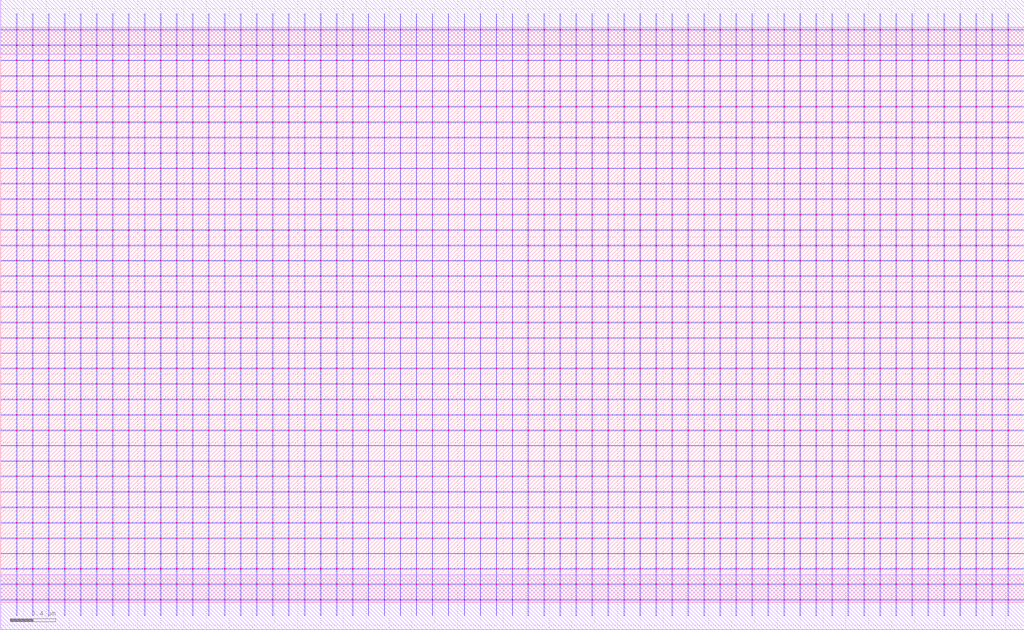
<source format=lef>
MACRO SUTHERLAND1989_DEBUG
 CLASS CORE ;
 FOREIGN SUTHERLAND1989_DEBUG 0 0 ;
 SIZE 8.96 BY 5.04 ;
 ORIGIN 0 0 ;
 SYMMETRY X Y R90 ;
 SITE unit ;

 OBS
    LAYER polycont ;
     RECT 1.11600000 2.58300000 1.12400000 2.59100000 ;
     RECT 2.23600000 2.58300000 2.24400000 2.59100000 ;
     RECT 3.35600000 2.58300000 3.36400000 2.59100000 ;
     RECT 4.47600000 2.58300000 4.48400000 2.59100000 ;
     RECT 5.59600000 2.58300000 5.60400000 2.59100000 ;
     RECT 7.83600000 2.58300000 7.84400000 2.59100000 ;
     RECT 1.11600000 2.98800000 1.12400000 2.99600000 ;
     RECT 2.23600000 2.98800000 2.24400000 2.99600000 ;
     RECT 3.35600000 2.98800000 3.36400000 2.99600000 ;
     RECT 4.47600000 2.98800000 4.48400000 2.99600000 ;
     RECT 5.59600000 2.98800000 5.60400000 2.99600000 ;
     RECT 7.83600000 2.98800000 7.84400000 2.99600000 ;

    LAYER pdiffc ;
     RECT 0.41600000 3.39300000 0.42400000 3.40100000 ;
     RECT 6.29600000 3.39300000 6.30400000 3.40100000 ;
     RECT 7.13600000 3.39300000 7.14400000 3.40100000 ;
     RECT 8.53600000 3.39300000 8.54400000 3.40100000 ;
     RECT 0.41600000 3.52800000 0.42400000 3.53600000 ;
     RECT 6.29600000 3.52800000 6.30400000 3.53600000 ;
     RECT 7.13600000 3.52800000 7.14400000 3.53600000 ;
     RECT 8.53600000 3.52800000 8.54400000 3.53600000 ;
     RECT 0.41600000 3.66300000 0.42400000 3.67100000 ;
     RECT 6.29600000 3.66300000 6.30400000 3.67100000 ;
     RECT 7.13600000 3.66300000 7.14400000 3.67100000 ;
     RECT 8.53600000 3.66300000 8.54400000 3.67100000 ;
     RECT 0.41600000 3.79800000 0.42400000 3.80600000 ;
     RECT 6.29600000 3.79800000 6.30400000 3.80600000 ;
     RECT 7.13600000 3.79800000 7.14400000 3.80600000 ;
     RECT 8.53600000 3.79800000 8.54400000 3.80600000 ;
     RECT 0.41600000 3.93300000 0.42400000 3.94100000 ;
     RECT 6.29600000 3.93300000 6.30400000 3.94100000 ;
     RECT 7.13600000 3.93300000 7.14400000 3.94100000 ;
     RECT 8.53600000 3.93300000 8.54400000 3.94100000 ;
     RECT 0.41600000 4.06800000 0.42400000 4.07600000 ;
     RECT 6.29600000 4.06800000 6.30400000 4.07600000 ;
     RECT 7.13600000 4.06800000 7.14400000 4.07600000 ;
     RECT 8.53600000 4.06800000 8.54400000 4.07600000 ;
     RECT 0.41600000 4.20300000 0.42400000 4.21100000 ;
     RECT 6.29600000 4.20300000 6.30400000 4.21100000 ;
     RECT 7.13600000 4.20300000 7.14400000 4.21100000 ;
     RECT 8.53600000 4.20300000 8.54400000 4.21100000 ;
     RECT 0.41600000 4.33800000 0.42400000 4.34600000 ;
     RECT 6.29600000 4.33800000 6.30400000 4.34600000 ;
     RECT 7.13600000 4.33800000 7.14400000 4.34600000 ;
     RECT 8.53600000 4.33800000 8.54400000 4.34600000 ;
     RECT 0.41600000 4.47300000 0.42400000 4.48100000 ;
     RECT 6.29600000 4.47300000 6.30400000 4.48100000 ;
     RECT 7.13600000 4.47300000 7.14400000 4.48100000 ;
     RECT 8.53600000 4.47300000 8.54400000 4.48100000 ;
     RECT 0.41600000 4.60800000 0.42400000 4.61600000 ;
     RECT 6.29600000 4.60800000 6.30400000 4.61600000 ;
     RECT 7.13600000 4.60800000 7.14400000 4.61600000 ;
     RECT 8.53600000 4.60800000 8.54400000 4.61600000 ;

    LAYER ndiffc ;
     RECT 5.03600000 0.42300000 5.04400000 0.43100000 ;
     RECT 6.15600000 0.42300000 6.16400000 0.43100000 ;
     RECT 6.29600000 0.42300000 6.30400000 0.43100000 ;
     RECT 7.13600000 0.42300000 7.14400000 0.43100000 ;
     RECT 7.27600000 0.42300000 7.28400000 0.43100000 ;
     RECT 8.39600000 0.42300000 8.40400000 0.43100000 ;
     RECT 8.53600000 0.42300000 8.54400000 0.43100000 ;
     RECT 5.03600000 0.55800000 5.04400000 0.56600000 ;
     RECT 6.15600000 0.55800000 6.16400000 0.56600000 ;
     RECT 6.29600000 0.55800000 6.30400000 0.56600000 ;
     RECT 7.13600000 0.55800000 7.14400000 0.56600000 ;
     RECT 7.27600000 0.55800000 7.28400000 0.56600000 ;
     RECT 8.39600000 0.55800000 8.40400000 0.56600000 ;
     RECT 8.53600000 0.55800000 8.54400000 0.56600000 ;
     RECT 5.03600000 0.69300000 5.04400000 0.70100000 ;
     RECT 6.15600000 0.69300000 6.16400000 0.70100000 ;
     RECT 6.29600000 0.69300000 6.30400000 0.70100000 ;
     RECT 7.13600000 0.69300000 7.14400000 0.70100000 ;
     RECT 7.27600000 0.69300000 7.28400000 0.70100000 ;
     RECT 8.39600000 0.69300000 8.40400000 0.70100000 ;
     RECT 8.53600000 0.69300000 8.54400000 0.70100000 ;
     RECT 5.03600000 0.82800000 5.04400000 0.83600000 ;
     RECT 6.15600000 0.82800000 6.16400000 0.83600000 ;
     RECT 6.29600000 0.82800000 6.30400000 0.83600000 ;
     RECT 7.13600000 0.82800000 7.14400000 0.83600000 ;
     RECT 7.27600000 0.82800000 7.28400000 0.83600000 ;
     RECT 8.39600000 0.82800000 8.40400000 0.83600000 ;
     RECT 8.53600000 0.82800000 8.54400000 0.83600000 ;
     RECT 5.03600000 0.96300000 5.04400000 0.97100000 ;
     RECT 6.15600000 0.96300000 6.16400000 0.97100000 ;
     RECT 6.29600000 0.96300000 6.30400000 0.97100000 ;
     RECT 7.13600000 0.96300000 7.14400000 0.97100000 ;
     RECT 7.27600000 0.96300000 7.28400000 0.97100000 ;
     RECT 8.39600000 0.96300000 8.40400000 0.97100000 ;
     RECT 8.53600000 0.96300000 8.54400000 0.97100000 ;
     RECT 5.03600000 1.09800000 5.04400000 1.10600000 ;
     RECT 6.15600000 1.09800000 6.16400000 1.10600000 ;
     RECT 6.29600000 1.09800000 6.30400000 1.10600000 ;
     RECT 7.13600000 1.09800000 7.14400000 1.10600000 ;
     RECT 7.27600000 1.09800000 7.28400000 1.10600000 ;
     RECT 8.39600000 1.09800000 8.40400000 1.10600000 ;
     RECT 8.53600000 1.09800000 8.54400000 1.10600000 ;
     RECT 5.03600000 1.23300000 5.04400000 1.24100000 ;
     RECT 6.15600000 1.23300000 6.16400000 1.24100000 ;
     RECT 6.29600000 1.23300000 6.30400000 1.24100000 ;
     RECT 7.13600000 1.23300000 7.14400000 1.24100000 ;
     RECT 7.27600000 1.23300000 7.28400000 1.24100000 ;
     RECT 8.39600000 1.23300000 8.40400000 1.24100000 ;
     RECT 8.53600000 1.23300000 8.54400000 1.24100000 ;
     RECT 5.03600000 1.36800000 5.04400000 1.37600000 ;
     RECT 6.15600000 1.36800000 6.16400000 1.37600000 ;
     RECT 6.29600000 1.36800000 6.30400000 1.37600000 ;
     RECT 7.13600000 1.36800000 7.14400000 1.37600000 ;
     RECT 7.27600000 1.36800000 7.28400000 1.37600000 ;
     RECT 8.39600000 1.36800000 8.40400000 1.37600000 ;
     RECT 8.53600000 1.36800000 8.54400000 1.37600000 ;
     RECT 5.03600000 1.50300000 5.04400000 1.51100000 ;
     RECT 6.15600000 1.50300000 6.16400000 1.51100000 ;
     RECT 6.29600000 1.50300000 6.30400000 1.51100000 ;
     RECT 7.13600000 1.50300000 7.14400000 1.51100000 ;
     RECT 7.27600000 1.50300000 7.28400000 1.51100000 ;
     RECT 8.39600000 1.50300000 8.40400000 1.51100000 ;
     RECT 8.53600000 1.50300000 8.54400000 1.51100000 ;
     RECT 5.03600000 1.63800000 5.04400000 1.64600000 ;
     RECT 6.15600000 1.63800000 6.16400000 1.64600000 ;
     RECT 6.29600000 1.63800000 6.30400000 1.64600000 ;
     RECT 7.13600000 1.63800000 7.14400000 1.64600000 ;
     RECT 7.27600000 1.63800000 7.28400000 1.64600000 ;
     RECT 8.39600000 1.63800000 8.40400000 1.64600000 ;
     RECT 8.53600000 1.63800000 8.54400000 1.64600000 ;
     RECT 5.03600000 1.77300000 5.04400000 1.78100000 ;
     RECT 6.15600000 1.77300000 6.16400000 1.78100000 ;
     RECT 6.29600000 1.77300000 6.30400000 1.78100000 ;
     RECT 7.13600000 1.77300000 7.14400000 1.78100000 ;
     RECT 7.27600000 1.77300000 7.28400000 1.78100000 ;
     RECT 8.39600000 1.77300000 8.40400000 1.78100000 ;
     RECT 8.53600000 1.77300000 8.54400000 1.78100000 ;
     RECT 5.03600000 1.90800000 5.04400000 1.91600000 ;
     RECT 6.15600000 1.90800000 6.16400000 1.91600000 ;
     RECT 6.29600000 1.90800000 6.30400000 1.91600000 ;
     RECT 7.13600000 1.90800000 7.14400000 1.91600000 ;
     RECT 7.27600000 1.90800000 7.28400000 1.91600000 ;
     RECT 8.39600000 1.90800000 8.40400000 1.91600000 ;
     RECT 8.53600000 1.90800000 8.54400000 1.91600000 ;
     RECT 5.03600000 2.04300000 5.04400000 2.05100000 ;
     RECT 6.15600000 2.04300000 6.16400000 2.05100000 ;
     RECT 6.29600000 2.04300000 6.30400000 2.05100000 ;
     RECT 7.13600000 2.04300000 7.14400000 2.05100000 ;
     RECT 7.27600000 2.04300000 7.28400000 2.05100000 ;
     RECT 8.39600000 2.04300000 8.40400000 2.05100000 ;
     RECT 8.53600000 2.04300000 8.54400000 2.05100000 ;
     RECT 2.79600000 0.96300000 2.80400000 0.97100000 ;
     RECT 3.91600000 0.96300000 3.92400000 0.97100000 ;
     RECT 3.91600000 0.69300000 3.92400000 0.70100000 ;
     RECT 1.67600000 0.55800000 1.68400000 0.56600000 ;
     RECT 2.79600000 0.55800000 2.80400000 0.56600000 ;
     RECT 0.41600000 1.50300000 0.42400000 1.51100000 ;
     RECT 0.55600000 1.50300000 0.56400000 1.51100000 ;
     RECT 1.67600000 1.50300000 1.68400000 1.51100000 ;
     RECT 2.79600000 1.50300000 2.80400000 1.51100000 ;
     RECT 3.91600000 1.50300000 3.92400000 1.51100000 ;
     RECT 3.91600000 0.55800000 3.92400000 0.56600000 ;
     RECT 1.67600000 0.42300000 1.68400000 0.43100000 ;
     RECT 2.79600000 0.42300000 2.80400000 0.43100000 ;
     RECT 3.91600000 0.42300000 3.92400000 0.43100000 ;
     RECT 0.41600000 1.09800000 0.42400000 1.10600000 ;
     RECT 0.55600000 1.09800000 0.56400000 1.10600000 ;
     RECT 1.67600000 1.09800000 1.68400000 1.10600000 ;
     RECT 0.41600000 1.63800000 0.42400000 1.64600000 ;
     RECT 0.55600000 1.63800000 0.56400000 1.64600000 ;
     RECT 1.67600000 1.63800000 1.68400000 1.64600000 ;
     RECT 2.79600000 1.63800000 2.80400000 1.64600000 ;
     RECT 3.91600000 1.63800000 3.92400000 1.64600000 ;
     RECT 2.79600000 1.09800000 2.80400000 1.10600000 ;
     RECT 3.91600000 1.09800000 3.92400000 1.10600000 ;
     RECT 0.41600000 0.42300000 0.42400000 0.43100000 ;
     RECT 0.41600000 0.82800000 0.42400000 0.83600000 ;
     RECT 0.55600000 0.82800000 0.56400000 0.83600000 ;
     RECT 1.67600000 0.82800000 1.68400000 0.83600000 ;
     RECT 2.79600000 0.82800000 2.80400000 0.83600000 ;
     RECT 0.41600000 1.77300000 0.42400000 1.78100000 ;
     RECT 0.55600000 1.77300000 0.56400000 1.78100000 ;
     RECT 1.67600000 1.77300000 1.68400000 1.78100000 ;
     RECT 2.79600000 1.77300000 2.80400000 1.78100000 ;
     RECT 3.91600000 1.77300000 3.92400000 1.78100000 ;
     RECT 3.91600000 0.82800000 3.92400000 0.83600000 ;
     RECT 0.55600000 0.42300000 0.56400000 0.43100000 ;
     RECT 0.41600000 1.23300000 0.42400000 1.24100000 ;
     RECT 0.55600000 1.23300000 0.56400000 1.24100000 ;
     RECT 1.67600000 1.23300000 1.68400000 1.24100000 ;
     RECT 2.79600000 1.23300000 2.80400000 1.24100000 ;
     RECT 3.91600000 1.23300000 3.92400000 1.24100000 ;
     RECT 0.41600000 1.90800000 0.42400000 1.91600000 ;
     RECT 0.55600000 1.90800000 0.56400000 1.91600000 ;
     RECT 1.67600000 1.90800000 1.68400000 1.91600000 ;
     RECT 2.79600000 1.90800000 2.80400000 1.91600000 ;
     RECT 3.91600000 1.90800000 3.92400000 1.91600000 ;
     RECT 0.41600000 0.55800000 0.42400000 0.56600000 ;
     RECT 0.55600000 0.55800000 0.56400000 0.56600000 ;
     RECT 0.41600000 0.69300000 0.42400000 0.70100000 ;
     RECT 0.55600000 0.69300000 0.56400000 0.70100000 ;
     RECT 1.67600000 0.69300000 1.68400000 0.70100000 ;
     RECT 2.79600000 0.69300000 2.80400000 0.70100000 ;
     RECT 0.41600000 0.96300000 0.42400000 0.97100000 ;
     RECT 0.41600000 2.04300000 0.42400000 2.05100000 ;
     RECT 0.55600000 2.04300000 0.56400000 2.05100000 ;
     RECT 1.67600000 2.04300000 1.68400000 2.05100000 ;
     RECT 2.79600000 2.04300000 2.80400000 2.05100000 ;
     RECT 3.91600000 2.04300000 3.92400000 2.05100000 ;
     RECT 0.41600000 1.36800000 0.42400000 1.37600000 ;
     RECT 0.55600000 1.36800000 0.56400000 1.37600000 ;
     RECT 1.67600000 1.36800000 1.68400000 1.37600000 ;
     RECT 2.79600000 1.36800000 2.80400000 1.37600000 ;
     RECT 3.91600000 1.36800000 3.92400000 1.37600000 ;
     RECT 0.55600000 0.96300000 0.56400000 0.97100000 ;
     RECT 1.67600000 0.96300000 1.68400000 0.97100000 ;

    LAYER met1 ;
     RECT 0.00000000 -0.24000000 8.96000000 0.24000000 ;
     RECT 4.47600000 0.24000000 4.48400000 0.28800000 ;
     RECT 0.02500000 0.28800000 8.93500000 0.29600000 ;
     RECT 4.47600000 0.29600000 4.48400000 0.42300000 ;
     RECT 0.02500000 0.42300000 8.93500000 0.43100000 ;
     RECT 4.47600000 0.43100000 4.48400000 0.55800000 ;
     RECT 0.02500000 0.55800000 8.93500000 0.56600000 ;
     RECT 4.47600000 0.56600000 4.48400000 0.69300000 ;
     RECT 0.02500000 0.69300000 8.93500000 0.70100000 ;
     RECT 4.47600000 0.70100000 4.48400000 0.82800000 ;
     RECT 0.02500000 0.82800000 8.93500000 0.83600000 ;
     RECT 4.47600000 0.83600000 4.48400000 0.96300000 ;
     RECT 0.02500000 0.96300000 8.93500000 0.97100000 ;
     RECT 4.47600000 0.97100000 4.48400000 1.09800000 ;
     RECT 0.02500000 1.09800000 8.93500000 1.10600000 ;
     RECT 4.47600000 1.10600000 4.48400000 1.23300000 ;
     RECT 0.02500000 1.23300000 8.93500000 1.24100000 ;
     RECT 4.47600000 1.24100000 4.48400000 1.36800000 ;
     RECT 0.02500000 1.36800000 8.93500000 1.37600000 ;
     RECT 4.47600000 1.37600000 4.48400000 1.50300000 ;
     RECT 0.02500000 1.50300000 8.93500000 1.51100000 ;
     RECT 4.47600000 1.51100000 4.48400000 1.63800000 ;
     RECT 0.02500000 1.63800000 8.93500000 1.64600000 ;
     RECT 4.47600000 1.64600000 4.48400000 1.77300000 ;
     RECT 0.02500000 1.77300000 8.93500000 1.78100000 ;
     RECT 4.47600000 1.78100000 4.48400000 1.90800000 ;
     RECT 0.02500000 1.90800000 8.93500000 1.91600000 ;
     RECT 4.47600000 1.91600000 4.48400000 2.04300000 ;
     RECT 0.02500000 2.04300000 8.93500000 2.05100000 ;
     RECT 4.47600000 2.05100000 4.48400000 2.17800000 ;
     RECT 0.02500000 2.17800000 8.93500000 2.18600000 ;
     RECT 4.47600000 2.18600000 4.48400000 2.31300000 ;
     RECT 0.02500000 2.31300000 8.93500000 2.32100000 ;
     RECT 4.47600000 2.32100000 4.48400000 2.44800000 ;
     RECT 0.02500000 2.44800000 8.93500000 2.45600000 ;
     RECT 0.13600000 2.45600000 0.14400000 2.58300000 ;
     RECT 0.27600000 2.45600000 0.28400000 2.58300000 ;
     RECT 0.41600000 2.45600000 0.42400000 2.58300000 ;
     RECT 0.55600000 2.45600000 0.56400000 2.58300000 ;
     RECT 0.69600000 2.45600000 0.70400000 2.58300000 ;
     RECT 0.83600000 2.45600000 0.84400000 2.58300000 ;
     RECT 0.97600000 2.45600000 0.98400000 2.58300000 ;
     RECT 1.11600000 2.45600000 1.12400000 2.58300000 ;
     RECT 1.25600000 2.45600000 1.26400000 2.58300000 ;
     RECT 1.39600000 2.45600000 1.40400000 2.58300000 ;
     RECT 1.53600000 2.45600000 1.54400000 2.58300000 ;
     RECT 1.67600000 2.45600000 1.68400000 2.58300000 ;
     RECT 1.81600000 2.45600000 1.82400000 2.58300000 ;
     RECT 1.95600000 2.45600000 1.96400000 2.58300000 ;
     RECT 2.09600000 2.45600000 2.10400000 2.58300000 ;
     RECT 2.23600000 2.45600000 2.24400000 2.58300000 ;
     RECT 2.37600000 2.45600000 2.38400000 2.58300000 ;
     RECT 2.51600000 2.45600000 2.52400000 2.58300000 ;
     RECT 2.65600000 2.45600000 2.66400000 2.58300000 ;
     RECT 2.79600000 2.45600000 2.80400000 2.58300000 ;
     RECT 2.93600000 2.45600000 2.94400000 2.58300000 ;
     RECT 3.07600000 2.45600000 3.08400000 2.58300000 ;
     RECT 3.21600000 2.45600000 3.22400000 2.58300000 ;
     RECT 3.35600000 2.45600000 3.36400000 2.58300000 ;
     RECT 3.49600000 2.45600000 3.50400000 2.58300000 ;
     RECT 3.63600000 2.45600000 3.64400000 2.58300000 ;
     RECT 3.77600000 2.45600000 3.78400000 2.58300000 ;
     RECT 3.91600000 2.45600000 3.92400000 2.58300000 ;
     RECT 4.05600000 2.45600000 4.06400000 2.58300000 ;
     RECT 4.19600000 2.45600000 4.20400000 2.58300000 ;
     RECT 4.33600000 2.45600000 4.34400000 2.58300000 ;
     RECT 4.47600000 2.45600000 4.48400000 2.58300000 ;
     RECT 4.61600000 2.45600000 4.62400000 2.58300000 ;
     RECT 4.75600000 2.45600000 4.76400000 2.58300000 ;
     RECT 4.89600000 2.45600000 4.90400000 2.58300000 ;
     RECT 5.03600000 2.45600000 5.04400000 2.58300000 ;
     RECT 5.17600000 2.45600000 5.18400000 2.58300000 ;
     RECT 5.31600000 2.45600000 5.32400000 2.58300000 ;
     RECT 5.45600000 2.45600000 5.46400000 2.58300000 ;
     RECT 5.59600000 2.45600000 5.60400000 2.58300000 ;
     RECT 5.73600000 2.45600000 5.74400000 2.58300000 ;
     RECT 5.87600000 2.45600000 5.88400000 2.58300000 ;
     RECT 6.01600000 2.45600000 6.02400000 2.58300000 ;
     RECT 6.15600000 2.45600000 6.16400000 2.58300000 ;
     RECT 6.29600000 2.45600000 6.30400000 2.58300000 ;
     RECT 6.43600000 2.45600000 6.44400000 2.58300000 ;
     RECT 6.57600000 2.45600000 6.58400000 2.58300000 ;
     RECT 6.71600000 2.45600000 6.72400000 2.58300000 ;
     RECT 6.85600000 2.45600000 6.86400000 2.58300000 ;
     RECT 6.99600000 2.45600000 7.00400000 2.58300000 ;
     RECT 7.13600000 2.45600000 7.14400000 2.58300000 ;
     RECT 7.27600000 2.45600000 7.28400000 2.58300000 ;
     RECT 7.41600000 2.45600000 7.42400000 2.58300000 ;
     RECT 7.55600000 2.45600000 7.56400000 2.58300000 ;
     RECT 7.69600000 2.45600000 7.70400000 2.58300000 ;
     RECT 7.83600000 2.45600000 7.84400000 2.58300000 ;
     RECT 7.97600000 2.45600000 7.98400000 2.58300000 ;
     RECT 8.11600000 2.45600000 8.12400000 2.58300000 ;
     RECT 8.25600000 2.45600000 8.26400000 2.58300000 ;
     RECT 8.39600000 2.45600000 8.40400000 2.58300000 ;
     RECT 8.53600000 2.45600000 8.54400000 2.58300000 ;
     RECT 8.67600000 2.45600000 8.68400000 2.58300000 ;
     RECT 8.81600000 2.45600000 8.82400000 2.58300000 ;
     RECT 0.02500000 2.58300000 8.93500000 2.59100000 ;
     RECT 4.47600000 2.59100000 4.48400000 2.71800000 ;
     RECT 0.02500000 2.71800000 8.93500000 2.72600000 ;
     RECT 4.47600000 2.72600000 4.48400000 2.85300000 ;
     RECT 0.02500000 2.85300000 8.93500000 2.86100000 ;
     RECT 4.47600000 2.86100000 4.48400000 2.98800000 ;
     RECT 0.02500000 2.98800000 8.93500000 2.99600000 ;
     RECT 4.47600000 2.99600000 4.48400000 3.12300000 ;
     RECT 0.02500000 3.12300000 8.93500000 3.13100000 ;
     RECT 4.47600000 3.13100000 4.48400000 3.25800000 ;
     RECT 0.02500000 3.25800000 8.93500000 3.26600000 ;
     RECT 4.47600000 3.26600000 4.48400000 3.39300000 ;
     RECT 0.02500000 3.39300000 8.93500000 3.40100000 ;
     RECT 4.47600000 3.40100000 4.48400000 3.52800000 ;
     RECT 0.02500000 3.52800000 8.93500000 3.53600000 ;
     RECT 4.47600000 3.53600000 4.48400000 3.66300000 ;
     RECT 0.02500000 3.66300000 8.93500000 3.67100000 ;
     RECT 4.47600000 3.67100000 4.48400000 3.79800000 ;
     RECT 0.02500000 3.79800000 8.93500000 3.80600000 ;
     RECT 4.47600000 3.80600000 4.48400000 3.93300000 ;
     RECT 0.02500000 3.93300000 8.93500000 3.94100000 ;
     RECT 4.47600000 3.94100000 4.48400000 4.06800000 ;
     RECT 0.02500000 4.06800000 8.93500000 4.07600000 ;
     RECT 4.47600000 4.07600000 4.48400000 4.20300000 ;
     RECT 0.02500000 4.20300000 8.93500000 4.21100000 ;
     RECT 4.47600000 4.21100000 4.48400000 4.33800000 ;
     RECT 0.02500000 4.33800000 8.93500000 4.34600000 ;
     RECT 4.47600000 4.34600000 4.48400000 4.47300000 ;
     RECT 0.02500000 4.47300000 8.93500000 4.48100000 ;
     RECT 4.47600000 4.48100000 4.48400000 4.60800000 ;
     RECT 0.02500000 4.60800000 8.93500000 4.61600000 ;
     RECT 4.47600000 4.61600000 4.48400000 4.74300000 ;
     RECT 0.02500000 4.74300000 8.93500000 4.75100000 ;
     RECT 4.47600000 4.75100000 4.48400000 4.80000000 ;
     RECT 0.00000000 4.80000000 8.96000000 5.28000000 ;
     RECT 6.71600000 2.72600000 6.72400000 2.85300000 ;
     RECT 6.71600000 2.86100000 6.72400000 2.98800000 ;
     RECT 6.71600000 2.99600000 6.72400000 3.12300000 ;
     RECT 6.71600000 3.13100000 6.72400000 3.25800000 ;
     RECT 6.71600000 3.26600000 6.72400000 3.39300000 ;
     RECT 6.71600000 3.40100000 6.72400000 3.52800000 ;
     RECT 6.71600000 3.53600000 6.72400000 3.66300000 ;
     RECT 6.71600000 2.59100000 6.72400000 2.71800000 ;
     RECT 6.71600000 3.67100000 6.72400000 3.79800000 ;
     RECT 4.61600000 3.80600000 4.62400000 3.93300000 ;
     RECT 4.75600000 3.80600000 4.76400000 3.93300000 ;
     RECT 4.89600000 3.80600000 4.90400000 3.93300000 ;
     RECT 5.03600000 3.80600000 5.04400000 3.93300000 ;
     RECT 5.17600000 3.80600000 5.18400000 3.93300000 ;
     RECT 5.31600000 3.80600000 5.32400000 3.93300000 ;
     RECT 5.45600000 3.80600000 5.46400000 3.93300000 ;
     RECT 5.59600000 3.80600000 5.60400000 3.93300000 ;
     RECT 5.73600000 3.80600000 5.74400000 3.93300000 ;
     RECT 5.87600000 3.80600000 5.88400000 3.93300000 ;
     RECT 6.01600000 3.80600000 6.02400000 3.93300000 ;
     RECT 6.15600000 3.80600000 6.16400000 3.93300000 ;
     RECT 6.29600000 3.80600000 6.30400000 3.93300000 ;
     RECT 6.43600000 3.80600000 6.44400000 3.93300000 ;
     RECT 6.57600000 3.80600000 6.58400000 3.93300000 ;
     RECT 6.71600000 3.80600000 6.72400000 3.93300000 ;
     RECT 6.85600000 3.80600000 6.86400000 3.93300000 ;
     RECT 6.99600000 3.80600000 7.00400000 3.93300000 ;
     RECT 7.13600000 3.80600000 7.14400000 3.93300000 ;
     RECT 7.27600000 3.80600000 7.28400000 3.93300000 ;
     RECT 7.41600000 3.80600000 7.42400000 3.93300000 ;
     RECT 7.55600000 3.80600000 7.56400000 3.93300000 ;
     RECT 7.69600000 3.80600000 7.70400000 3.93300000 ;
     RECT 7.83600000 3.80600000 7.84400000 3.93300000 ;
     RECT 7.97600000 3.80600000 7.98400000 3.93300000 ;
     RECT 8.11600000 3.80600000 8.12400000 3.93300000 ;
     RECT 8.25600000 3.80600000 8.26400000 3.93300000 ;
     RECT 8.39600000 3.80600000 8.40400000 3.93300000 ;
     RECT 8.53600000 3.80600000 8.54400000 3.93300000 ;
     RECT 8.67600000 3.80600000 8.68400000 3.93300000 ;
     RECT 8.81600000 3.80600000 8.82400000 3.93300000 ;
     RECT 6.71600000 3.94100000 6.72400000 4.06800000 ;
     RECT 6.71600000 4.07600000 6.72400000 4.20300000 ;
     RECT 6.71600000 4.21100000 6.72400000 4.33800000 ;
     RECT 6.71600000 4.34600000 6.72400000 4.47300000 ;
     RECT 6.71600000 4.48100000 6.72400000 4.60800000 ;
     RECT 6.71600000 4.61600000 6.72400000 4.74300000 ;
     RECT 6.71600000 4.75100000 6.72400000 4.80000000 ;
     RECT 7.83600000 3.94100000 7.84400000 4.06800000 ;
     RECT 7.83600000 4.07600000 7.84400000 4.20300000 ;
     RECT 7.83600000 4.21100000 7.84400000 4.33800000 ;
     RECT 7.83600000 4.34600000 7.84400000 4.47300000 ;
     RECT 6.85600000 4.48100000 6.86400000 4.60800000 ;
     RECT 6.99600000 4.48100000 7.00400000 4.60800000 ;
     RECT 7.13600000 4.48100000 7.14400000 4.60800000 ;
     RECT 7.27600000 4.48100000 7.28400000 4.60800000 ;
     RECT 7.41600000 4.48100000 7.42400000 4.60800000 ;
     RECT 7.55600000 4.48100000 7.56400000 4.60800000 ;
     RECT 7.69600000 4.48100000 7.70400000 4.60800000 ;
     RECT 7.83600000 4.48100000 7.84400000 4.60800000 ;
     RECT 7.97600000 4.48100000 7.98400000 4.60800000 ;
     RECT 8.11600000 4.48100000 8.12400000 4.60800000 ;
     RECT 8.25600000 4.48100000 8.26400000 4.60800000 ;
     RECT 8.39600000 4.48100000 8.40400000 4.60800000 ;
     RECT 8.53600000 4.48100000 8.54400000 4.60800000 ;
     RECT 8.67600000 4.48100000 8.68400000 4.60800000 ;
     RECT 8.81600000 4.48100000 8.82400000 4.60800000 ;
     RECT 7.83600000 4.61600000 7.84400000 4.74300000 ;
     RECT 7.83600000 4.75100000 7.84400000 4.80000000 ;
     RECT 8.11600000 4.61600000 8.12400000 4.74300000 ;
     RECT 8.25600000 4.61600000 8.26400000 4.74300000 ;
     RECT 8.39600000 4.61600000 8.40400000 4.74300000 ;
     RECT 8.53600000 4.61600000 8.54400000 4.74300000 ;
     RECT 8.67600000 4.61600000 8.68400000 4.74300000 ;
     RECT 8.81600000 4.61600000 8.82400000 4.74300000 ;
     RECT 7.97600000 4.61600000 7.98400000 4.74300000 ;
     RECT 7.97600000 4.75100000 7.98400000 4.80000000 ;
     RECT 8.11600000 4.75100000 8.12400000 4.80000000 ;
     RECT 8.25600000 4.75100000 8.26400000 4.80000000 ;
     RECT 8.39600000 4.75100000 8.40400000 4.80000000 ;
     RECT 8.53600000 4.75100000 8.54400000 4.80000000 ;
     RECT 8.67600000 4.75100000 8.68400000 4.80000000 ;
     RECT 8.81600000 4.75100000 8.82400000 4.80000000 ;
     RECT 6.99600000 4.75100000 7.00400000 4.80000000 ;
     RECT 7.13600000 4.75100000 7.14400000 4.80000000 ;
     RECT 7.27600000 4.75100000 7.28400000 4.80000000 ;
     RECT 7.41600000 4.75100000 7.42400000 4.80000000 ;
     RECT 7.55600000 4.75100000 7.56400000 4.80000000 ;
     RECT 7.69600000 4.75100000 7.70400000 4.80000000 ;
     RECT 6.99600000 4.61600000 7.00400000 4.74300000 ;
     RECT 7.13600000 4.61600000 7.14400000 4.74300000 ;
     RECT 7.27600000 4.61600000 7.28400000 4.74300000 ;
     RECT 7.41600000 4.61600000 7.42400000 4.74300000 ;
     RECT 7.55600000 4.61600000 7.56400000 4.74300000 ;
     RECT 7.69600000 4.61600000 7.70400000 4.74300000 ;
     RECT 6.85600000 4.61600000 6.86400000 4.74300000 ;
     RECT 6.85600000 4.75100000 6.86400000 4.80000000 ;
     RECT 6.99600000 4.34600000 7.00400000 4.47300000 ;
     RECT 7.13600000 4.34600000 7.14400000 4.47300000 ;
     RECT 7.27600000 4.34600000 7.28400000 4.47300000 ;
     RECT 7.41600000 4.34600000 7.42400000 4.47300000 ;
     RECT 7.55600000 4.34600000 7.56400000 4.47300000 ;
     RECT 7.69600000 4.34600000 7.70400000 4.47300000 ;
     RECT 6.85600000 4.07600000 6.86400000 4.20300000 ;
     RECT 7.27600000 3.94100000 7.28400000 4.06800000 ;
     RECT 6.99600000 4.07600000 7.00400000 4.20300000 ;
     RECT 7.13600000 4.07600000 7.14400000 4.20300000 ;
     RECT 7.27600000 4.07600000 7.28400000 4.20300000 ;
     RECT 7.41600000 4.07600000 7.42400000 4.20300000 ;
     RECT 7.55600000 3.94100000 7.56400000 4.06800000 ;
     RECT 7.55600000 4.07600000 7.56400000 4.20300000 ;
     RECT 7.69600000 4.07600000 7.70400000 4.20300000 ;
     RECT 7.69600000 3.94100000 7.70400000 4.06800000 ;
     RECT 6.99600000 3.94100000 7.00400000 4.06800000 ;
     RECT 6.85600000 4.21100000 6.86400000 4.33800000 ;
     RECT 6.99600000 4.21100000 7.00400000 4.33800000 ;
     RECT 7.13600000 4.21100000 7.14400000 4.33800000 ;
     RECT 7.27600000 4.21100000 7.28400000 4.33800000 ;
     RECT 7.41600000 4.21100000 7.42400000 4.33800000 ;
     RECT 7.55600000 4.21100000 7.56400000 4.33800000 ;
     RECT 7.69600000 4.21100000 7.70400000 4.33800000 ;
     RECT 7.41600000 3.94100000 7.42400000 4.06800000 ;
     RECT 6.85600000 3.94100000 6.86400000 4.06800000 ;
     RECT 7.13600000 3.94100000 7.14400000 4.06800000 ;
     RECT 6.85600000 4.34600000 6.86400000 4.47300000 ;
     RECT 8.67600000 3.94100000 8.68400000 4.06800000 ;
     RECT 7.97600000 4.34600000 7.98400000 4.47300000 ;
     RECT 8.11600000 4.34600000 8.12400000 4.47300000 ;
     RECT 8.25600000 4.34600000 8.26400000 4.47300000 ;
     RECT 8.39600000 4.34600000 8.40400000 4.47300000 ;
     RECT 8.53600000 4.34600000 8.54400000 4.47300000 ;
     RECT 8.67600000 4.34600000 8.68400000 4.47300000 ;
     RECT 8.81600000 4.34600000 8.82400000 4.47300000 ;
     RECT 8.81600000 3.94100000 8.82400000 4.06800000 ;
     RECT 7.97600000 3.94100000 7.98400000 4.06800000 ;
     RECT 8.11600000 3.94100000 8.12400000 4.06800000 ;
     RECT 7.97600000 4.07600000 7.98400000 4.20300000 ;
     RECT 8.11600000 4.07600000 8.12400000 4.20300000 ;
     RECT 7.97600000 4.21100000 7.98400000 4.33800000 ;
     RECT 8.11600000 4.21100000 8.12400000 4.33800000 ;
     RECT 8.25600000 4.21100000 8.26400000 4.33800000 ;
     RECT 8.39600000 4.21100000 8.40400000 4.33800000 ;
     RECT 8.53600000 4.21100000 8.54400000 4.33800000 ;
     RECT 8.67600000 4.21100000 8.68400000 4.33800000 ;
     RECT 8.81600000 4.21100000 8.82400000 4.33800000 ;
     RECT 8.25600000 4.07600000 8.26400000 4.20300000 ;
     RECT 8.39600000 4.07600000 8.40400000 4.20300000 ;
     RECT 8.53600000 4.07600000 8.54400000 4.20300000 ;
     RECT 8.67600000 4.07600000 8.68400000 4.20300000 ;
     RECT 8.81600000 4.07600000 8.82400000 4.20300000 ;
     RECT 8.25600000 3.94100000 8.26400000 4.06800000 ;
     RECT 8.39600000 3.94100000 8.40400000 4.06800000 ;
     RECT 8.53600000 3.94100000 8.54400000 4.06800000 ;
     RECT 5.59600000 3.94100000 5.60400000 4.06800000 ;
     RECT 4.61600000 4.48100000 4.62400000 4.60800000 ;
     RECT 4.75600000 4.48100000 4.76400000 4.60800000 ;
     RECT 4.89600000 4.48100000 4.90400000 4.60800000 ;
     RECT 5.03600000 4.48100000 5.04400000 4.60800000 ;
     RECT 5.17600000 4.48100000 5.18400000 4.60800000 ;
     RECT 5.31600000 4.48100000 5.32400000 4.60800000 ;
     RECT 5.45600000 4.48100000 5.46400000 4.60800000 ;
     RECT 5.59600000 4.48100000 5.60400000 4.60800000 ;
     RECT 5.73600000 4.48100000 5.74400000 4.60800000 ;
     RECT 5.87600000 4.48100000 5.88400000 4.60800000 ;
     RECT 6.01600000 4.48100000 6.02400000 4.60800000 ;
     RECT 6.15600000 4.48100000 6.16400000 4.60800000 ;
     RECT 6.29600000 4.48100000 6.30400000 4.60800000 ;
     RECT 6.43600000 4.48100000 6.44400000 4.60800000 ;
     RECT 6.57600000 4.48100000 6.58400000 4.60800000 ;
     RECT 5.59600000 4.21100000 5.60400000 4.33800000 ;
     RECT 5.59600000 4.61600000 5.60400000 4.74300000 ;
     RECT 5.59600000 4.07600000 5.60400000 4.20300000 ;
     RECT 5.59600000 4.75100000 5.60400000 4.80000000 ;
     RECT 5.59600000 4.34600000 5.60400000 4.47300000 ;
     RECT 6.15600000 4.61600000 6.16400000 4.74300000 ;
     RECT 6.29600000 4.61600000 6.30400000 4.74300000 ;
     RECT 6.43600000 4.61600000 6.44400000 4.74300000 ;
     RECT 6.57600000 4.61600000 6.58400000 4.74300000 ;
     RECT 5.73600000 4.61600000 5.74400000 4.74300000 ;
     RECT 5.87600000 4.61600000 5.88400000 4.74300000 ;
     RECT 5.73600000 4.75100000 5.74400000 4.80000000 ;
     RECT 5.87600000 4.75100000 5.88400000 4.80000000 ;
     RECT 6.01600000 4.75100000 6.02400000 4.80000000 ;
     RECT 6.15600000 4.75100000 6.16400000 4.80000000 ;
     RECT 6.29600000 4.75100000 6.30400000 4.80000000 ;
     RECT 6.43600000 4.75100000 6.44400000 4.80000000 ;
     RECT 6.57600000 4.75100000 6.58400000 4.80000000 ;
     RECT 6.01600000 4.61600000 6.02400000 4.74300000 ;
     RECT 4.89600000 4.75100000 4.90400000 4.80000000 ;
     RECT 5.03600000 4.75100000 5.04400000 4.80000000 ;
     RECT 5.17600000 4.75100000 5.18400000 4.80000000 ;
     RECT 5.31600000 4.75100000 5.32400000 4.80000000 ;
     RECT 5.45600000 4.75100000 5.46400000 4.80000000 ;
     RECT 4.89600000 4.61600000 4.90400000 4.74300000 ;
     RECT 5.03600000 4.61600000 5.04400000 4.74300000 ;
     RECT 5.17600000 4.61600000 5.18400000 4.74300000 ;
     RECT 5.31600000 4.61600000 5.32400000 4.74300000 ;
     RECT 5.45600000 4.61600000 5.46400000 4.74300000 ;
     RECT 4.61600000 4.61600000 4.62400000 4.74300000 ;
     RECT 4.75600000 4.61600000 4.76400000 4.74300000 ;
     RECT 4.61600000 4.75100000 4.62400000 4.80000000 ;
     RECT 4.75600000 4.75100000 4.76400000 4.80000000 ;
     RECT 4.89600000 3.94100000 4.90400000 4.06800000 ;
     RECT 4.61600000 4.34600000 4.62400000 4.47300000 ;
     RECT 4.75600000 4.34600000 4.76400000 4.47300000 ;
     RECT 4.89600000 4.34600000 4.90400000 4.47300000 ;
     RECT 5.03600000 4.21100000 5.04400000 4.33800000 ;
     RECT 5.17600000 4.21100000 5.18400000 4.33800000 ;
     RECT 5.31600000 4.21100000 5.32400000 4.33800000 ;
     RECT 5.45600000 4.21100000 5.46400000 4.33800000 ;
     RECT 4.75600000 4.21100000 4.76400000 4.33800000 ;
     RECT 4.75600000 4.07600000 4.76400000 4.20300000 ;
     RECT 4.89600000 4.07600000 4.90400000 4.20300000 ;
     RECT 5.03600000 4.07600000 5.04400000 4.20300000 ;
     RECT 4.61600000 3.94100000 4.62400000 4.06800000 ;
     RECT 4.61600000 4.07600000 4.62400000 4.20300000 ;
     RECT 4.61600000 4.21100000 4.62400000 4.33800000 ;
     RECT 5.17600000 4.07600000 5.18400000 4.20300000 ;
     RECT 5.31600000 4.07600000 5.32400000 4.20300000 ;
     RECT 5.45600000 4.07600000 5.46400000 4.20300000 ;
     RECT 4.89600000 4.21100000 4.90400000 4.33800000 ;
     RECT 5.03600000 4.34600000 5.04400000 4.47300000 ;
     RECT 5.17600000 4.34600000 5.18400000 4.47300000 ;
     RECT 5.31600000 4.34600000 5.32400000 4.47300000 ;
     RECT 5.45600000 4.34600000 5.46400000 4.47300000 ;
     RECT 4.75600000 3.94100000 4.76400000 4.06800000 ;
     RECT 5.03600000 3.94100000 5.04400000 4.06800000 ;
     RECT 5.17600000 3.94100000 5.18400000 4.06800000 ;
     RECT 5.31600000 3.94100000 5.32400000 4.06800000 ;
     RECT 5.45600000 3.94100000 5.46400000 4.06800000 ;
     RECT 6.57600000 3.94100000 6.58400000 4.06800000 ;
     RECT 5.73600000 3.94100000 5.74400000 4.06800000 ;
     RECT 5.87600000 3.94100000 5.88400000 4.06800000 ;
     RECT 6.01600000 3.94100000 6.02400000 4.06800000 ;
     RECT 6.15600000 3.94100000 6.16400000 4.06800000 ;
     RECT 5.73600000 4.21100000 5.74400000 4.33800000 ;
     RECT 5.73600000 4.07600000 5.74400000 4.20300000 ;
     RECT 5.87600000 4.07600000 5.88400000 4.20300000 ;
     RECT 6.01600000 4.07600000 6.02400000 4.20300000 ;
     RECT 6.15600000 4.07600000 6.16400000 4.20300000 ;
     RECT 6.29600000 4.07600000 6.30400000 4.20300000 ;
     RECT 6.43600000 4.07600000 6.44400000 4.20300000 ;
     RECT 6.57600000 4.07600000 6.58400000 4.20300000 ;
     RECT 5.87600000 4.21100000 5.88400000 4.33800000 ;
     RECT 6.01600000 4.21100000 6.02400000 4.33800000 ;
     RECT 6.15600000 4.21100000 6.16400000 4.33800000 ;
     RECT 6.29600000 4.21100000 6.30400000 4.33800000 ;
     RECT 5.73600000 4.34600000 5.74400000 4.47300000 ;
     RECT 5.87600000 4.34600000 5.88400000 4.47300000 ;
     RECT 6.01600000 4.34600000 6.02400000 4.47300000 ;
     RECT 6.15600000 4.34600000 6.16400000 4.47300000 ;
     RECT 6.29600000 4.34600000 6.30400000 4.47300000 ;
     RECT 6.43600000 4.34600000 6.44400000 4.47300000 ;
     RECT 6.57600000 4.34600000 6.58400000 4.47300000 ;
     RECT 6.43600000 4.21100000 6.44400000 4.33800000 ;
     RECT 6.57600000 4.21100000 6.58400000 4.33800000 ;
     RECT 6.29600000 3.94100000 6.30400000 4.06800000 ;
     RECT 6.43600000 3.94100000 6.44400000 4.06800000 ;
     RECT 5.59600000 2.72600000 5.60400000 2.85300000 ;
     RECT 5.59600000 3.67100000 5.60400000 3.79800000 ;
     RECT 5.59600000 2.86100000 5.60400000 2.98800000 ;
     RECT 5.59600000 2.99600000 5.60400000 3.12300000 ;
     RECT 5.59600000 2.59100000 5.60400000 2.71800000 ;
     RECT 4.61600000 3.13100000 4.62400000 3.25800000 ;
     RECT 4.75600000 3.13100000 4.76400000 3.25800000 ;
     RECT 4.89600000 3.13100000 4.90400000 3.25800000 ;
     RECT 5.03600000 3.13100000 5.04400000 3.25800000 ;
     RECT 5.17600000 3.13100000 5.18400000 3.25800000 ;
     RECT 5.31600000 3.13100000 5.32400000 3.25800000 ;
     RECT 5.45600000 3.13100000 5.46400000 3.25800000 ;
     RECT 5.59600000 3.13100000 5.60400000 3.25800000 ;
     RECT 5.73600000 3.13100000 5.74400000 3.25800000 ;
     RECT 5.87600000 3.13100000 5.88400000 3.25800000 ;
     RECT 6.01600000 3.13100000 6.02400000 3.25800000 ;
     RECT 6.15600000 3.13100000 6.16400000 3.25800000 ;
     RECT 6.29600000 3.13100000 6.30400000 3.25800000 ;
     RECT 6.43600000 3.13100000 6.44400000 3.25800000 ;
     RECT 6.57600000 3.13100000 6.58400000 3.25800000 ;
     RECT 5.59600000 3.26600000 5.60400000 3.39300000 ;
     RECT 5.59600000 3.40100000 5.60400000 3.52800000 ;
     RECT 5.59600000 3.53600000 5.60400000 3.66300000 ;
     RECT 5.73600000 3.67100000 5.74400000 3.79800000 ;
     RECT 5.87600000 3.67100000 5.88400000 3.79800000 ;
     RECT 6.01600000 3.67100000 6.02400000 3.79800000 ;
     RECT 6.15600000 3.67100000 6.16400000 3.79800000 ;
     RECT 6.29600000 3.67100000 6.30400000 3.79800000 ;
     RECT 5.73600000 3.26600000 5.74400000 3.39300000 ;
     RECT 5.87600000 3.26600000 5.88400000 3.39300000 ;
     RECT 6.01600000 3.26600000 6.02400000 3.39300000 ;
     RECT 6.15600000 3.26600000 6.16400000 3.39300000 ;
     RECT 6.29600000 3.26600000 6.30400000 3.39300000 ;
     RECT 6.43600000 3.26600000 6.44400000 3.39300000 ;
     RECT 6.57600000 3.26600000 6.58400000 3.39300000 ;
     RECT 6.43600000 3.67100000 6.44400000 3.79800000 ;
     RECT 5.73600000 3.40100000 5.74400000 3.52800000 ;
     RECT 5.87600000 3.40100000 5.88400000 3.52800000 ;
     RECT 6.01600000 3.40100000 6.02400000 3.52800000 ;
     RECT 6.15600000 3.40100000 6.16400000 3.52800000 ;
     RECT 6.29600000 3.40100000 6.30400000 3.52800000 ;
     RECT 6.43600000 3.40100000 6.44400000 3.52800000 ;
     RECT 6.57600000 3.40100000 6.58400000 3.52800000 ;
     RECT 6.57600000 3.67100000 6.58400000 3.79800000 ;
     RECT 5.73600000 3.53600000 5.74400000 3.66300000 ;
     RECT 5.87600000 3.53600000 5.88400000 3.66300000 ;
     RECT 6.01600000 3.53600000 6.02400000 3.66300000 ;
     RECT 6.15600000 3.53600000 6.16400000 3.66300000 ;
     RECT 6.29600000 3.53600000 6.30400000 3.66300000 ;
     RECT 6.43600000 3.53600000 6.44400000 3.66300000 ;
     RECT 6.57600000 3.53600000 6.58400000 3.66300000 ;
     RECT 4.89600000 3.40100000 4.90400000 3.52800000 ;
     RECT 5.03600000 3.40100000 5.04400000 3.52800000 ;
     RECT 5.17600000 3.40100000 5.18400000 3.52800000 ;
     RECT 5.31600000 3.40100000 5.32400000 3.52800000 ;
     RECT 5.45600000 3.40100000 5.46400000 3.52800000 ;
     RECT 4.75600000 3.26600000 4.76400000 3.39300000 ;
     RECT 4.89600000 3.26600000 4.90400000 3.39300000 ;
     RECT 5.03600000 3.26600000 5.04400000 3.39300000 ;
     RECT 5.17600000 3.26600000 5.18400000 3.39300000 ;
     RECT 5.31600000 3.26600000 5.32400000 3.39300000 ;
     RECT 5.45600000 3.26600000 5.46400000 3.39300000 ;
     RECT 5.31600000 3.67100000 5.32400000 3.79800000 ;
     RECT 5.45600000 3.67100000 5.46400000 3.79800000 ;
     RECT 4.61600000 3.53600000 4.62400000 3.66300000 ;
     RECT 4.75600000 3.53600000 4.76400000 3.66300000 ;
     RECT 4.89600000 3.53600000 4.90400000 3.66300000 ;
     RECT 5.03600000 3.53600000 5.04400000 3.66300000 ;
     RECT 5.17600000 3.53600000 5.18400000 3.66300000 ;
     RECT 5.31600000 3.53600000 5.32400000 3.66300000 ;
     RECT 5.45600000 3.53600000 5.46400000 3.66300000 ;
     RECT 4.61600000 3.67100000 4.62400000 3.79800000 ;
     RECT 4.75600000 3.67100000 4.76400000 3.79800000 ;
     RECT 4.89600000 3.67100000 4.90400000 3.79800000 ;
     RECT 5.03600000 3.67100000 5.04400000 3.79800000 ;
     RECT 5.17600000 3.67100000 5.18400000 3.79800000 ;
     RECT 4.61600000 3.26600000 4.62400000 3.39300000 ;
     RECT 4.61600000 3.40100000 4.62400000 3.52800000 ;
     RECT 4.75600000 3.40100000 4.76400000 3.52800000 ;
     RECT 4.89600000 2.99600000 4.90400000 3.12300000 ;
     RECT 5.03600000 2.99600000 5.04400000 3.12300000 ;
     RECT 5.03600000 2.72600000 5.04400000 2.85300000 ;
     RECT 5.17600000 2.99600000 5.18400000 3.12300000 ;
     RECT 5.31600000 2.99600000 5.32400000 3.12300000 ;
     RECT 5.45600000 2.99600000 5.46400000 3.12300000 ;
     RECT 4.89600000 2.59100000 4.90400000 2.71800000 ;
     RECT 4.89600000 2.72600000 4.90400000 2.85300000 ;
     RECT 5.45600000 2.59100000 5.46400000 2.71800000 ;
     RECT 5.03600000 2.59100000 5.04400000 2.71800000 ;
     RECT 5.31600000 2.72600000 5.32400000 2.85300000 ;
     RECT 4.61600000 2.86100000 4.62400000 2.98800000 ;
     RECT 4.75600000 2.86100000 4.76400000 2.98800000 ;
     RECT 4.89600000 2.86100000 4.90400000 2.98800000 ;
     RECT 5.03600000 2.86100000 5.04400000 2.98800000 ;
     RECT 5.17600000 2.86100000 5.18400000 2.98800000 ;
     RECT 5.31600000 2.86100000 5.32400000 2.98800000 ;
     RECT 5.45600000 2.86100000 5.46400000 2.98800000 ;
     RECT 4.61600000 2.72600000 4.62400000 2.85300000 ;
     RECT 5.17600000 2.72600000 5.18400000 2.85300000 ;
     RECT 4.75600000 2.72600000 4.76400000 2.85300000 ;
     RECT 5.17600000 2.59100000 5.18400000 2.71800000 ;
     RECT 5.31600000 2.59100000 5.32400000 2.71800000 ;
     RECT 4.61600000 2.59100000 4.62400000 2.71800000 ;
     RECT 4.61600000 2.99600000 4.62400000 3.12300000 ;
     RECT 4.75600000 2.99600000 4.76400000 3.12300000 ;
     RECT 5.45600000 2.72600000 5.46400000 2.85300000 ;
     RECT 4.75600000 2.59100000 4.76400000 2.71800000 ;
     RECT 6.29600000 2.99600000 6.30400000 3.12300000 ;
     RECT 6.43600000 2.99600000 6.44400000 3.12300000 ;
     RECT 6.57600000 2.99600000 6.58400000 3.12300000 ;
     RECT 6.15600000 2.86100000 6.16400000 2.98800000 ;
     RECT 6.29600000 2.86100000 6.30400000 2.98800000 ;
     RECT 6.43600000 2.86100000 6.44400000 2.98800000 ;
     RECT 6.57600000 2.86100000 6.58400000 2.98800000 ;
     RECT 6.01600000 2.72600000 6.02400000 2.85300000 ;
     RECT 6.15600000 2.72600000 6.16400000 2.85300000 ;
     RECT 6.29600000 2.59100000 6.30400000 2.71800000 ;
     RECT 6.43600000 2.59100000 6.44400000 2.71800000 ;
     RECT 6.29600000 2.72600000 6.30400000 2.85300000 ;
     RECT 6.43600000 2.72600000 6.44400000 2.85300000 ;
     RECT 6.57600000 2.72600000 6.58400000 2.85300000 ;
     RECT 6.57600000 2.59100000 6.58400000 2.71800000 ;
     RECT 5.73600000 2.72600000 5.74400000 2.85300000 ;
     RECT 5.87600000 2.72600000 5.88400000 2.85300000 ;
     RECT 5.73600000 2.86100000 5.74400000 2.98800000 ;
     RECT 6.01600000 2.59100000 6.02400000 2.71800000 ;
     RECT 6.15600000 2.59100000 6.16400000 2.71800000 ;
     RECT 5.87600000 2.86100000 5.88400000 2.98800000 ;
     RECT 6.01600000 2.86100000 6.02400000 2.98800000 ;
     RECT 5.73600000 2.99600000 5.74400000 3.12300000 ;
     RECT 5.87600000 2.99600000 5.88400000 3.12300000 ;
     RECT 6.01600000 2.99600000 6.02400000 3.12300000 ;
     RECT 6.15600000 2.99600000 6.16400000 3.12300000 ;
     RECT 5.73600000 2.59100000 5.74400000 2.71800000 ;
     RECT 5.87600000 2.59100000 5.88400000 2.71800000 ;
     RECT 7.83600000 3.26600000 7.84400000 3.39300000 ;
     RECT 7.83600000 2.99600000 7.84400000 3.12300000 ;
     RECT 7.83600000 2.86100000 7.84400000 2.98800000 ;
     RECT 7.83600000 3.40100000 7.84400000 3.52800000 ;
     RECT 7.83600000 2.72600000 7.84400000 2.85300000 ;
     RECT 6.85600000 3.13100000 6.86400000 3.25800000 ;
     RECT 6.99600000 3.13100000 7.00400000 3.25800000 ;
     RECT 7.13600000 3.13100000 7.14400000 3.25800000 ;
     RECT 7.27600000 3.13100000 7.28400000 3.25800000 ;
     RECT 7.41600000 3.13100000 7.42400000 3.25800000 ;
     RECT 7.55600000 3.13100000 7.56400000 3.25800000 ;
     RECT 7.69600000 3.13100000 7.70400000 3.25800000 ;
     RECT 7.83600000 3.13100000 7.84400000 3.25800000 ;
     RECT 7.97600000 3.13100000 7.98400000 3.25800000 ;
     RECT 7.83600000 3.53600000 7.84400000 3.66300000 ;
     RECT 8.11600000 3.13100000 8.12400000 3.25800000 ;
     RECT 8.25600000 3.13100000 8.26400000 3.25800000 ;
     RECT 8.39600000 3.13100000 8.40400000 3.25800000 ;
     RECT 8.53600000 3.13100000 8.54400000 3.25800000 ;
     RECT 8.67600000 3.13100000 8.68400000 3.25800000 ;
     RECT 8.81600000 3.13100000 8.82400000 3.25800000 ;
     RECT 7.83600000 2.59100000 7.84400000 2.71800000 ;
     RECT 7.83600000 3.67100000 7.84400000 3.79800000 ;
     RECT 8.11600000 3.26600000 8.12400000 3.39300000 ;
     RECT 8.25600000 3.26600000 8.26400000 3.39300000 ;
     RECT 7.97600000 3.40100000 7.98400000 3.52800000 ;
     RECT 8.11600000 3.40100000 8.12400000 3.52800000 ;
     RECT 8.25600000 3.40100000 8.26400000 3.52800000 ;
     RECT 8.39600000 3.40100000 8.40400000 3.52800000 ;
     RECT 7.97600000 3.53600000 7.98400000 3.66300000 ;
     RECT 8.11600000 3.53600000 8.12400000 3.66300000 ;
     RECT 8.25600000 3.53600000 8.26400000 3.66300000 ;
     RECT 8.39600000 3.53600000 8.40400000 3.66300000 ;
     RECT 8.53600000 3.53600000 8.54400000 3.66300000 ;
     RECT 8.67600000 3.53600000 8.68400000 3.66300000 ;
     RECT 8.81600000 3.53600000 8.82400000 3.66300000 ;
     RECT 8.53600000 3.40100000 8.54400000 3.52800000 ;
     RECT 8.67600000 3.40100000 8.68400000 3.52800000 ;
     RECT 8.81600000 3.40100000 8.82400000 3.52800000 ;
     RECT 8.39600000 3.26600000 8.40400000 3.39300000 ;
     RECT 8.53600000 3.26600000 8.54400000 3.39300000 ;
     RECT 8.67600000 3.26600000 8.68400000 3.39300000 ;
     RECT 8.81600000 3.26600000 8.82400000 3.39300000 ;
     RECT 7.97600000 3.26600000 7.98400000 3.39300000 ;
     RECT 7.97600000 3.67100000 7.98400000 3.79800000 ;
     RECT 8.11600000 3.67100000 8.12400000 3.79800000 ;
     RECT 8.25600000 3.67100000 8.26400000 3.79800000 ;
     RECT 8.39600000 3.67100000 8.40400000 3.79800000 ;
     RECT 8.53600000 3.67100000 8.54400000 3.79800000 ;
     RECT 8.67600000 3.67100000 8.68400000 3.79800000 ;
     RECT 8.81600000 3.67100000 8.82400000 3.79800000 ;
     RECT 7.13600000 3.26600000 7.14400000 3.39300000 ;
     RECT 6.85600000 3.40100000 6.86400000 3.52800000 ;
     RECT 6.99600000 3.40100000 7.00400000 3.52800000 ;
     RECT 7.13600000 3.40100000 7.14400000 3.52800000 ;
     RECT 7.27600000 3.40100000 7.28400000 3.52800000 ;
     RECT 7.41600000 3.40100000 7.42400000 3.52800000 ;
     RECT 7.55600000 3.40100000 7.56400000 3.52800000 ;
     RECT 7.69600000 3.40100000 7.70400000 3.52800000 ;
     RECT 7.27600000 3.26600000 7.28400000 3.39300000 ;
     RECT 7.41600000 3.26600000 7.42400000 3.39300000 ;
     RECT 7.55600000 3.26600000 7.56400000 3.39300000 ;
     RECT 7.69600000 3.26600000 7.70400000 3.39300000 ;
     RECT 6.85600000 3.53600000 6.86400000 3.66300000 ;
     RECT 6.85600000 3.67100000 6.86400000 3.79800000 ;
     RECT 6.99600000 3.67100000 7.00400000 3.79800000 ;
     RECT 7.13600000 3.67100000 7.14400000 3.79800000 ;
     RECT 7.27600000 3.67100000 7.28400000 3.79800000 ;
     RECT 7.41600000 3.67100000 7.42400000 3.79800000 ;
     RECT 7.55600000 3.67100000 7.56400000 3.79800000 ;
     RECT 7.69600000 3.67100000 7.70400000 3.79800000 ;
     RECT 6.99600000 3.53600000 7.00400000 3.66300000 ;
     RECT 7.13600000 3.53600000 7.14400000 3.66300000 ;
     RECT 7.27600000 3.53600000 7.28400000 3.66300000 ;
     RECT 7.41600000 3.53600000 7.42400000 3.66300000 ;
     RECT 7.55600000 3.53600000 7.56400000 3.66300000 ;
     RECT 7.69600000 3.53600000 7.70400000 3.66300000 ;
     RECT 6.85600000 3.26600000 6.86400000 3.39300000 ;
     RECT 6.99600000 3.26600000 7.00400000 3.39300000 ;
     RECT 7.69600000 2.86100000 7.70400000 2.98800000 ;
     RECT 7.41600000 2.99600000 7.42400000 3.12300000 ;
     RECT 7.55600000 2.99600000 7.56400000 3.12300000 ;
     RECT 7.69600000 2.59100000 7.70400000 2.71800000 ;
     RECT 6.85600000 2.99600000 6.86400000 3.12300000 ;
     RECT 6.85600000 2.72600000 6.86400000 2.85300000 ;
     RECT 6.99600000 2.72600000 7.00400000 2.85300000 ;
     RECT 7.13600000 2.72600000 7.14400000 2.85300000 ;
     RECT 6.85600000 2.86100000 6.86400000 2.98800000 ;
     RECT 6.99600000 2.86100000 7.00400000 2.98800000 ;
     RECT 7.13600000 2.86100000 7.14400000 2.98800000 ;
     RECT 7.27600000 2.72600000 7.28400000 2.85300000 ;
     RECT 7.41600000 2.72600000 7.42400000 2.85300000 ;
     RECT 7.55600000 2.72600000 7.56400000 2.85300000 ;
     RECT 7.69600000 2.72600000 7.70400000 2.85300000 ;
     RECT 6.99600000 2.99600000 7.00400000 3.12300000 ;
     RECT 7.41600000 2.59100000 7.42400000 2.71800000 ;
     RECT 7.55600000 2.59100000 7.56400000 2.71800000 ;
     RECT 7.13600000 2.99600000 7.14400000 3.12300000 ;
     RECT 7.69600000 2.99600000 7.70400000 3.12300000 ;
     RECT 7.27600000 2.99600000 7.28400000 3.12300000 ;
     RECT 7.27600000 2.86100000 7.28400000 2.98800000 ;
     RECT 7.13600000 2.59100000 7.14400000 2.71800000 ;
     RECT 7.27600000 2.59100000 7.28400000 2.71800000 ;
     RECT 7.41600000 2.86100000 7.42400000 2.98800000 ;
     RECT 7.55600000 2.86100000 7.56400000 2.98800000 ;
     RECT 6.85600000 2.59100000 6.86400000 2.71800000 ;
     RECT 6.99600000 2.59100000 7.00400000 2.71800000 ;
     RECT 8.25600000 2.72600000 8.26400000 2.85300000 ;
     RECT 8.39600000 2.72600000 8.40400000 2.85300000 ;
     RECT 8.53600000 2.72600000 8.54400000 2.85300000 ;
     RECT 8.67600000 2.72600000 8.68400000 2.85300000 ;
     RECT 8.81600000 2.72600000 8.82400000 2.85300000 ;
     RECT 8.67600000 2.99600000 8.68400000 3.12300000 ;
     RECT 8.81600000 2.99600000 8.82400000 3.12300000 ;
     RECT 8.11600000 2.59100000 8.12400000 2.71800000 ;
     RECT 7.97600000 2.59100000 7.98400000 2.71800000 ;
     RECT 7.97600000 2.99600000 7.98400000 3.12300000 ;
     RECT 8.53600000 2.59100000 8.54400000 2.71800000 ;
     RECT 8.67600000 2.59100000 8.68400000 2.71800000 ;
     RECT 8.25600000 2.59100000 8.26400000 2.71800000 ;
     RECT 8.39600000 2.59100000 8.40400000 2.71800000 ;
     RECT 7.97600000 2.72600000 7.98400000 2.85300000 ;
     RECT 8.11600000 2.99600000 8.12400000 3.12300000 ;
     RECT 8.25600000 2.99600000 8.26400000 3.12300000 ;
     RECT 8.39600000 2.99600000 8.40400000 3.12300000 ;
     RECT 8.53600000 2.99600000 8.54400000 3.12300000 ;
     RECT 7.97600000 2.86100000 7.98400000 2.98800000 ;
     RECT 8.11600000 2.86100000 8.12400000 2.98800000 ;
     RECT 8.25600000 2.86100000 8.26400000 2.98800000 ;
     RECT 8.81600000 2.59100000 8.82400000 2.71800000 ;
     RECT 8.39600000 2.86100000 8.40400000 2.98800000 ;
     RECT 8.53600000 2.86100000 8.54400000 2.98800000 ;
     RECT 8.67600000 2.86100000 8.68400000 2.98800000 ;
     RECT 8.81600000 2.86100000 8.82400000 2.98800000 ;
     RECT 8.11600000 2.72600000 8.12400000 2.85300000 ;
     RECT 0.13600000 3.80600000 0.14400000 3.93300000 ;
     RECT 0.27600000 3.80600000 0.28400000 3.93300000 ;
     RECT 0.41600000 3.80600000 0.42400000 3.93300000 ;
     RECT 0.55600000 3.80600000 0.56400000 3.93300000 ;
     RECT 0.69600000 3.80600000 0.70400000 3.93300000 ;
     RECT 0.83600000 3.80600000 0.84400000 3.93300000 ;
     RECT 0.97600000 3.80600000 0.98400000 3.93300000 ;
     RECT 1.11600000 3.80600000 1.12400000 3.93300000 ;
     RECT 1.25600000 3.80600000 1.26400000 3.93300000 ;
     RECT 1.39600000 3.80600000 1.40400000 3.93300000 ;
     RECT 1.53600000 3.80600000 1.54400000 3.93300000 ;
     RECT 1.67600000 3.80600000 1.68400000 3.93300000 ;
     RECT 1.81600000 3.80600000 1.82400000 3.93300000 ;
     RECT 1.95600000 3.80600000 1.96400000 3.93300000 ;
     RECT 2.09600000 3.80600000 2.10400000 3.93300000 ;
     RECT 2.23600000 3.80600000 2.24400000 3.93300000 ;
     RECT 2.37600000 3.80600000 2.38400000 3.93300000 ;
     RECT 2.51600000 3.80600000 2.52400000 3.93300000 ;
     RECT 2.65600000 3.80600000 2.66400000 3.93300000 ;
     RECT 2.79600000 3.80600000 2.80400000 3.93300000 ;
     RECT 2.93600000 3.80600000 2.94400000 3.93300000 ;
     RECT 3.07600000 3.80600000 3.08400000 3.93300000 ;
     RECT 3.21600000 3.80600000 3.22400000 3.93300000 ;
     RECT 3.35600000 3.80600000 3.36400000 3.93300000 ;
     RECT 3.49600000 3.80600000 3.50400000 3.93300000 ;
     RECT 3.63600000 3.80600000 3.64400000 3.93300000 ;
     RECT 3.77600000 3.80600000 3.78400000 3.93300000 ;
     RECT 3.91600000 3.80600000 3.92400000 3.93300000 ;
     RECT 4.05600000 3.80600000 4.06400000 3.93300000 ;
     RECT 4.19600000 3.80600000 4.20400000 3.93300000 ;
     RECT 4.33600000 3.80600000 4.34400000 3.93300000 ;
     RECT 2.23600000 2.86100000 2.24400000 2.98800000 ;
     RECT 2.23600000 3.94100000 2.24400000 4.06800000 ;
     RECT 2.23600000 3.26600000 2.24400000 3.39300000 ;
     RECT 2.23600000 2.72600000 2.24400000 2.85300000 ;
     RECT 2.23600000 4.07600000 2.24400000 4.20300000 ;
     RECT 2.23600000 4.21100000 2.24400000 4.33800000 ;
     RECT 2.23600000 3.40100000 2.24400000 3.52800000 ;
     RECT 2.23600000 2.99600000 2.24400000 3.12300000 ;
     RECT 2.23600000 4.34600000 2.24400000 4.47300000 ;
     RECT 2.23600000 4.48100000 2.24400000 4.60800000 ;
     RECT 2.23600000 3.53600000 2.24400000 3.66300000 ;
     RECT 2.23600000 2.59100000 2.24400000 2.71800000 ;
     RECT 2.23600000 4.61600000 2.24400000 4.74300000 ;
     RECT 2.23600000 3.67100000 2.24400000 3.79800000 ;
     RECT 2.23600000 4.75100000 2.24400000 4.80000000 ;
     RECT 2.23600000 3.13100000 2.24400000 3.25800000 ;
     RECT 3.35600000 4.07600000 3.36400000 4.20300000 ;
     RECT 3.35600000 4.21100000 3.36400000 4.33800000 ;
     RECT 3.35600000 4.34600000 3.36400000 4.47300000 ;
     RECT 3.35600000 3.94100000 3.36400000 4.06800000 ;
     RECT 2.37600000 4.48100000 2.38400000 4.60800000 ;
     RECT 2.51600000 4.48100000 2.52400000 4.60800000 ;
     RECT 2.65600000 4.48100000 2.66400000 4.60800000 ;
     RECT 2.79600000 4.48100000 2.80400000 4.60800000 ;
     RECT 2.93600000 4.48100000 2.94400000 4.60800000 ;
     RECT 3.07600000 4.48100000 3.08400000 4.60800000 ;
     RECT 3.21600000 4.48100000 3.22400000 4.60800000 ;
     RECT 3.35600000 4.48100000 3.36400000 4.60800000 ;
     RECT 3.49600000 4.48100000 3.50400000 4.60800000 ;
     RECT 3.63600000 4.48100000 3.64400000 4.60800000 ;
     RECT 3.77600000 4.48100000 3.78400000 4.60800000 ;
     RECT 3.91600000 4.48100000 3.92400000 4.60800000 ;
     RECT 4.05600000 4.48100000 4.06400000 4.60800000 ;
     RECT 4.19600000 4.48100000 4.20400000 4.60800000 ;
     RECT 4.33600000 4.48100000 4.34400000 4.60800000 ;
     RECT 3.35600000 4.61600000 3.36400000 4.74300000 ;
     RECT 3.35600000 4.75100000 3.36400000 4.80000000 ;
     RECT 3.63600000 4.61600000 3.64400000 4.74300000 ;
     RECT 3.77600000 4.61600000 3.78400000 4.74300000 ;
     RECT 3.91600000 4.61600000 3.92400000 4.74300000 ;
     RECT 4.05600000 4.61600000 4.06400000 4.74300000 ;
     RECT 4.19600000 4.61600000 4.20400000 4.74300000 ;
     RECT 4.33600000 4.61600000 4.34400000 4.74300000 ;
     RECT 3.49600000 4.61600000 3.50400000 4.74300000 ;
     RECT 3.49600000 4.75100000 3.50400000 4.80000000 ;
     RECT 3.63600000 4.75100000 3.64400000 4.80000000 ;
     RECT 3.77600000 4.75100000 3.78400000 4.80000000 ;
     RECT 3.91600000 4.75100000 3.92400000 4.80000000 ;
     RECT 4.05600000 4.75100000 4.06400000 4.80000000 ;
     RECT 4.19600000 4.75100000 4.20400000 4.80000000 ;
     RECT 4.33600000 4.75100000 4.34400000 4.80000000 ;
     RECT 2.51600000 4.75100000 2.52400000 4.80000000 ;
     RECT 2.65600000 4.75100000 2.66400000 4.80000000 ;
     RECT 2.79600000 4.75100000 2.80400000 4.80000000 ;
     RECT 2.93600000 4.75100000 2.94400000 4.80000000 ;
     RECT 3.07600000 4.75100000 3.08400000 4.80000000 ;
     RECT 3.21600000 4.75100000 3.22400000 4.80000000 ;
     RECT 2.51600000 4.61600000 2.52400000 4.74300000 ;
     RECT 2.65600000 4.61600000 2.66400000 4.74300000 ;
     RECT 2.79600000 4.61600000 2.80400000 4.74300000 ;
     RECT 2.93600000 4.61600000 2.94400000 4.74300000 ;
     RECT 3.07600000 4.61600000 3.08400000 4.74300000 ;
     RECT 3.21600000 4.61600000 3.22400000 4.74300000 ;
     RECT 2.37600000 4.61600000 2.38400000 4.74300000 ;
     RECT 2.37600000 4.75100000 2.38400000 4.80000000 ;
     RECT 3.07600000 3.94100000 3.08400000 4.06800000 ;
     RECT 3.21600000 3.94100000 3.22400000 4.06800000 ;
     RECT 2.37600000 4.34600000 2.38400000 4.47300000 ;
     RECT 2.51600000 4.34600000 2.52400000 4.47300000 ;
     RECT 2.65600000 4.34600000 2.66400000 4.47300000 ;
     RECT 2.79600000 4.34600000 2.80400000 4.47300000 ;
     RECT 2.93600000 4.34600000 2.94400000 4.47300000 ;
     RECT 3.07600000 4.34600000 3.08400000 4.47300000 ;
     RECT 3.21600000 4.34600000 3.22400000 4.47300000 ;
     RECT 2.65600000 3.94100000 2.66400000 4.06800000 ;
     RECT 2.37600000 4.07600000 2.38400000 4.20300000 ;
     RECT 2.51600000 4.07600000 2.52400000 4.20300000 ;
     RECT 2.65600000 4.07600000 2.66400000 4.20300000 ;
     RECT 2.79600000 4.07600000 2.80400000 4.20300000 ;
     RECT 2.93600000 4.07600000 2.94400000 4.20300000 ;
     RECT 3.07600000 4.07600000 3.08400000 4.20300000 ;
     RECT 3.21600000 4.07600000 3.22400000 4.20300000 ;
     RECT 2.37600000 3.94100000 2.38400000 4.06800000 ;
     RECT 2.79600000 3.94100000 2.80400000 4.06800000 ;
     RECT 2.37600000 4.21100000 2.38400000 4.33800000 ;
     RECT 2.51600000 4.21100000 2.52400000 4.33800000 ;
     RECT 2.65600000 4.21100000 2.66400000 4.33800000 ;
     RECT 2.79600000 4.21100000 2.80400000 4.33800000 ;
     RECT 2.93600000 4.21100000 2.94400000 4.33800000 ;
     RECT 3.07600000 4.21100000 3.08400000 4.33800000 ;
     RECT 3.21600000 4.21100000 3.22400000 4.33800000 ;
     RECT 2.51600000 3.94100000 2.52400000 4.06800000 ;
     RECT 2.93600000 3.94100000 2.94400000 4.06800000 ;
     RECT 4.33600000 4.34600000 4.34400000 4.47300000 ;
     RECT 3.91600000 4.21100000 3.92400000 4.33800000 ;
     RECT 4.05600000 4.21100000 4.06400000 4.33800000 ;
     RECT 4.19600000 4.21100000 4.20400000 4.33800000 ;
     RECT 4.33600000 4.21100000 4.34400000 4.33800000 ;
     RECT 3.49600000 4.07600000 3.50400000 4.20300000 ;
     RECT 3.63600000 4.07600000 3.64400000 4.20300000 ;
     RECT 3.77600000 4.07600000 3.78400000 4.20300000 ;
     RECT 3.91600000 4.07600000 3.92400000 4.20300000 ;
     RECT 4.05600000 4.07600000 4.06400000 4.20300000 ;
     RECT 3.91600000 3.94100000 3.92400000 4.06800000 ;
     RECT 4.05600000 3.94100000 4.06400000 4.06800000 ;
     RECT 4.19600000 4.07600000 4.20400000 4.20300000 ;
     RECT 4.33600000 4.07600000 4.34400000 4.20300000 ;
     RECT 4.33600000 3.94100000 4.34400000 4.06800000 ;
     RECT 3.49600000 4.21100000 3.50400000 4.33800000 ;
     RECT 3.63600000 4.21100000 3.64400000 4.33800000 ;
     RECT 3.77600000 4.21100000 3.78400000 4.33800000 ;
     RECT 3.49600000 4.34600000 3.50400000 4.47300000 ;
     RECT 3.49600000 3.94100000 3.50400000 4.06800000 ;
     RECT 3.63600000 3.94100000 3.64400000 4.06800000 ;
     RECT 3.77600000 3.94100000 3.78400000 4.06800000 ;
     RECT 3.63600000 4.34600000 3.64400000 4.47300000 ;
     RECT 3.77600000 4.34600000 3.78400000 4.47300000 ;
     RECT 3.91600000 4.34600000 3.92400000 4.47300000 ;
     RECT 4.05600000 4.34600000 4.06400000 4.47300000 ;
     RECT 4.19600000 4.34600000 4.20400000 4.47300000 ;
     RECT 4.19600000 3.94100000 4.20400000 4.06800000 ;
     RECT 0.13600000 4.48100000 0.14400000 4.60800000 ;
     RECT 0.27600000 4.48100000 0.28400000 4.60800000 ;
     RECT 0.41600000 4.48100000 0.42400000 4.60800000 ;
     RECT 0.55600000 4.48100000 0.56400000 4.60800000 ;
     RECT 0.69600000 4.48100000 0.70400000 4.60800000 ;
     RECT 0.83600000 4.48100000 0.84400000 4.60800000 ;
     RECT 0.97600000 4.48100000 0.98400000 4.60800000 ;
     RECT 1.11600000 4.48100000 1.12400000 4.60800000 ;
     RECT 1.25600000 4.48100000 1.26400000 4.60800000 ;
     RECT 1.39600000 4.48100000 1.40400000 4.60800000 ;
     RECT 1.53600000 4.48100000 1.54400000 4.60800000 ;
     RECT 1.67600000 4.48100000 1.68400000 4.60800000 ;
     RECT 1.81600000 4.48100000 1.82400000 4.60800000 ;
     RECT 1.95600000 4.48100000 1.96400000 4.60800000 ;
     RECT 2.09600000 4.48100000 2.10400000 4.60800000 ;
     RECT 1.11600000 4.21100000 1.12400000 4.33800000 ;
     RECT 1.11600000 4.07600000 1.12400000 4.20300000 ;
     RECT 1.11600000 4.61600000 1.12400000 4.74300000 ;
     RECT 1.11600000 4.75100000 1.12400000 4.80000000 ;
     RECT 1.11600000 4.34600000 1.12400000 4.47300000 ;
     RECT 1.11600000 3.94100000 1.12400000 4.06800000 ;
     RECT 1.67600000 4.61600000 1.68400000 4.74300000 ;
     RECT 1.81600000 4.61600000 1.82400000 4.74300000 ;
     RECT 1.95600000 4.61600000 1.96400000 4.74300000 ;
     RECT 2.09600000 4.61600000 2.10400000 4.74300000 ;
     RECT 1.25600000 4.61600000 1.26400000 4.74300000 ;
     RECT 1.25600000 4.75100000 1.26400000 4.80000000 ;
     RECT 1.39600000 4.75100000 1.40400000 4.80000000 ;
     RECT 1.53600000 4.75100000 1.54400000 4.80000000 ;
     RECT 1.67600000 4.75100000 1.68400000 4.80000000 ;
     RECT 1.81600000 4.75100000 1.82400000 4.80000000 ;
     RECT 1.95600000 4.75100000 1.96400000 4.80000000 ;
     RECT 2.09600000 4.75100000 2.10400000 4.80000000 ;
     RECT 1.39600000 4.61600000 1.40400000 4.74300000 ;
     RECT 1.53600000 4.61600000 1.54400000 4.74300000 ;
     RECT 0.55600000 4.75100000 0.56400000 4.80000000 ;
     RECT 0.69600000 4.75100000 0.70400000 4.80000000 ;
     RECT 0.83600000 4.75100000 0.84400000 4.80000000 ;
     RECT 0.97600000 4.75100000 0.98400000 4.80000000 ;
     RECT 0.27600000 4.61600000 0.28400000 4.74300000 ;
     RECT 0.41600000 4.61600000 0.42400000 4.74300000 ;
     RECT 0.55600000 4.61600000 0.56400000 4.74300000 ;
     RECT 0.69600000 4.61600000 0.70400000 4.74300000 ;
     RECT 0.83600000 4.61600000 0.84400000 4.74300000 ;
     RECT 0.97600000 4.61600000 0.98400000 4.74300000 ;
     RECT 0.13600000 4.61600000 0.14400000 4.74300000 ;
     RECT 0.13600000 4.75100000 0.14400000 4.80000000 ;
     RECT 0.27600000 4.75100000 0.28400000 4.80000000 ;
     RECT 0.41600000 4.75100000 0.42400000 4.80000000 ;
     RECT 0.55600000 3.94100000 0.56400000 4.06800000 ;
     RECT 0.69600000 3.94100000 0.70400000 4.06800000 ;
     RECT 0.83600000 3.94100000 0.84400000 4.06800000 ;
     RECT 0.97600000 3.94100000 0.98400000 4.06800000 ;
     RECT 0.13600000 4.34600000 0.14400000 4.47300000 ;
     RECT 0.27600000 4.34600000 0.28400000 4.47300000 ;
     RECT 0.41600000 4.34600000 0.42400000 4.47300000 ;
     RECT 0.55600000 4.34600000 0.56400000 4.47300000 ;
     RECT 0.69600000 4.34600000 0.70400000 4.47300000 ;
     RECT 0.83600000 4.34600000 0.84400000 4.47300000 ;
     RECT 0.97600000 4.07600000 0.98400000 4.20300000 ;
     RECT 0.13600000 3.94100000 0.14400000 4.06800000 ;
     RECT 0.27600000 3.94100000 0.28400000 4.06800000 ;
     RECT 0.41600000 3.94100000 0.42400000 4.06800000 ;
     RECT 0.13600000 4.07600000 0.14400000 4.20300000 ;
     RECT 0.13600000 4.21100000 0.14400000 4.33800000 ;
     RECT 0.27600000 4.21100000 0.28400000 4.33800000 ;
     RECT 0.41600000 4.21100000 0.42400000 4.33800000 ;
     RECT 0.69600000 4.21100000 0.70400000 4.33800000 ;
     RECT 0.83600000 4.21100000 0.84400000 4.33800000 ;
     RECT 0.97600000 4.21100000 0.98400000 4.33800000 ;
     RECT 0.55600000 4.21100000 0.56400000 4.33800000 ;
     RECT 0.27600000 4.07600000 0.28400000 4.20300000 ;
     RECT 0.41600000 4.07600000 0.42400000 4.20300000 ;
     RECT 0.55600000 4.07600000 0.56400000 4.20300000 ;
     RECT 0.97600000 4.34600000 0.98400000 4.47300000 ;
     RECT 0.69600000 4.07600000 0.70400000 4.20300000 ;
     RECT 0.83600000 4.07600000 0.84400000 4.20300000 ;
     RECT 1.39600000 4.21100000 1.40400000 4.33800000 ;
     RECT 1.53600000 4.21100000 1.54400000 4.33800000 ;
     RECT 1.67600000 4.21100000 1.68400000 4.33800000 ;
     RECT 1.81600000 4.21100000 1.82400000 4.33800000 ;
     RECT 1.95600000 4.21100000 1.96400000 4.33800000 ;
     RECT 2.09600000 4.21100000 2.10400000 4.33800000 ;
     RECT 1.25600000 4.21100000 1.26400000 4.33800000 ;
     RECT 1.25600000 4.07600000 1.26400000 4.20300000 ;
     RECT 1.39600000 4.07600000 1.40400000 4.20300000 ;
     RECT 1.53600000 4.07600000 1.54400000 4.20300000 ;
     RECT 1.67600000 4.07600000 1.68400000 4.20300000 ;
     RECT 1.81600000 4.07600000 1.82400000 4.20300000 ;
     RECT 1.95600000 4.07600000 1.96400000 4.20300000 ;
     RECT 1.25600000 4.34600000 1.26400000 4.47300000 ;
     RECT 1.39600000 4.34600000 1.40400000 4.47300000 ;
     RECT 1.53600000 4.34600000 1.54400000 4.47300000 ;
     RECT 1.67600000 4.34600000 1.68400000 4.47300000 ;
     RECT 1.81600000 4.34600000 1.82400000 4.47300000 ;
     RECT 1.95600000 4.34600000 1.96400000 4.47300000 ;
     RECT 2.09600000 4.34600000 2.10400000 4.47300000 ;
     RECT 2.09600000 4.07600000 2.10400000 4.20300000 ;
     RECT 1.25600000 3.94100000 1.26400000 4.06800000 ;
     RECT 1.39600000 3.94100000 1.40400000 4.06800000 ;
     RECT 1.53600000 3.94100000 1.54400000 4.06800000 ;
     RECT 1.67600000 3.94100000 1.68400000 4.06800000 ;
     RECT 1.81600000 3.94100000 1.82400000 4.06800000 ;
     RECT 1.95600000 3.94100000 1.96400000 4.06800000 ;
     RECT 2.09600000 3.94100000 2.10400000 4.06800000 ;
     RECT 1.11600000 2.72600000 1.12400000 2.85300000 ;
     RECT 1.11600000 3.26600000 1.12400000 3.39300000 ;
     RECT 1.11600000 2.86100000 1.12400000 2.98800000 ;
     RECT 1.11600000 2.99600000 1.12400000 3.12300000 ;
     RECT 0.13600000 3.13100000 0.14400000 3.25800000 ;
     RECT 0.27600000 3.13100000 0.28400000 3.25800000 ;
     RECT 0.41600000 3.13100000 0.42400000 3.25800000 ;
     RECT 0.55600000 3.13100000 0.56400000 3.25800000 ;
     RECT 0.69600000 3.13100000 0.70400000 3.25800000 ;
     RECT 0.83600000 3.13100000 0.84400000 3.25800000 ;
     RECT 0.97600000 3.13100000 0.98400000 3.25800000 ;
     RECT 1.11600000 3.13100000 1.12400000 3.25800000 ;
     RECT 1.11600000 3.67100000 1.12400000 3.79800000 ;
     RECT 1.11600000 3.40100000 1.12400000 3.52800000 ;
     RECT 1.11600000 2.59100000 1.12400000 2.71800000 ;
     RECT 1.11600000 3.53600000 1.12400000 3.66300000 ;
     RECT 1.25600000 3.13100000 1.26400000 3.25800000 ;
     RECT 1.39600000 3.13100000 1.40400000 3.25800000 ;
     RECT 1.53600000 3.13100000 1.54400000 3.25800000 ;
     RECT 1.67600000 3.13100000 1.68400000 3.25800000 ;
     RECT 1.81600000 3.13100000 1.82400000 3.25800000 ;
     RECT 1.95600000 3.13100000 1.96400000 3.25800000 ;
     RECT 2.09600000 3.13100000 2.10400000 3.25800000 ;
     RECT 1.81600000 3.26600000 1.82400000 3.39300000 ;
     RECT 1.25600000 3.67100000 1.26400000 3.79800000 ;
     RECT 1.39600000 3.67100000 1.40400000 3.79800000 ;
     RECT 1.53600000 3.67100000 1.54400000 3.79800000 ;
     RECT 1.67600000 3.67100000 1.68400000 3.79800000 ;
     RECT 1.81600000 3.67100000 1.82400000 3.79800000 ;
     RECT 1.95600000 3.67100000 1.96400000 3.79800000 ;
     RECT 2.09600000 3.67100000 2.10400000 3.79800000 ;
     RECT 1.95600000 3.26600000 1.96400000 3.39300000 ;
     RECT 1.25600000 3.40100000 1.26400000 3.52800000 ;
     RECT 1.39600000 3.40100000 1.40400000 3.52800000 ;
     RECT 1.53600000 3.40100000 1.54400000 3.52800000 ;
     RECT 1.67600000 3.40100000 1.68400000 3.52800000 ;
     RECT 2.09600000 3.26600000 2.10400000 3.39300000 ;
     RECT 1.25600000 3.26600000 1.26400000 3.39300000 ;
     RECT 1.25600000 3.53600000 1.26400000 3.66300000 ;
     RECT 1.39600000 3.53600000 1.40400000 3.66300000 ;
     RECT 1.53600000 3.53600000 1.54400000 3.66300000 ;
     RECT 1.67600000 3.53600000 1.68400000 3.66300000 ;
     RECT 1.81600000 3.53600000 1.82400000 3.66300000 ;
     RECT 1.95600000 3.53600000 1.96400000 3.66300000 ;
     RECT 1.81600000 3.40100000 1.82400000 3.52800000 ;
     RECT 1.95600000 3.40100000 1.96400000 3.52800000 ;
     RECT 2.09600000 3.40100000 2.10400000 3.52800000 ;
     RECT 2.09600000 3.53600000 2.10400000 3.66300000 ;
     RECT 1.39600000 3.26600000 1.40400000 3.39300000 ;
     RECT 1.53600000 3.26600000 1.54400000 3.39300000 ;
     RECT 1.67600000 3.26600000 1.68400000 3.39300000 ;
     RECT 0.97600000 3.40100000 0.98400000 3.52800000 ;
     RECT 0.55600000 3.26600000 0.56400000 3.39300000 ;
     RECT 0.69600000 3.26600000 0.70400000 3.39300000 ;
     RECT 0.83600000 3.26600000 0.84400000 3.39300000 ;
     RECT 0.97600000 3.26600000 0.98400000 3.39300000 ;
     RECT 0.13600000 3.40100000 0.14400000 3.52800000 ;
     RECT 0.13600000 3.67100000 0.14400000 3.79800000 ;
     RECT 0.13600000 3.53600000 0.14400000 3.66300000 ;
     RECT 0.27600000 3.53600000 0.28400000 3.66300000 ;
     RECT 0.41600000 3.53600000 0.42400000 3.66300000 ;
     RECT 0.55600000 3.53600000 0.56400000 3.66300000 ;
     RECT 0.69600000 3.53600000 0.70400000 3.66300000 ;
     RECT 0.83600000 3.53600000 0.84400000 3.66300000 ;
     RECT 0.97600000 3.53600000 0.98400000 3.66300000 ;
     RECT 0.27600000 3.67100000 0.28400000 3.79800000 ;
     RECT 0.41600000 3.67100000 0.42400000 3.79800000 ;
     RECT 0.55600000 3.67100000 0.56400000 3.79800000 ;
     RECT 0.69600000 3.67100000 0.70400000 3.79800000 ;
     RECT 0.83600000 3.67100000 0.84400000 3.79800000 ;
     RECT 0.97600000 3.67100000 0.98400000 3.79800000 ;
     RECT 0.27600000 3.40100000 0.28400000 3.52800000 ;
     RECT 0.41600000 3.40100000 0.42400000 3.52800000 ;
     RECT 0.55600000 3.40100000 0.56400000 3.52800000 ;
     RECT 0.69600000 3.40100000 0.70400000 3.52800000 ;
     RECT 0.83600000 3.40100000 0.84400000 3.52800000 ;
     RECT 0.13600000 3.26600000 0.14400000 3.39300000 ;
     RECT 0.27600000 3.26600000 0.28400000 3.39300000 ;
     RECT 0.41600000 3.26600000 0.42400000 3.39300000 ;
     RECT 0.27600000 2.86100000 0.28400000 2.98800000 ;
     RECT 0.41600000 2.86100000 0.42400000 2.98800000 ;
     RECT 0.55600000 2.86100000 0.56400000 2.98800000 ;
     RECT 0.69600000 2.72600000 0.70400000 2.85300000 ;
     RECT 0.83600000 2.72600000 0.84400000 2.85300000 ;
     RECT 0.97600000 2.59100000 0.98400000 2.71800000 ;
     RECT 0.97600000 2.72600000 0.98400000 2.85300000 ;
     RECT 0.41600000 2.59100000 0.42400000 2.71800000 ;
     RECT 0.55600000 2.59100000 0.56400000 2.71800000 ;
     RECT 0.69600000 2.59100000 0.70400000 2.71800000 ;
     RECT 0.83600000 2.59100000 0.84400000 2.71800000 ;
     RECT 0.13600000 2.99600000 0.14400000 3.12300000 ;
     RECT 0.27600000 2.99600000 0.28400000 3.12300000 ;
     RECT 0.41600000 2.99600000 0.42400000 3.12300000 ;
     RECT 0.55600000 2.99600000 0.56400000 3.12300000 ;
     RECT 0.69600000 2.99600000 0.70400000 3.12300000 ;
     RECT 0.83600000 2.99600000 0.84400000 3.12300000 ;
     RECT 0.69600000 2.86100000 0.70400000 2.98800000 ;
     RECT 0.83600000 2.86100000 0.84400000 2.98800000 ;
     RECT 0.97600000 2.99600000 0.98400000 3.12300000 ;
     RECT 0.41600000 2.72600000 0.42400000 2.85300000 ;
     RECT 0.55600000 2.72600000 0.56400000 2.85300000 ;
     RECT 0.97600000 2.86100000 0.98400000 2.98800000 ;
     RECT 0.13600000 2.59100000 0.14400000 2.71800000 ;
     RECT 0.27600000 2.59100000 0.28400000 2.71800000 ;
     RECT 0.13600000 2.72600000 0.14400000 2.85300000 ;
     RECT 0.27600000 2.72600000 0.28400000 2.85300000 ;
     RECT 0.13600000 2.86100000 0.14400000 2.98800000 ;
     RECT 1.39600000 2.59100000 1.40400000 2.71800000 ;
     RECT 1.53600000 2.59100000 1.54400000 2.71800000 ;
     RECT 1.67600000 2.59100000 1.68400000 2.71800000 ;
     RECT 1.81600000 2.59100000 1.82400000 2.71800000 ;
     RECT 1.95600000 2.59100000 1.96400000 2.71800000 ;
     RECT 1.39600000 2.99600000 1.40400000 3.12300000 ;
     RECT 1.53600000 2.99600000 1.54400000 3.12300000 ;
     RECT 1.67600000 2.99600000 1.68400000 3.12300000 ;
     RECT 1.81600000 2.99600000 1.82400000 3.12300000 ;
     RECT 1.95600000 2.99600000 1.96400000 3.12300000 ;
     RECT 2.09600000 2.99600000 2.10400000 3.12300000 ;
     RECT 1.39600000 2.86100000 1.40400000 2.98800000 ;
     RECT 1.67600000 2.86100000 1.68400000 2.98800000 ;
     RECT 1.81600000 2.86100000 1.82400000 2.98800000 ;
     RECT 1.95600000 2.86100000 1.96400000 2.98800000 ;
     RECT 1.95600000 2.72600000 1.96400000 2.85300000 ;
     RECT 1.25600000 2.86100000 1.26400000 2.98800000 ;
     RECT 1.53600000 2.86100000 1.54400000 2.98800000 ;
     RECT 2.09600000 2.59100000 2.10400000 2.71800000 ;
     RECT 1.67600000 2.72600000 1.68400000 2.85300000 ;
     RECT 2.09600000 2.86100000 2.10400000 2.98800000 ;
     RECT 1.25600000 2.72600000 1.26400000 2.85300000 ;
     RECT 1.39600000 2.72600000 1.40400000 2.85300000 ;
     RECT 1.53600000 2.72600000 1.54400000 2.85300000 ;
     RECT 2.09600000 2.72600000 2.10400000 2.85300000 ;
     RECT 1.25600000 2.99600000 1.26400000 3.12300000 ;
     RECT 1.25600000 2.59100000 1.26400000 2.71800000 ;
     RECT 1.81600000 2.72600000 1.82400000 2.85300000 ;
     RECT 3.35600000 2.59100000 3.36400000 2.71800000 ;
     RECT 3.35600000 2.72600000 3.36400000 2.85300000 ;
     RECT 3.35600000 2.99600000 3.36400000 3.12300000 ;
     RECT 4.19600000 3.13100000 4.20400000 3.25800000 ;
     RECT 3.35600000 3.40100000 3.36400000 3.52800000 ;
     RECT 4.33600000 3.13100000 4.34400000 3.25800000 ;
     RECT 3.77600000 3.13100000 3.78400000 3.25800000 ;
     RECT 3.91600000 3.13100000 3.92400000 3.25800000 ;
     RECT 4.05600000 3.13100000 4.06400000 3.25800000 ;
     RECT 3.35600000 2.86100000 3.36400000 2.98800000 ;
     RECT 3.35600000 3.26600000 3.36400000 3.39300000 ;
     RECT 3.35600000 3.53600000 3.36400000 3.66300000 ;
     RECT 3.35600000 3.67100000 3.36400000 3.79800000 ;
     RECT 2.37600000 3.13100000 2.38400000 3.25800000 ;
     RECT 2.51600000 3.13100000 2.52400000 3.25800000 ;
     RECT 2.65600000 3.13100000 2.66400000 3.25800000 ;
     RECT 2.79600000 3.13100000 2.80400000 3.25800000 ;
     RECT 2.93600000 3.13100000 2.94400000 3.25800000 ;
     RECT 3.07600000 3.13100000 3.08400000 3.25800000 ;
     RECT 3.21600000 3.13100000 3.22400000 3.25800000 ;
     RECT 3.35600000 3.13100000 3.36400000 3.25800000 ;
     RECT 3.49600000 3.13100000 3.50400000 3.25800000 ;
     RECT 3.63600000 3.13100000 3.64400000 3.25800000 ;
     RECT 4.19600000 3.26600000 4.20400000 3.39300000 ;
     RECT 4.33600000 3.40100000 4.34400000 3.52800000 ;
     RECT 3.49600000 3.53600000 3.50400000 3.66300000 ;
     RECT 3.63600000 3.53600000 3.64400000 3.66300000 ;
     RECT 3.77600000 3.53600000 3.78400000 3.66300000 ;
     RECT 3.91600000 3.53600000 3.92400000 3.66300000 ;
     RECT 4.05600000 3.53600000 4.06400000 3.66300000 ;
     RECT 4.19600000 3.53600000 4.20400000 3.66300000 ;
     RECT 4.33600000 3.53600000 4.34400000 3.66300000 ;
     RECT 4.33600000 3.26600000 4.34400000 3.39300000 ;
     RECT 3.49600000 3.40100000 3.50400000 3.52800000 ;
     RECT 3.49600000 3.67100000 3.50400000 3.79800000 ;
     RECT 3.63600000 3.67100000 3.64400000 3.79800000 ;
     RECT 3.77600000 3.67100000 3.78400000 3.79800000 ;
     RECT 3.91600000 3.67100000 3.92400000 3.79800000 ;
     RECT 4.05600000 3.67100000 4.06400000 3.79800000 ;
     RECT 4.19600000 3.67100000 4.20400000 3.79800000 ;
     RECT 4.33600000 3.67100000 4.34400000 3.79800000 ;
     RECT 3.63600000 3.40100000 3.64400000 3.52800000 ;
     RECT 3.77600000 3.40100000 3.78400000 3.52800000 ;
     RECT 3.91600000 3.40100000 3.92400000 3.52800000 ;
     RECT 4.05600000 3.40100000 4.06400000 3.52800000 ;
     RECT 4.19600000 3.40100000 4.20400000 3.52800000 ;
     RECT 3.49600000 3.26600000 3.50400000 3.39300000 ;
     RECT 3.63600000 3.26600000 3.64400000 3.39300000 ;
     RECT 3.77600000 3.26600000 3.78400000 3.39300000 ;
     RECT 3.91600000 3.26600000 3.92400000 3.39300000 ;
     RECT 4.05600000 3.26600000 4.06400000 3.39300000 ;
     RECT 3.21600000 3.26600000 3.22400000 3.39300000 ;
     RECT 3.21600000 3.40100000 3.22400000 3.52800000 ;
     RECT 2.37600000 3.40100000 2.38400000 3.52800000 ;
     RECT 2.37600000 3.67100000 2.38400000 3.79800000 ;
     RECT 2.51600000 3.67100000 2.52400000 3.79800000 ;
     RECT 2.65600000 3.67100000 2.66400000 3.79800000 ;
     RECT 2.79600000 3.67100000 2.80400000 3.79800000 ;
     RECT 2.93600000 3.67100000 2.94400000 3.79800000 ;
     RECT 3.07600000 3.67100000 3.08400000 3.79800000 ;
     RECT 3.21600000 3.67100000 3.22400000 3.79800000 ;
     RECT 2.51600000 3.40100000 2.52400000 3.52800000 ;
     RECT 2.65600000 3.40100000 2.66400000 3.52800000 ;
     RECT 2.79600000 3.40100000 2.80400000 3.52800000 ;
     RECT 2.93600000 3.40100000 2.94400000 3.52800000 ;
     RECT 3.07600000 3.40100000 3.08400000 3.52800000 ;
     RECT 2.37600000 3.53600000 2.38400000 3.66300000 ;
     RECT 2.51600000 3.53600000 2.52400000 3.66300000 ;
     RECT 2.65600000 3.53600000 2.66400000 3.66300000 ;
     RECT 2.79600000 3.53600000 2.80400000 3.66300000 ;
     RECT 2.93600000 3.53600000 2.94400000 3.66300000 ;
     RECT 3.07600000 3.53600000 3.08400000 3.66300000 ;
     RECT 3.21600000 3.53600000 3.22400000 3.66300000 ;
     RECT 2.37600000 3.26600000 2.38400000 3.39300000 ;
     RECT 2.51600000 3.26600000 2.52400000 3.39300000 ;
     RECT 2.65600000 3.26600000 2.66400000 3.39300000 ;
     RECT 2.79600000 3.26600000 2.80400000 3.39300000 ;
     RECT 2.93600000 3.26600000 2.94400000 3.39300000 ;
     RECT 3.07600000 3.26600000 3.08400000 3.39300000 ;
     RECT 2.93600000 2.86100000 2.94400000 2.98800000 ;
     RECT 2.37600000 2.99600000 2.38400000 3.12300000 ;
     RECT 2.51600000 2.99600000 2.52400000 3.12300000 ;
     RECT 2.65600000 2.99600000 2.66400000 3.12300000 ;
     RECT 2.79600000 2.99600000 2.80400000 3.12300000 ;
     RECT 3.07600000 2.86100000 3.08400000 2.98800000 ;
     RECT 3.21600000 2.86100000 3.22400000 2.98800000 ;
     RECT 2.93600000 2.99600000 2.94400000 3.12300000 ;
     RECT 3.07600000 2.99600000 3.08400000 3.12300000 ;
     RECT 3.21600000 2.99600000 3.22400000 3.12300000 ;
     RECT 3.07600000 2.72600000 3.08400000 2.85300000 ;
     RECT 2.37600000 2.59100000 2.38400000 2.71800000 ;
     RECT 2.51600000 2.59100000 2.52400000 2.71800000 ;
     RECT 2.65600000 2.59100000 2.66400000 2.71800000 ;
     RECT 2.79600000 2.59100000 2.80400000 2.71800000 ;
     RECT 2.93600000 2.59100000 2.94400000 2.71800000 ;
     RECT 3.07600000 2.59100000 3.08400000 2.71800000 ;
     RECT 3.21600000 2.59100000 3.22400000 2.71800000 ;
     RECT 3.21600000 2.72600000 3.22400000 2.85300000 ;
     RECT 2.79600000 2.72600000 2.80400000 2.85300000 ;
     RECT 2.37600000 2.72600000 2.38400000 2.85300000 ;
     RECT 2.51600000 2.72600000 2.52400000 2.85300000 ;
     RECT 2.65600000 2.72600000 2.66400000 2.85300000 ;
     RECT 2.93600000 2.72600000 2.94400000 2.85300000 ;
     RECT 2.37600000 2.86100000 2.38400000 2.98800000 ;
     RECT 2.51600000 2.86100000 2.52400000 2.98800000 ;
     RECT 2.65600000 2.86100000 2.66400000 2.98800000 ;
     RECT 2.79600000 2.86100000 2.80400000 2.98800000 ;
     RECT 3.91600000 2.99600000 3.92400000 3.12300000 ;
     RECT 4.05600000 2.99600000 4.06400000 3.12300000 ;
     RECT 4.19600000 2.99600000 4.20400000 3.12300000 ;
     RECT 4.33600000 2.99600000 4.34400000 3.12300000 ;
     RECT 4.19600000 2.72600000 4.20400000 2.85300000 ;
     RECT 4.33600000 2.72600000 4.34400000 2.85300000 ;
     RECT 4.05600000 2.86100000 4.06400000 2.98800000 ;
     RECT 4.19600000 2.86100000 4.20400000 2.98800000 ;
     RECT 4.33600000 2.86100000 4.34400000 2.98800000 ;
     RECT 3.91600000 2.86100000 3.92400000 2.98800000 ;
     RECT 3.49600000 2.86100000 3.50400000 2.98800000 ;
     RECT 3.49600000 2.59100000 3.50400000 2.71800000 ;
     RECT 3.63600000 2.59100000 3.64400000 2.71800000 ;
     RECT 4.33600000 2.59100000 4.34400000 2.71800000 ;
     RECT 3.77600000 2.59100000 3.78400000 2.71800000 ;
     RECT 3.91600000 2.59100000 3.92400000 2.71800000 ;
     RECT 3.49600000 2.72600000 3.50400000 2.85300000 ;
     RECT 3.63600000 2.72600000 3.64400000 2.85300000 ;
     RECT 3.77600000 2.72600000 3.78400000 2.85300000 ;
     RECT 3.91600000 2.72600000 3.92400000 2.85300000 ;
     RECT 4.05600000 2.72600000 4.06400000 2.85300000 ;
     RECT 4.05600000 2.59100000 4.06400000 2.71800000 ;
     RECT 4.19600000 2.59100000 4.20400000 2.71800000 ;
     RECT 3.63600000 2.86100000 3.64400000 2.98800000 ;
     RECT 3.77600000 2.86100000 3.78400000 2.98800000 ;
     RECT 3.49600000 2.99600000 3.50400000 3.12300000 ;
     RECT 3.63600000 2.99600000 3.64400000 3.12300000 ;
     RECT 3.77600000 2.99600000 3.78400000 3.12300000 ;
     RECT 2.23600000 0.70100000 2.24400000 0.82800000 ;
     RECT 2.23600000 0.83600000 2.24400000 0.96300000 ;
     RECT 2.23600000 0.97100000 2.24400000 1.09800000 ;
     RECT 0.13600000 1.10600000 0.14400000 1.23300000 ;
     RECT 0.27600000 1.10600000 0.28400000 1.23300000 ;
     RECT 0.41600000 1.10600000 0.42400000 1.23300000 ;
     RECT 0.55600000 1.10600000 0.56400000 1.23300000 ;
     RECT 0.69600000 1.10600000 0.70400000 1.23300000 ;
     RECT 0.83600000 1.10600000 0.84400000 1.23300000 ;
     RECT 0.97600000 1.10600000 0.98400000 1.23300000 ;
     RECT 1.11600000 1.10600000 1.12400000 1.23300000 ;
     RECT 1.25600000 1.10600000 1.26400000 1.23300000 ;
     RECT 1.39600000 1.10600000 1.40400000 1.23300000 ;
     RECT 1.53600000 1.10600000 1.54400000 1.23300000 ;
     RECT 1.67600000 1.10600000 1.68400000 1.23300000 ;
     RECT 1.81600000 1.10600000 1.82400000 1.23300000 ;
     RECT 1.95600000 1.10600000 1.96400000 1.23300000 ;
     RECT 2.09600000 1.10600000 2.10400000 1.23300000 ;
     RECT 2.23600000 1.10600000 2.24400000 1.23300000 ;
     RECT 2.37600000 1.10600000 2.38400000 1.23300000 ;
     RECT 2.51600000 1.10600000 2.52400000 1.23300000 ;
     RECT 2.65600000 1.10600000 2.66400000 1.23300000 ;
     RECT 2.79600000 1.10600000 2.80400000 1.23300000 ;
     RECT 2.93600000 1.10600000 2.94400000 1.23300000 ;
     RECT 3.07600000 1.10600000 3.08400000 1.23300000 ;
     RECT 3.21600000 1.10600000 3.22400000 1.23300000 ;
     RECT 3.35600000 1.10600000 3.36400000 1.23300000 ;
     RECT 3.49600000 1.10600000 3.50400000 1.23300000 ;
     RECT 3.63600000 1.10600000 3.64400000 1.23300000 ;
     RECT 3.77600000 1.10600000 3.78400000 1.23300000 ;
     RECT 3.91600000 1.10600000 3.92400000 1.23300000 ;
     RECT 4.05600000 1.10600000 4.06400000 1.23300000 ;
     RECT 4.19600000 1.10600000 4.20400000 1.23300000 ;
     RECT 4.33600000 1.10600000 4.34400000 1.23300000 ;
     RECT 2.23600000 0.24000000 2.24400000 0.28800000 ;
     RECT 2.23600000 1.24100000 2.24400000 1.36800000 ;
     RECT 2.23600000 1.37600000 2.24400000 1.50300000 ;
     RECT 2.23600000 1.51100000 2.24400000 1.63800000 ;
     RECT 2.23600000 1.64600000 2.24400000 1.77300000 ;
     RECT 2.23600000 1.78100000 2.24400000 1.90800000 ;
     RECT 2.23600000 1.91600000 2.24400000 2.04300000 ;
     RECT 2.23600000 2.05100000 2.24400000 2.17800000 ;
     RECT 2.23600000 2.18600000 2.24400000 2.31300000 ;
     RECT 2.23600000 2.32100000 2.24400000 2.44800000 ;
     RECT 2.23600000 0.29600000 2.24400000 0.42300000 ;
     RECT 2.23600000 0.43100000 2.24400000 0.55800000 ;
     RECT 2.23600000 0.56600000 2.24400000 0.69300000 ;
     RECT 3.35600000 1.37600000 3.36400000 1.50300000 ;
     RECT 3.35600000 1.51100000 3.36400000 1.63800000 ;
     RECT 3.35600000 1.64600000 3.36400000 1.77300000 ;
     RECT 2.37600000 1.78100000 2.38400000 1.90800000 ;
     RECT 2.51600000 1.78100000 2.52400000 1.90800000 ;
     RECT 2.65600000 1.78100000 2.66400000 1.90800000 ;
     RECT 2.79600000 1.78100000 2.80400000 1.90800000 ;
     RECT 2.93600000 1.78100000 2.94400000 1.90800000 ;
     RECT 3.07600000 1.78100000 3.08400000 1.90800000 ;
     RECT 3.21600000 1.78100000 3.22400000 1.90800000 ;
     RECT 3.35600000 1.78100000 3.36400000 1.90800000 ;
     RECT 3.49600000 1.78100000 3.50400000 1.90800000 ;
     RECT 3.63600000 1.78100000 3.64400000 1.90800000 ;
     RECT 3.77600000 1.78100000 3.78400000 1.90800000 ;
     RECT 3.91600000 1.78100000 3.92400000 1.90800000 ;
     RECT 4.05600000 1.78100000 4.06400000 1.90800000 ;
     RECT 4.19600000 1.78100000 4.20400000 1.90800000 ;
     RECT 4.33600000 1.78100000 4.34400000 1.90800000 ;
     RECT 3.35600000 1.91600000 3.36400000 2.04300000 ;
     RECT 3.35600000 2.05100000 3.36400000 2.17800000 ;
     RECT 3.35600000 2.18600000 3.36400000 2.31300000 ;
     RECT 3.35600000 1.24100000 3.36400000 1.36800000 ;
     RECT 3.35600000 2.32100000 3.36400000 2.44800000 ;
     RECT 4.05600000 1.91600000 4.06400000 2.04300000 ;
     RECT 4.19600000 1.91600000 4.20400000 2.04300000 ;
     RECT 4.33600000 1.91600000 4.34400000 2.04300000 ;
     RECT 3.49600000 1.91600000 3.50400000 2.04300000 ;
     RECT 3.49600000 2.05100000 3.50400000 2.17800000 ;
     RECT 3.63600000 2.05100000 3.64400000 2.17800000 ;
     RECT 3.77600000 2.05100000 3.78400000 2.17800000 ;
     RECT 3.91600000 2.05100000 3.92400000 2.17800000 ;
     RECT 4.05600000 2.05100000 4.06400000 2.17800000 ;
     RECT 4.19600000 2.05100000 4.20400000 2.17800000 ;
     RECT 4.33600000 2.05100000 4.34400000 2.17800000 ;
     RECT 3.63600000 1.91600000 3.64400000 2.04300000 ;
     RECT 3.49600000 2.18600000 3.50400000 2.31300000 ;
     RECT 3.63600000 2.18600000 3.64400000 2.31300000 ;
     RECT 3.77600000 2.18600000 3.78400000 2.31300000 ;
     RECT 3.91600000 2.18600000 3.92400000 2.31300000 ;
     RECT 4.05600000 2.18600000 4.06400000 2.31300000 ;
     RECT 4.19600000 2.18600000 4.20400000 2.31300000 ;
     RECT 4.33600000 2.18600000 4.34400000 2.31300000 ;
     RECT 3.77600000 1.91600000 3.78400000 2.04300000 ;
     RECT 3.91600000 1.91600000 3.92400000 2.04300000 ;
     RECT 3.49600000 2.32100000 3.50400000 2.44800000 ;
     RECT 3.63600000 2.32100000 3.64400000 2.44800000 ;
     RECT 3.77600000 2.32100000 3.78400000 2.44800000 ;
     RECT 3.91600000 2.32100000 3.92400000 2.44800000 ;
     RECT 4.05600000 2.32100000 4.06400000 2.44800000 ;
     RECT 4.19600000 2.32100000 4.20400000 2.44800000 ;
     RECT 4.33600000 2.32100000 4.34400000 2.44800000 ;
     RECT 2.79600000 2.18600000 2.80400000 2.31300000 ;
     RECT 2.93600000 2.18600000 2.94400000 2.31300000 ;
     RECT 3.07600000 2.18600000 3.08400000 2.31300000 ;
     RECT 3.21600000 2.18600000 3.22400000 2.31300000 ;
     RECT 2.51600000 2.05100000 2.52400000 2.17800000 ;
     RECT 2.65600000 2.05100000 2.66400000 2.17800000 ;
     RECT 2.79600000 2.05100000 2.80400000 2.17800000 ;
     RECT 2.93600000 2.05100000 2.94400000 2.17800000 ;
     RECT 3.07600000 2.05100000 3.08400000 2.17800000 ;
     RECT 3.21600000 2.05100000 3.22400000 2.17800000 ;
     RECT 2.51600000 1.91600000 2.52400000 2.04300000 ;
     RECT 2.65600000 1.91600000 2.66400000 2.04300000 ;
     RECT 2.79600000 1.91600000 2.80400000 2.04300000 ;
     RECT 2.37600000 2.32100000 2.38400000 2.44800000 ;
     RECT 2.51600000 2.32100000 2.52400000 2.44800000 ;
     RECT 2.65600000 2.32100000 2.66400000 2.44800000 ;
     RECT 2.79600000 2.32100000 2.80400000 2.44800000 ;
     RECT 2.93600000 2.32100000 2.94400000 2.44800000 ;
     RECT 3.07600000 2.32100000 3.08400000 2.44800000 ;
     RECT 3.21600000 2.32100000 3.22400000 2.44800000 ;
     RECT 2.93600000 1.91600000 2.94400000 2.04300000 ;
     RECT 3.07600000 1.91600000 3.08400000 2.04300000 ;
     RECT 3.21600000 1.91600000 3.22400000 2.04300000 ;
     RECT 2.37600000 1.91600000 2.38400000 2.04300000 ;
     RECT 2.37600000 2.05100000 2.38400000 2.17800000 ;
     RECT 2.37600000 2.18600000 2.38400000 2.31300000 ;
     RECT 2.51600000 2.18600000 2.52400000 2.31300000 ;
     RECT 2.65600000 2.18600000 2.66400000 2.31300000 ;
     RECT 3.21600000 1.64600000 3.22400000 1.77300000 ;
     RECT 2.51600000 1.37600000 2.52400000 1.50300000 ;
     RECT 2.79600000 1.24100000 2.80400000 1.36800000 ;
     RECT 2.65600000 1.37600000 2.66400000 1.50300000 ;
     RECT 2.79600000 1.37600000 2.80400000 1.50300000 ;
     RECT 2.93600000 1.37600000 2.94400000 1.50300000 ;
     RECT 3.07600000 1.37600000 3.08400000 1.50300000 ;
     RECT 3.21600000 1.37600000 3.22400000 1.50300000 ;
     RECT 3.07600000 1.24100000 3.08400000 1.36800000 ;
     RECT 2.37600000 1.24100000 2.38400000 1.36800000 ;
     RECT 2.51600000 1.24100000 2.52400000 1.36800000 ;
     RECT 2.37600000 1.51100000 2.38400000 1.63800000 ;
     RECT 2.51600000 1.51100000 2.52400000 1.63800000 ;
     RECT 2.65600000 1.51100000 2.66400000 1.63800000 ;
     RECT 2.79600000 1.51100000 2.80400000 1.63800000 ;
     RECT 2.93600000 1.51100000 2.94400000 1.63800000 ;
     RECT 3.07600000 1.51100000 3.08400000 1.63800000 ;
     RECT 3.21600000 1.51100000 3.22400000 1.63800000 ;
     RECT 2.37600000 1.37600000 2.38400000 1.50300000 ;
     RECT 2.93600000 1.24100000 2.94400000 1.36800000 ;
     RECT 2.65600000 1.24100000 2.66400000 1.36800000 ;
     RECT 2.37600000 1.64600000 2.38400000 1.77300000 ;
     RECT 2.51600000 1.64600000 2.52400000 1.77300000 ;
     RECT 2.65600000 1.64600000 2.66400000 1.77300000 ;
     RECT 3.21600000 1.24100000 3.22400000 1.36800000 ;
     RECT 2.79600000 1.64600000 2.80400000 1.77300000 ;
     RECT 2.93600000 1.64600000 2.94400000 1.77300000 ;
     RECT 3.07600000 1.64600000 3.08400000 1.77300000 ;
     RECT 3.91600000 1.51100000 3.92400000 1.63800000 ;
     RECT 4.05600000 1.51100000 4.06400000 1.63800000 ;
     RECT 4.19600000 1.51100000 4.20400000 1.63800000 ;
     RECT 4.33600000 1.51100000 4.34400000 1.63800000 ;
     RECT 4.19600000 1.37600000 4.20400000 1.50300000 ;
     RECT 4.33600000 1.37600000 4.34400000 1.50300000 ;
     RECT 4.05600000 1.24100000 4.06400000 1.36800000 ;
     RECT 4.19600000 1.24100000 4.20400000 1.36800000 ;
     RECT 4.33600000 1.24100000 4.34400000 1.36800000 ;
     RECT 3.91600000 1.24100000 3.92400000 1.36800000 ;
     RECT 3.49600000 1.37600000 3.50400000 1.50300000 ;
     RECT 3.63600000 1.37600000 3.64400000 1.50300000 ;
     RECT 3.77600000 1.37600000 3.78400000 1.50300000 ;
     RECT 3.49600000 1.64600000 3.50400000 1.77300000 ;
     RECT 3.63600000 1.64600000 3.64400000 1.77300000 ;
     RECT 3.77600000 1.64600000 3.78400000 1.77300000 ;
     RECT 3.91600000 1.64600000 3.92400000 1.77300000 ;
     RECT 4.05600000 1.64600000 4.06400000 1.77300000 ;
     RECT 4.19600000 1.64600000 4.20400000 1.77300000 ;
     RECT 4.33600000 1.64600000 4.34400000 1.77300000 ;
     RECT 3.91600000 1.37600000 3.92400000 1.50300000 ;
     RECT 4.05600000 1.37600000 4.06400000 1.50300000 ;
     RECT 3.49600000 1.51100000 3.50400000 1.63800000 ;
     RECT 3.63600000 1.51100000 3.64400000 1.63800000 ;
     RECT 3.77600000 1.51100000 3.78400000 1.63800000 ;
     RECT 3.49600000 1.24100000 3.50400000 1.36800000 ;
     RECT 3.63600000 1.24100000 3.64400000 1.36800000 ;
     RECT 3.77600000 1.24100000 3.78400000 1.36800000 ;
     RECT 1.11600000 1.91600000 1.12400000 2.04300000 ;
     RECT 1.11600000 1.37600000 1.12400000 1.50300000 ;
     RECT 1.11600000 2.05100000 1.12400000 2.17800000 ;
     RECT 1.11600000 1.64600000 1.12400000 1.77300000 ;
     RECT 1.11600000 2.18600000 1.12400000 2.31300000 ;
     RECT 1.11600000 1.24100000 1.12400000 1.36800000 ;
     RECT 0.13600000 1.78100000 0.14400000 1.90800000 ;
     RECT 0.27600000 1.78100000 0.28400000 1.90800000 ;
     RECT 0.41600000 1.78100000 0.42400000 1.90800000 ;
     RECT 0.55600000 1.78100000 0.56400000 1.90800000 ;
     RECT 1.11600000 2.32100000 1.12400000 2.44800000 ;
     RECT 0.69600000 1.78100000 0.70400000 1.90800000 ;
     RECT 0.83600000 1.78100000 0.84400000 1.90800000 ;
     RECT 0.97600000 1.78100000 0.98400000 1.90800000 ;
     RECT 1.11600000 1.78100000 1.12400000 1.90800000 ;
     RECT 1.25600000 1.78100000 1.26400000 1.90800000 ;
     RECT 1.39600000 1.78100000 1.40400000 1.90800000 ;
     RECT 1.53600000 1.78100000 1.54400000 1.90800000 ;
     RECT 1.67600000 1.78100000 1.68400000 1.90800000 ;
     RECT 1.81600000 1.78100000 1.82400000 1.90800000 ;
     RECT 1.95600000 1.78100000 1.96400000 1.90800000 ;
     RECT 2.09600000 1.78100000 2.10400000 1.90800000 ;
     RECT 1.11600000 1.51100000 1.12400000 1.63800000 ;
     RECT 1.81600000 2.18600000 1.82400000 2.31300000 ;
     RECT 1.95600000 2.18600000 1.96400000 2.31300000 ;
     RECT 2.09600000 2.18600000 2.10400000 2.31300000 ;
     RECT 1.81600000 1.91600000 1.82400000 2.04300000 ;
     RECT 1.95600000 1.91600000 1.96400000 2.04300000 ;
     RECT 2.09600000 1.91600000 2.10400000 2.04300000 ;
     RECT 1.25600000 1.91600000 1.26400000 2.04300000 ;
     RECT 1.39600000 1.91600000 1.40400000 2.04300000 ;
     RECT 1.25600000 2.05100000 1.26400000 2.17800000 ;
     RECT 1.25600000 2.32100000 1.26400000 2.44800000 ;
     RECT 1.39600000 2.32100000 1.40400000 2.44800000 ;
     RECT 1.53600000 2.32100000 1.54400000 2.44800000 ;
     RECT 1.67600000 2.32100000 1.68400000 2.44800000 ;
     RECT 1.81600000 2.32100000 1.82400000 2.44800000 ;
     RECT 1.95600000 2.32100000 1.96400000 2.44800000 ;
     RECT 2.09600000 2.32100000 2.10400000 2.44800000 ;
     RECT 1.39600000 2.05100000 1.40400000 2.17800000 ;
     RECT 1.53600000 2.05100000 1.54400000 2.17800000 ;
     RECT 1.67600000 2.05100000 1.68400000 2.17800000 ;
     RECT 1.81600000 2.05100000 1.82400000 2.17800000 ;
     RECT 1.95600000 2.05100000 1.96400000 2.17800000 ;
     RECT 2.09600000 2.05100000 2.10400000 2.17800000 ;
     RECT 1.53600000 1.91600000 1.54400000 2.04300000 ;
     RECT 1.67600000 1.91600000 1.68400000 2.04300000 ;
     RECT 1.25600000 2.18600000 1.26400000 2.31300000 ;
     RECT 1.39600000 2.18600000 1.40400000 2.31300000 ;
     RECT 1.53600000 2.18600000 1.54400000 2.31300000 ;
     RECT 1.67600000 2.18600000 1.68400000 2.31300000 ;
     RECT 0.13600000 2.05100000 0.14400000 2.17800000 ;
     RECT 0.13600000 2.32100000 0.14400000 2.44800000 ;
     RECT 0.27600000 2.32100000 0.28400000 2.44800000 ;
     RECT 0.41600000 2.32100000 0.42400000 2.44800000 ;
     RECT 0.55600000 2.32100000 0.56400000 2.44800000 ;
     RECT 0.69600000 2.32100000 0.70400000 2.44800000 ;
     RECT 0.83600000 2.32100000 0.84400000 2.44800000 ;
     RECT 0.97600000 2.32100000 0.98400000 2.44800000 ;
     RECT 0.27600000 2.05100000 0.28400000 2.17800000 ;
     RECT 0.13600000 2.18600000 0.14400000 2.31300000 ;
     RECT 0.27600000 2.18600000 0.28400000 2.31300000 ;
     RECT 0.41600000 2.18600000 0.42400000 2.31300000 ;
     RECT 0.55600000 2.18600000 0.56400000 2.31300000 ;
     RECT 0.69600000 2.18600000 0.70400000 2.31300000 ;
     RECT 0.83600000 2.18600000 0.84400000 2.31300000 ;
     RECT 0.97600000 2.18600000 0.98400000 2.31300000 ;
     RECT 0.41600000 2.05100000 0.42400000 2.17800000 ;
     RECT 0.55600000 2.05100000 0.56400000 2.17800000 ;
     RECT 0.69600000 2.05100000 0.70400000 2.17800000 ;
     RECT 0.83600000 2.05100000 0.84400000 2.17800000 ;
     RECT 0.97600000 2.05100000 0.98400000 2.17800000 ;
     RECT 0.41600000 1.91600000 0.42400000 2.04300000 ;
     RECT 0.55600000 1.91600000 0.56400000 2.04300000 ;
     RECT 0.69600000 1.91600000 0.70400000 2.04300000 ;
     RECT 0.83600000 1.91600000 0.84400000 2.04300000 ;
     RECT 0.97600000 1.91600000 0.98400000 2.04300000 ;
     RECT 0.13600000 1.91600000 0.14400000 2.04300000 ;
     RECT 0.27600000 1.91600000 0.28400000 2.04300000 ;
     RECT 0.41600000 1.64600000 0.42400000 1.77300000 ;
     RECT 0.41600000 1.37600000 0.42400000 1.50300000 ;
     RECT 0.55600000 1.37600000 0.56400000 1.50300000 ;
     RECT 0.69600000 1.37600000 0.70400000 1.50300000 ;
     RECT 0.83600000 1.37600000 0.84400000 1.50300000 ;
     RECT 0.55600000 1.64600000 0.56400000 1.77300000 ;
     RECT 0.69600000 1.64600000 0.70400000 1.77300000 ;
     RECT 0.83600000 1.64600000 0.84400000 1.77300000 ;
     RECT 0.97600000 1.64600000 0.98400000 1.77300000 ;
     RECT 0.97600000 1.37600000 0.98400000 1.50300000 ;
     RECT 0.55600000 1.24100000 0.56400000 1.36800000 ;
     RECT 0.13600000 1.24100000 0.14400000 1.36800000 ;
     RECT 0.13600000 1.37600000 0.14400000 1.50300000 ;
     RECT 0.13600000 1.51100000 0.14400000 1.63800000 ;
     RECT 0.27600000 1.51100000 0.28400000 1.63800000 ;
     RECT 0.69600000 1.24100000 0.70400000 1.36800000 ;
     RECT 0.83600000 1.24100000 0.84400000 1.36800000 ;
     RECT 0.97600000 1.24100000 0.98400000 1.36800000 ;
     RECT 0.27600000 1.37600000 0.28400000 1.50300000 ;
     RECT 0.27600000 1.24100000 0.28400000 1.36800000 ;
     RECT 0.41600000 1.24100000 0.42400000 1.36800000 ;
     RECT 0.13600000 1.64600000 0.14400000 1.77300000 ;
     RECT 0.41600000 1.51100000 0.42400000 1.63800000 ;
     RECT 0.55600000 1.51100000 0.56400000 1.63800000 ;
     RECT 0.69600000 1.51100000 0.70400000 1.63800000 ;
     RECT 0.83600000 1.51100000 0.84400000 1.63800000 ;
     RECT 0.97600000 1.51100000 0.98400000 1.63800000 ;
     RECT 0.27600000 1.64600000 0.28400000 1.77300000 ;
     RECT 1.67600000 1.64600000 1.68400000 1.77300000 ;
     RECT 1.81600000 1.64600000 1.82400000 1.77300000 ;
     RECT 1.95600000 1.64600000 1.96400000 1.77300000 ;
     RECT 2.09600000 1.64600000 2.10400000 1.77300000 ;
     RECT 1.95600000 1.51100000 1.96400000 1.63800000 ;
     RECT 1.25600000 1.24100000 1.26400000 1.36800000 ;
     RECT 1.39600000 1.24100000 1.40400000 1.36800000 ;
     RECT 1.53600000 1.24100000 1.54400000 1.36800000 ;
     RECT 1.67600000 1.24100000 1.68400000 1.36800000 ;
     RECT 1.81600000 1.24100000 1.82400000 1.36800000 ;
     RECT 1.95600000 1.24100000 1.96400000 1.36800000 ;
     RECT 2.09600000 1.24100000 2.10400000 1.36800000 ;
     RECT 2.09600000 1.51100000 2.10400000 1.63800000 ;
     RECT 1.53600000 1.51100000 1.54400000 1.63800000 ;
     RECT 1.67600000 1.51100000 1.68400000 1.63800000 ;
     RECT 1.25600000 1.37600000 1.26400000 1.50300000 ;
     RECT 1.39600000 1.37600000 1.40400000 1.50300000 ;
     RECT 1.53600000 1.37600000 1.54400000 1.50300000 ;
     RECT 1.67600000 1.37600000 1.68400000 1.50300000 ;
     RECT 1.81600000 1.37600000 1.82400000 1.50300000 ;
     RECT 1.95600000 1.37600000 1.96400000 1.50300000 ;
     RECT 2.09600000 1.37600000 2.10400000 1.50300000 ;
     RECT 1.81600000 1.51100000 1.82400000 1.63800000 ;
     RECT 1.25600000 1.64600000 1.26400000 1.77300000 ;
     RECT 1.39600000 1.64600000 1.40400000 1.77300000 ;
     RECT 1.53600000 1.64600000 1.54400000 1.77300000 ;
     RECT 1.25600000 1.51100000 1.26400000 1.63800000 ;
     RECT 1.39600000 1.51100000 1.40400000 1.63800000 ;
     RECT 1.11600000 0.70100000 1.12400000 0.82800000 ;
     RECT 1.11600000 0.83600000 1.12400000 0.96300000 ;
     RECT 1.11600000 0.97100000 1.12400000 1.09800000 ;
     RECT 1.11600000 0.29600000 1.12400000 0.42300000 ;
     RECT 0.13600000 0.43100000 0.14400000 0.55800000 ;
     RECT 0.27600000 0.43100000 0.28400000 0.55800000 ;
     RECT 0.41600000 0.43100000 0.42400000 0.55800000 ;
     RECT 0.55600000 0.43100000 0.56400000 0.55800000 ;
     RECT 0.69600000 0.43100000 0.70400000 0.55800000 ;
     RECT 0.83600000 0.43100000 0.84400000 0.55800000 ;
     RECT 0.97600000 0.43100000 0.98400000 0.55800000 ;
     RECT 1.11600000 0.43100000 1.12400000 0.55800000 ;
     RECT 1.25600000 0.43100000 1.26400000 0.55800000 ;
     RECT 1.39600000 0.43100000 1.40400000 0.55800000 ;
     RECT 1.53600000 0.43100000 1.54400000 0.55800000 ;
     RECT 1.67600000 0.43100000 1.68400000 0.55800000 ;
     RECT 1.81600000 0.43100000 1.82400000 0.55800000 ;
     RECT 1.95600000 0.43100000 1.96400000 0.55800000 ;
     RECT 2.09600000 0.43100000 2.10400000 0.55800000 ;
     RECT 1.11600000 0.56600000 1.12400000 0.69300000 ;
     RECT 1.11600000 0.24000000 1.12400000 0.28800000 ;
     RECT 1.81600000 0.97100000 1.82400000 1.09800000 ;
     RECT 1.95600000 0.97100000 1.96400000 1.09800000 ;
     RECT 2.09600000 0.97100000 2.10400000 1.09800000 ;
     RECT 1.53600000 0.70100000 1.54400000 0.82800000 ;
     RECT 1.67600000 0.70100000 1.68400000 0.82800000 ;
     RECT 1.81600000 0.70100000 1.82400000 0.82800000 ;
     RECT 1.95600000 0.70100000 1.96400000 0.82800000 ;
     RECT 2.09600000 0.70100000 2.10400000 0.82800000 ;
     RECT 1.25600000 0.70100000 1.26400000 0.82800000 ;
     RECT 1.25600000 0.83600000 1.26400000 0.96300000 ;
     RECT 1.39600000 0.83600000 1.40400000 0.96300000 ;
     RECT 1.53600000 0.83600000 1.54400000 0.96300000 ;
     RECT 1.67600000 0.83600000 1.68400000 0.96300000 ;
     RECT 1.81600000 0.83600000 1.82400000 0.96300000 ;
     RECT 1.95600000 0.83600000 1.96400000 0.96300000 ;
     RECT 2.09600000 0.83600000 2.10400000 0.96300000 ;
     RECT 1.39600000 0.70100000 1.40400000 0.82800000 ;
     RECT 1.25600000 0.97100000 1.26400000 1.09800000 ;
     RECT 1.39600000 0.97100000 1.40400000 1.09800000 ;
     RECT 1.53600000 0.97100000 1.54400000 1.09800000 ;
     RECT 1.25600000 0.56600000 1.26400000 0.69300000 ;
     RECT 1.39600000 0.56600000 1.40400000 0.69300000 ;
     RECT 1.53600000 0.56600000 1.54400000 0.69300000 ;
     RECT 1.67600000 0.56600000 1.68400000 0.69300000 ;
     RECT 1.81600000 0.56600000 1.82400000 0.69300000 ;
     RECT 1.95600000 0.56600000 1.96400000 0.69300000 ;
     RECT 2.09600000 0.56600000 2.10400000 0.69300000 ;
     RECT 1.67600000 0.97100000 1.68400000 1.09800000 ;
     RECT 0.69600000 0.97100000 0.70400000 1.09800000 ;
     RECT 0.83600000 0.97100000 0.84400000 1.09800000 ;
     RECT 0.97600000 0.97100000 0.98400000 1.09800000 ;
     RECT 0.97600000 0.83600000 0.98400000 0.96300000 ;
     RECT 0.97600000 0.70100000 0.98400000 0.82800000 ;
     RECT 0.13600000 0.70100000 0.14400000 0.82800000 ;
     RECT 0.13600000 0.83600000 0.14400000 0.96300000 ;
     RECT 0.27600000 0.83600000 0.28400000 0.96300000 ;
     RECT 0.41600000 0.83600000 0.42400000 0.96300000 ;
     RECT 0.55600000 0.83600000 0.56400000 0.96300000 ;
     RECT 0.69600000 0.70100000 0.70400000 0.82800000 ;
     RECT 0.13600000 0.56600000 0.14400000 0.69300000 ;
     RECT 0.27600000 0.56600000 0.28400000 0.69300000 ;
     RECT 0.41600000 0.56600000 0.42400000 0.69300000 ;
     RECT 0.55600000 0.56600000 0.56400000 0.69300000 ;
     RECT 0.69600000 0.56600000 0.70400000 0.69300000 ;
     RECT 0.83600000 0.56600000 0.84400000 0.69300000 ;
     RECT 0.97600000 0.56600000 0.98400000 0.69300000 ;
     RECT 0.69600000 0.83600000 0.70400000 0.96300000 ;
     RECT 0.41600000 0.70100000 0.42400000 0.82800000 ;
     RECT 0.83600000 0.83600000 0.84400000 0.96300000 ;
     RECT 0.55600000 0.70100000 0.56400000 0.82800000 ;
     RECT 0.27600000 0.70100000 0.28400000 0.82800000 ;
     RECT 0.13600000 0.97100000 0.14400000 1.09800000 ;
     RECT 0.27600000 0.97100000 0.28400000 1.09800000 ;
     RECT 0.41600000 0.97100000 0.42400000 1.09800000 ;
     RECT 0.83600000 0.70100000 0.84400000 0.82800000 ;
     RECT 0.55600000 0.97100000 0.56400000 1.09800000 ;
     RECT 0.41600000 0.24000000 0.42400000 0.28800000 ;
     RECT 0.55600000 0.24000000 0.56400000 0.28800000 ;
     RECT 0.13600000 0.29600000 0.14400000 0.42300000 ;
     RECT 0.27600000 0.29600000 0.28400000 0.42300000 ;
     RECT 0.41600000 0.29600000 0.42400000 0.42300000 ;
     RECT 0.55600000 0.29600000 0.56400000 0.42300000 ;
     RECT 0.69600000 0.29600000 0.70400000 0.42300000 ;
     RECT 0.69600000 0.24000000 0.70400000 0.28800000 ;
     RECT 0.83600000 0.24000000 0.84400000 0.28800000 ;
     RECT 0.83600000 0.29600000 0.84400000 0.42300000 ;
     RECT 0.97600000 0.29600000 0.98400000 0.42300000 ;
     RECT 0.13600000 0.24000000 0.14400000 0.28800000 ;
     RECT 0.97600000 0.24000000 0.98400000 0.28800000 ;
     RECT 0.27600000 0.24000000 0.28400000 0.28800000 ;
     RECT 1.81600000 0.29600000 1.82400000 0.42300000 ;
     RECT 1.95600000 0.29600000 1.96400000 0.42300000 ;
     RECT 2.09600000 0.29600000 2.10400000 0.42300000 ;
     RECT 1.53600000 0.24000000 1.54400000 0.28800000 ;
     RECT 1.67600000 0.24000000 1.68400000 0.28800000 ;
     RECT 1.39600000 0.24000000 1.40400000 0.28800000 ;
     RECT 1.81600000 0.24000000 1.82400000 0.28800000 ;
     RECT 1.95600000 0.24000000 1.96400000 0.28800000 ;
     RECT 1.25600000 0.24000000 1.26400000 0.28800000 ;
     RECT 2.09600000 0.24000000 2.10400000 0.28800000 ;
     RECT 1.25600000 0.29600000 1.26400000 0.42300000 ;
     RECT 1.39600000 0.29600000 1.40400000 0.42300000 ;
     RECT 1.53600000 0.29600000 1.54400000 0.42300000 ;
     RECT 1.67600000 0.29600000 1.68400000 0.42300000 ;
     RECT 3.35600000 0.70100000 3.36400000 0.82800000 ;
     RECT 3.35600000 0.24000000 3.36400000 0.28800000 ;
     RECT 3.35600000 0.29600000 3.36400000 0.42300000 ;
     RECT 2.37600000 0.43100000 2.38400000 0.55800000 ;
     RECT 2.51600000 0.43100000 2.52400000 0.55800000 ;
     RECT 2.65600000 0.43100000 2.66400000 0.55800000 ;
     RECT 2.79600000 0.43100000 2.80400000 0.55800000 ;
     RECT 2.93600000 0.43100000 2.94400000 0.55800000 ;
     RECT 3.07600000 0.43100000 3.08400000 0.55800000 ;
     RECT 3.21600000 0.43100000 3.22400000 0.55800000 ;
     RECT 3.35600000 0.43100000 3.36400000 0.55800000 ;
     RECT 3.49600000 0.43100000 3.50400000 0.55800000 ;
     RECT 3.63600000 0.43100000 3.64400000 0.55800000 ;
     RECT 3.77600000 0.43100000 3.78400000 0.55800000 ;
     RECT 3.91600000 0.43100000 3.92400000 0.55800000 ;
     RECT 4.05600000 0.43100000 4.06400000 0.55800000 ;
     RECT 4.19600000 0.43100000 4.20400000 0.55800000 ;
     RECT 4.33600000 0.43100000 4.34400000 0.55800000 ;
     RECT 3.35600000 0.97100000 3.36400000 1.09800000 ;
     RECT 3.35600000 0.83600000 3.36400000 0.96300000 ;
     RECT 3.35600000 0.56600000 3.36400000 0.69300000 ;
     RECT 3.91600000 0.83600000 3.92400000 0.96300000 ;
     RECT 3.91600000 0.70100000 3.92400000 0.82800000 ;
     RECT 4.05600000 0.70100000 4.06400000 0.82800000 ;
     RECT 4.19600000 0.70100000 4.20400000 0.82800000 ;
     RECT 4.33600000 0.70100000 4.34400000 0.82800000 ;
     RECT 4.05600000 0.83600000 4.06400000 0.96300000 ;
     RECT 4.19600000 0.83600000 4.20400000 0.96300000 ;
     RECT 4.33600000 0.83600000 4.34400000 0.96300000 ;
     RECT 3.77600000 0.83600000 3.78400000 0.96300000 ;
     RECT 3.49600000 0.70100000 3.50400000 0.82800000 ;
     RECT 3.49600000 0.97100000 3.50400000 1.09800000 ;
     RECT 3.63600000 0.97100000 3.64400000 1.09800000 ;
     RECT 3.77600000 0.97100000 3.78400000 1.09800000 ;
     RECT 3.91600000 0.97100000 3.92400000 1.09800000 ;
     RECT 4.05600000 0.97100000 4.06400000 1.09800000 ;
     RECT 4.19600000 0.97100000 4.20400000 1.09800000 ;
     RECT 4.33600000 0.97100000 4.34400000 1.09800000 ;
     RECT 3.63600000 0.70100000 3.64400000 0.82800000 ;
     RECT 3.49600000 0.83600000 3.50400000 0.96300000 ;
     RECT 3.63600000 0.83600000 3.64400000 0.96300000 ;
     RECT 3.77600000 0.70100000 3.78400000 0.82800000 ;
     RECT 3.49600000 0.56600000 3.50400000 0.69300000 ;
     RECT 3.63600000 0.56600000 3.64400000 0.69300000 ;
     RECT 3.77600000 0.56600000 3.78400000 0.69300000 ;
     RECT 3.91600000 0.56600000 3.92400000 0.69300000 ;
     RECT 4.05600000 0.56600000 4.06400000 0.69300000 ;
     RECT 4.19600000 0.56600000 4.20400000 0.69300000 ;
     RECT 4.33600000 0.56600000 4.34400000 0.69300000 ;
     RECT 3.07600000 0.70100000 3.08400000 0.82800000 ;
     RECT 3.21600000 0.70100000 3.22400000 0.82800000 ;
     RECT 2.79600000 0.70100000 2.80400000 0.82800000 ;
     RECT 2.93600000 0.70100000 2.94400000 0.82800000 ;
     RECT 2.37600000 0.70100000 2.38400000 0.82800000 ;
     RECT 2.51600000 0.70100000 2.52400000 0.82800000 ;
     RECT 2.79600000 0.83600000 2.80400000 0.96300000 ;
     RECT 2.93600000 0.83600000 2.94400000 0.96300000 ;
     RECT 3.07600000 0.83600000 3.08400000 0.96300000 ;
     RECT 3.21600000 0.83600000 3.22400000 0.96300000 ;
     RECT 2.65600000 0.70100000 2.66400000 0.82800000 ;
     RECT 2.37600000 0.83600000 2.38400000 0.96300000 ;
     RECT 2.51600000 0.83600000 2.52400000 0.96300000 ;
     RECT 2.37600000 0.56600000 2.38400000 0.69300000 ;
     RECT 2.51600000 0.56600000 2.52400000 0.69300000 ;
     RECT 2.65600000 0.56600000 2.66400000 0.69300000 ;
     RECT 2.79600000 0.56600000 2.80400000 0.69300000 ;
     RECT 2.93600000 0.56600000 2.94400000 0.69300000 ;
     RECT 3.07600000 0.56600000 3.08400000 0.69300000 ;
     RECT 3.21600000 0.56600000 3.22400000 0.69300000 ;
     RECT 2.65600000 0.83600000 2.66400000 0.96300000 ;
     RECT 2.37600000 0.97100000 2.38400000 1.09800000 ;
     RECT 2.51600000 0.97100000 2.52400000 1.09800000 ;
     RECT 2.65600000 0.97100000 2.66400000 1.09800000 ;
     RECT 2.79600000 0.97100000 2.80400000 1.09800000 ;
     RECT 2.93600000 0.97100000 2.94400000 1.09800000 ;
     RECT 3.07600000 0.97100000 3.08400000 1.09800000 ;
     RECT 3.21600000 0.97100000 3.22400000 1.09800000 ;
     RECT 2.51600000 0.24000000 2.52400000 0.28800000 ;
     RECT 2.93600000 0.24000000 2.94400000 0.28800000 ;
     RECT 3.07600000 0.24000000 3.08400000 0.28800000 ;
     RECT 2.37600000 0.29600000 2.38400000 0.42300000 ;
     RECT 2.51600000 0.29600000 2.52400000 0.42300000 ;
     RECT 2.65600000 0.29600000 2.66400000 0.42300000 ;
     RECT 2.79600000 0.29600000 2.80400000 0.42300000 ;
     RECT 2.93600000 0.29600000 2.94400000 0.42300000 ;
     RECT 3.07600000 0.29600000 3.08400000 0.42300000 ;
     RECT 3.21600000 0.29600000 3.22400000 0.42300000 ;
     RECT 2.65600000 0.24000000 2.66400000 0.28800000 ;
     RECT 3.21600000 0.24000000 3.22400000 0.28800000 ;
     RECT 2.37600000 0.24000000 2.38400000 0.28800000 ;
     RECT 2.79600000 0.24000000 2.80400000 0.28800000 ;
     RECT 4.19600000 0.29600000 4.20400000 0.42300000 ;
     RECT 4.33600000 0.29600000 4.34400000 0.42300000 ;
     RECT 3.49600000 0.24000000 3.50400000 0.28800000 ;
     RECT 3.63600000 0.24000000 3.64400000 0.28800000 ;
     RECT 4.33600000 0.24000000 4.34400000 0.28800000 ;
     RECT 4.19600000 0.24000000 4.20400000 0.28800000 ;
     RECT 3.49600000 0.29600000 3.50400000 0.42300000 ;
     RECT 3.63600000 0.29600000 3.64400000 0.42300000 ;
     RECT 3.77600000 0.24000000 3.78400000 0.28800000 ;
     RECT 3.91600000 0.24000000 3.92400000 0.28800000 ;
     RECT 3.77600000 0.29600000 3.78400000 0.42300000 ;
     RECT 3.91600000 0.29600000 3.92400000 0.42300000 ;
     RECT 4.05600000 0.29600000 4.06400000 0.42300000 ;
     RECT 4.05600000 0.24000000 4.06400000 0.28800000 ;
     RECT 6.71600000 1.51100000 6.72400000 1.63800000 ;
     RECT 6.71600000 0.83600000 6.72400000 0.96300000 ;
     RECT 6.71600000 0.29600000 6.72400000 0.42300000 ;
     RECT 6.71600000 1.64600000 6.72400000 1.77300000 ;
     RECT 6.71600000 1.78100000 6.72400000 1.90800000 ;
     RECT 6.71600000 0.97100000 6.72400000 1.09800000 ;
     RECT 6.71600000 0.56600000 6.72400000 0.69300000 ;
     RECT 6.71600000 1.91600000 6.72400000 2.04300000 ;
     RECT 4.61600000 1.10600000 4.62400000 1.23300000 ;
     RECT 4.75600000 1.10600000 4.76400000 1.23300000 ;
     RECT 4.89600000 1.10600000 4.90400000 1.23300000 ;
     RECT 5.03600000 1.10600000 5.04400000 1.23300000 ;
     RECT 5.17600000 1.10600000 5.18400000 1.23300000 ;
     RECT 5.31600000 1.10600000 5.32400000 1.23300000 ;
     RECT 5.45600000 1.10600000 5.46400000 1.23300000 ;
     RECT 5.59600000 1.10600000 5.60400000 1.23300000 ;
     RECT 5.73600000 1.10600000 5.74400000 1.23300000 ;
     RECT 5.87600000 1.10600000 5.88400000 1.23300000 ;
     RECT 6.01600000 1.10600000 6.02400000 1.23300000 ;
     RECT 6.15600000 1.10600000 6.16400000 1.23300000 ;
     RECT 6.29600000 1.10600000 6.30400000 1.23300000 ;
     RECT 6.43600000 1.10600000 6.44400000 1.23300000 ;
     RECT 6.71600000 2.05100000 6.72400000 2.17800000 ;
     RECT 6.57600000 1.10600000 6.58400000 1.23300000 ;
     RECT 6.71600000 1.10600000 6.72400000 1.23300000 ;
     RECT 6.85600000 1.10600000 6.86400000 1.23300000 ;
     RECT 6.99600000 1.10600000 7.00400000 1.23300000 ;
     RECT 7.13600000 1.10600000 7.14400000 1.23300000 ;
     RECT 7.27600000 1.10600000 7.28400000 1.23300000 ;
     RECT 7.41600000 1.10600000 7.42400000 1.23300000 ;
     RECT 7.55600000 1.10600000 7.56400000 1.23300000 ;
     RECT 7.69600000 1.10600000 7.70400000 1.23300000 ;
     RECT 7.83600000 1.10600000 7.84400000 1.23300000 ;
     RECT 7.97600000 1.10600000 7.98400000 1.23300000 ;
     RECT 8.11600000 1.10600000 8.12400000 1.23300000 ;
     RECT 8.25600000 1.10600000 8.26400000 1.23300000 ;
     RECT 8.39600000 1.10600000 8.40400000 1.23300000 ;
     RECT 8.53600000 1.10600000 8.54400000 1.23300000 ;
     RECT 8.67600000 1.10600000 8.68400000 1.23300000 ;
     RECT 8.81600000 1.10600000 8.82400000 1.23300000 ;
     RECT 6.71600000 0.24000000 6.72400000 0.28800000 ;
     RECT 6.71600000 2.18600000 6.72400000 2.31300000 ;
     RECT 6.71600000 1.24100000 6.72400000 1.36800000 ;
     RECT 6.71600000 2.32100000 6.72400000 2.44800000 ;
     RECT 6.71600000 0.70100000 6.72400000 0.82800000 ;
     RECT 6.71600000 1.37600000 6.72400000 1.50300000 ;
     RECT 6.71600000 0.43100000 6.72400000 0.55800000 ;
     RECT 8.53600000 1.78100000 8.54400000 1.90800000 ;
     RECT 8.67600000 1.78100000 8.68400000 1.90800000 ;
     RECT 8.81600000 1.78100000 8.82400000 1.90800000 ;
     RECT 7.83600000 1.91600000 7.84400000 2.04300000 ;
     RECT 7.83600000 1.51100000 7.84400000 1.63800000 ;
     RECT 7.83600000 2.05100000 7.84400000 2.17800000 ;
     RECT 7.83600000 1.64600000 7.84400000 1.77300000 ;
     RECT 6.85600000 1.78100000 6.86400000 1.90800000 ;
     RECT 6.99600000 1.78100000 7.00400000 1.90800000 ;
     RECT 7.13600000 1.78100000 7.14400000 1.90800000 ;
     RECT 7.27600000 1.78100000 7.28400000 1.90800000 ;
     RECT 7.41600000 1.78100000 7.42400000 1.90800000 ;
     RECT 7.55600000 1.78100000 7.56400000 1.90800000 ;
     RECT 7.69600000 1.78100000 7.70400000 1.90800000 ;
     RECT 7.83600000 2.18600000 7.84400000 2.31300000 ;
     RECT 7.83600000 1.78100000 7.84400000 1.90800000 ;
     RECT 7.97600000 1.78100000 7.98400000 1.90800000 ;
     RECT 7.83600000 2.32100000 7.84400000 2.44800000 ;
     RECT 7.83600000 1.24100000 7.84400000 1.36800000 ;
     RECT 8.11600000 1.78100000 8.12400000 1.90800000 ;
     RECT 8.25600000 1.78100000 8.26400000 1.90800000 ;
     RECT 7.83600000 1.37600000 7.84400000 1.50300000 ;
     RECT 8.39600000 1.78100000 8.40400000 1.90800000 ;
     RECT 8.67600000 1.91600000 8.68400000 2.04300000 ;
     RECT 8.81600000 1.91600000 8.82400000 2.04300000 ;
     RECT 7.97600000 1.91600000 7.98400000 2.04300000 ;
     RECT 8.11600000 1.91600000 8.12400000 2.04300000 ;
     RECT 7.97600000 2.05100000 7.98400000 2.17800000 ;
     RECT 8.11600000 2.05100000 8.12400000 2.17800000 ;
     RECT 7.97600000 2.18600000 7.98400000 2.31300000 ;
     RECT 8.11600000 2.18600000 8.12400000 2.31300000 ;
     RECT 8.25600000 2.18600000 8.26400000 2.31300000 ;
     RECT 8.39600000 2.18600000 8.40400000 2.31300000 ;
     RECT 8.53600000 2.18600000 8.54400000 2.31300000 ;
     RECT 8.67600000 2.18600000 8.68400000 2.31300000 ;
     RECT 8.81600000 2.18600000 8.82400000 2.31300000 ;
     RECT 8.25600000 2.05100000 8.26400000 2.17800000 ;
     RECT 8.39600000 2.05100000 8.40400000 2.17800000 ;
     RECT 8.53600000 2.05100000 8.54400000 2.17800000 ;
     RECT 7.97600000 2.32100000 7.98400000 2.44800000 ;
     RECT 8.11600000 2.32100000 8.12400000 2.44800000 ;
     RECT 8.25600000 2.32100000 8.26400000 2.44800000 ;
     RECT 8.39600000 2.32100000 8.40400000 2.44800000 ;
     RECT 8.53600000 2.32100000 8.54400000 2.44800000 ;
     RECT 8.67600000 2.32100000 8.68400000 2.44800000 ;
     RECT 8.81600000 2.32100000 8.82400000 2.44800000 ;
     RECT 8.67600000 2.05100000 8.68400000 2.17800000 ;
     RECT 8.81600000 2.05100000 8.82400000 2.17800000 ;
     RECT 8.25600000 1.91600000 8.26400000 2.04300000 ;
     RECT 8.39600000 1.91600000 8.40400000 2.04300000 ;
     RECT 8.53600000 1.91600000 8.54400000 2.04300000 ;
     RECT 7.69600000 1.91600000 7.70400000 2.04300000 ;
     RECT 6.85600000 1.91600000 6.86400000 2.04300000 ;
     RECT 6.99600000 1.91600000 7.00400000 2.04300000 ;
     RECT 6.85600000 2.05100000 6.86400000 2.17800000 ;
     RECT 6.99600000 2.05100000 7.00400000 2.17800000 ;
     RECT 7.13600000 2.05100000 7.14400000 2.17800000 ;
     RECT 7.27600000 2.05100000 7.28400000 2.17800000 ;
     RECT 7.41600000 2.05100000 7.42400000 2.17800000 ;
     RECT 6.85600000 2.32100000 6.86400000 2.44800000 ;
     RECT 6.99600000 2.32100000 7.00400000 2.44800000 ;
     RECT 7.13600000 2.32100000 7.14400000 2.44800000 ;
     RECT 7.27600000 2.32100000 7.28400000 2.44800000 ;
     RECT 7.41600000 2.32100000 7.42400000 2.44800000 ;
     RECT 7.55600000 2.32100000 7.56400000 2.44800000 ;
     RECT 7.69600000 2.32100000 7.70400000 2.44800000 ;
     RECT 7.55600000 2.05100000 7.56400000 2.17800000 ;
     RECT 7.69600000 2.05100000 7.70400000 2.17800000 ;
     RECT 7.13600000 1.91600000 7.14400000 2.04300000 ;
     RECT 7.27600000 1.91600000 7.28400000 2.04300000 ;
     RECT 6.85600000 2.18600000 6.86400000 2.31300000 ;
     RECT 6.99600000 2.18600000 7.00400000 2.31300000 ;
     RECT 7.13600000 2.18600000 7.14400000 2.31300000 ;
     RECT 7.27600000 2.18600000 7.28400000 2.31300000 ;
     RECT 7.41600000 2.18600000 7.42400000 2.31300000 ;
     RECT 7.55600000 2.18600000 7.56400000 2.31300000 ;
     RECT 7.69600000 2.18600000 7.70400000 2.31300000 ;
     RECT 7.41600000 1.91600000 7.42400000 2.04300000 ;
     RECT 7.55600000 1.91600000 7.56400000 2.04300000 ;
     RECT 7.13600000 1.64600000 7.14400000 1.77300000 ;
     RECT 7.27600000 1.64600000 7.28400000 1.77300000 ;
     RECT 7.55600000 1.51100000 7.56400000 1.63800000 ;
     RECT 7.69600000 1.51100000 7.70400000 1.63800000 ;
     RECT 7.41600000 1.51100000 7.42400000 1.63800000 ;
     RECT 6.85600000 1.51100000 6.86400000 1.63800000 ;
     RECT 6.99600000 1.51100000 7.00400000 1.63800000 ;
     RECT 7.41600000 1.64600000 7.42400000 1.77300000 ;
     RECT 7.55600000 1.64600000 7.56400000 1.77300000 ;
     RECT 6.85600000 1.24100000 6.86400000 1.36800000 ;
     RECT 6.99600000 1.24100000 7.00400000 1.36800000 ;
     RECT 7.13600000 1.24100000 7.14400000 1.36800000 ;
     RECT 7.27600000 1.24100000 7.28400000 1.36800000 ;
     RECT 7.41600000 1.24100000 7.42400000 1.36800000 ;
     RECT 7.55600000 1.24100000 7.56400000 1.36800000 ;
     RECT 7.69600000 1.24100000 7.70400000 1.36800000 ;
     RECT 7.69600000 1.64600000 7.70400000 1.77300000 ;
     RECT 7.13600000 1.51100000 7.14400000 1.63800000 ;
     RECT 7.27600000 1.51100000 7.28400000 1.63800000 ;
     RECT 6.85600000 1.37600000 6.86400000 1.50300000 ;
     RECT 6.99600000 1.37600000 7.00400000 1.50300000 ;
     RECT 7.13600000 1.37600000 7.14400000 1.50300000 ;
     RECT 7.27600000 1.37600000 7.28400000 1.50300000 ;
     RECT 7.41600000 1.37600000 7.42400000 1.50300000 ;
     RECT 7.55600000 1.37600000 7.56400000 1.50300000 ;
     RECT 7.69600000 1.37600000 7.70400000 1.50300000 ;
     RECT 6.85600000 1.64600000 6.86400000 1.77300000 ;
     RECT 6.99600000 1.64600000 7.00400000 1.77300000 ;
     RECT 8.11600000 1.51100000 8.12400000 1.63800000 ;
     RECT 8.25600000 1.51100000 8.26400000 1.63800000 ;
     RECT 8.39600000 1.51100000 8.40400000 1.63800000 ;
     RECT 7.97600000 1.24100000 7.98400000 1.36800000 ;
     RECT 8.11600000 1.24100000 8.12400000 1.36800000 ;
     RECT 8.25600000 1.24100000 8.26400000 1.36800000 ;
     RECT 8.39600000 1.24100000 8.40400000 1.36800000 ;
     RECT 8.53600000 1.24100000 8.54400000 1.36800000 ;
     RECT 8.67600000 1.24100000 8.68400000 1.36800000 ;
     RECT 8.81600000 1.24100000 8.82400000 1.36800000 ;
     RECT 8.53600000 1.51100000 8.54400000 1.63800000 ;
     RECT 7.97600000 1.64600000 7.98400000 1.77300000 ;
     RECT 8.11600000 1.64600000 8.12400000 1.77300000 ;
     RECT 8.25600000 1.64600000 8.26400000 1.77300000 ;
     RECT 8.39600000 1.64600000 8.40400000 1.77300000 ;
     RECT 8.53600000 1.64600000 8.54400000 1.77300000 ;
     RECT 8.67600000 1.64600000 8.68400000 1.77300000 ;
     RECT 8.81600000 1.64600000 8.82400000 1.77300000 ;
     RECT 8.67600000 1.51100000 8.68400000 1.63800000 ;
     RECT 8.81600000 1.51100000 8.82400000 1.63800000 ;
     RECT 7.97600000 1.37600000 7.98400000 1.50300000 ;
     RECT 8.11600000 1.37600000 8.12400000 1.50300000 ;
     RECT 8.25600000 1.37600000 8.26400000 1.50300000 ;
     RECT 8.39600000 1.37600000 8.40400000 1.50300000 ;
     RECT 8.53600000 1.37600000 8.54400000 1.50300000 ;
     RECT 8.67600000 1.37600000 8.68400000 1.50300000 ;
     RECT 8.81600000 1.37600000 8.82400000 1.50300000 ;
     RECT 7.97600000 1.51100000 7.98400000 1.63800000 ;
     RECT 5.59600000 1.51100000 5.60400000 1.63800000 ;
     RECT 5.59600000 2.18600000 5.60400000 2.31300000 ;
     RECT 4.61600000 1.78100000 4.62400000 1.90800000 ;
     RECT 4.75600000 1.78100000 4.76400000 1.90800000 ;
     RECT 4.89600000 1.78100000 4.90400000 1.90800000 ;
     RECT 5.03600000 1.78100000 5.04400000 1.90800000 ;
     RECT 5.17600000 1.78100000 5.18400000 1.90800000 ;
     RECT 5.31600000 1.78100000 5.32400000 1.90800000 ;
     RECT 5.45600000 1.78100000 5.46400000 1.90800000 ;
     RECT 5.59600000 1.78100000 5.60400000 1.90800000 ;
     RECT 5.59600000 1.24100000 5.60400000 1.36800000 ;
     RECT 5.73600000 1.78100000 5.74400000 1.90800000 ;
     RECT 5.59600000 2.32100000 5.60400000 2.44800000 ;
     RECT 5.87600000 1.78100000 5.88400000 1.90800000 ;
     RECT 6.01600000 1.78100000 6.02400000 1.90800000 ;
     RECT 6.15600000 1.78100000 6.16400000 1.90800000 ;
     RECT 6.29600000 1.78100000 6.30400000 1.90800000 ;
     RECT 6.43600000 1.78100000 6.44400000 1.90800000 ;
     RECT 6.57600000 1.78100000 6.58400000 1.90800000 ;
     RECT 5.59600000 2.05100000 5.60400000 2.17800000 ;
     RECT 5.59600000 1.64600000 5.60400000 1.77300000 ;
     RECT 5.59600000 1.37600000 5.60400000 1.50300000 ;
     RECT 5.59600000 1.91600000 5.60400000 2.04300000 ;
     RECT 6.29600000 2.18600000 6.30400000 2.31300000 ;
     RECT 6.43600000 2.18600000 6.44400000 2.31300000 ;
     RECT 5.73600000 2.32100000 5.74400000 2.44800000 ;
     RECT 5.87600000 2.32100000 5.88400000 2.44800000 ;
     RECT 6.01600000 2.32100000 6.02400000 2.44800000 ;
     RECT 6.15600000 2.32100000 6.16400000 2.44800000 ;
     RECT 6.29600000 2.32100000 6.30400000 2.44800000 ;
     RECT 6.43600000 2.32100000 6.44400000 2.44800000 ;
     RECT 6.57600000 2.32100000 6.58400000 2.44800000 ;
     RECT 6.57600000 2.18600000 6.58400000 2.31300000 ;
     RECT 6.29600000 1.91600000 6.30400000 2.04300000 ;
     RECT 6.43600000 1.91600000 6.44400000 2.04300000 ;
     RECT 6.57600000 1.91600000 6.58400000 2.04300000 ;
     RECT 6.01600000 1.91600000 6.02400000 2.04300000 ;
     RECT 6.15600000 1.91600000 6.16400000 2.04300000 ;
     RECT 5.73600000 2.18600000 5.74400000 2.31300000 ;
     RECT 5.73600000 2.05100000 5.74400000 2.17800000 ;
     RECT 5.87600000 2.05100000 5.88400000 2.17800000 ;
     RECT 6.01600000 2.05100000 6.02400000 2.17800000 ;
     RECT 6.15600000 2.05100000 6.16400000 2.17800000 ;
     RECT 6.29600000 2.05100000 6.30400000 2.17800000 ;
     RECT 6.43600000 2.05100000 6.44400000 2.17800000 ;
     RECT 6.57600000 2.05100000 6.58400000 2.17800000 ;
     RECT 5.87600000 2.18600000 5.88400000 2.31300000 ;
     RECT 6.01600000 2.18600000 6.02400000 2.31300000 ;
     RECT 6.15600000 2.18600000 6.16400000 2.31300000 ;
     RECT 5.73600000 1.91600000 5.74400000 2.04300000 ;
     RECT 5.87600000 1.91600000 5.88400000 2.04300000 ;
     RECT 5.45600000 2.32100000 5.46400000 2.44800000 ;
     RECT 4.61600000 2.05100000 4.62400000 2.17800000 ;
     RECT 4.75600000 2.05100000 4.76400000 2.17800000 ;
     RECT 4.89600000 2.05100000 4.90400000 2.17800000 ;
     RECT 5.03600000 2.05100000 5.04400000 2.17800000 ;
     RECT 5.17600000 2.05100000 5.18400000 2.17800000 ;
     RECT 5.31600000 2.05100000 5.32400000 2.17800000 ;
     RECT 5.45600000 2.05100000 5.46400000 2.17800000 ;
     RECT 5.17600000 2.18600000 5.18400000 2.31300000 ;
     RECT 5.31600000 2.18600000 5.32400000 2.31300000 ;
     RECT 5.45600000 2.18600000 5.46400000 2.31300000 ;
     RECT 4.61600000 2.18600000 4.62400000 2.31300000 ;
     RECT 4.75600000 2.18600000 4.76400000 2.31300000 ;
     RECT 4.89600000 2.18600000 4.90400000 2.31300000 ;
     RECT 5.03600000 2.18600000 5.04400000 2.31300000 ;
     RECT 4.61600000 2.32100000 4.62400000 2.44800000 ;
     RECT 4.75600000 2.32100000 4.76400000 2.44800000 ;
     RECT 4.89600000 2.32100000 4.90400000 2.44800000 ;
     RECT 4.61600000 1.91600000 4.62400000 2.04300000 ;
     RECT 4.75600000 1.91600000 4.76400000 2.04300000 ;
     RECT 4.89600000 1.91600000 4.90400000 2.04300000 ;
     RECT 5.03600000 1.91600000 5.04400000 2.04300000 ;
     RECT 5.17600000 1.91600000 5.18400000 2.04300000 ;
     RECT 5.31600000 1.91600000 5.32400000 2.04300000 ;
     RECT 5.45600000 1.91600000 5.46400000 2.04300000 ;
     RECT 5.03600000 2.32100000 5.04400000 2.44800000 ;
     RECT 5.17600000 2.32100000 5.18400000 2.44800000 ;
     RECT 5.31600000 2.32100000 5.32400000 2.44800000 ;
     RECT 5.03600000 1.64600000 5.04400000 1.77300000 ;
     RECT 4.75600000 1.51100000 4.76400000 1.63800000 ;
     RECT 5.17600000 1.64600000 5.18400000 1.77300000 ;
     RECT 5.31600000 1.64600000 5.32400000 1.77300000 ;
     RECT 5.45600000 1.64600000 5.46400000 1.77300000 ;
     RECT 4.89600000 1.51100000 4.90400000 1.63800000 ;
     RECT 4.61600000 1.37600000 4.62400000 1.50300000 ;
     RECT 4.75600000 1.37600000 4.76400000 1.50300000 ;
     RECT 4.89600000 1.37600000 4.90400000 1.50300000 ;
     RECT 5.03600000 1.37600000 5.04400000 1.50300000 ;
     RECT 5.17600000 1.37600000 5.18400000 1.50300000 ;
     RECT 5.31600000 1.37600000 5.32400000 1.50300000 ;
     RECT 5.45600000 1.37600000 5.46400000 1.50300000 ;
     RECT 4.61600000 1.64600000 4.62400000 1.77300000 ;
     RECT 5.03600000 1.51100000 5.04400000 1.63800000 ;
     RECT 5.17600000 1.51100000 5.18400000 1.63800000 ;
     RECT 5.31600000 1.51100000 5.32400000 1.63800000 ;
     RECT 5.45600000 1.51100000 5.46400000 1.63800000 ;
     RECT 4.61600000 1.24100000 4.62400000 1.36800000 ;
     RECT 4.75600000 1.24100000 4.76400000 1.36800000 ;
     RECT 4.89600000 1.24100000 4.90400000 1.36800000 ;
     RECT 5.03600000 1.24100000 5.04400000 1.36800000 ;
     RECT 5.17600000 1.24100000 5.18400000 1.36800000 ;
     RECT 5.31600000 1.24100000 5.32400000 1.36800000 ;
     RECT 5.45600000 1.24100000 5.46400000 1.36800000 ;
     RECT 4.61600000 1.51100000 4.62400000 1.63800000 ;
     RECT 4.75600000 1.64600000 4.76400000 1.77300000 ;
     RECT 4.89600000 1.64600000 4.90400000 1.77300000 ;
     RECT 6.43600000 1.51100000 6.44400000 1.63800000 ;
     RECT 5.73600000 1.24100000 5.74400000 1.36800000 ;
     RECT 5.87600000 1.24100000 5.88400000 1.36800000 ;
     RECT 6.01600000 1.24100000 6.02400000 1.36800000 ;
     RECT 5.73600000 1.37600000 5.74400000 1.50300000 ;
     RECT 5.87600000 1.37600000 5.88400000 1.50300000 ;
     RECT 6.01600000 1.37600000 6.02400000 1.50300000 ;
     RECT 6.15600000 1.37600000 6.16400000 1.50300000 ;
     RECT 6.29600000 1.37600000 6.30400000 1.50300000 ;
     RECT 6.43600000 1.37600000 6.44400000 1.50300000 ;
     RECT 6.57600000 1.37600000 6.58400000 1.50300000 ;
     RECT 6.29600000 1.64600000 6.30400000 1.77300000 ;
     RECT 6.43600000 1.64600000 6.44400000 1.77300000 ;
     RECT 6.57600000 1.64600000 6.58400000 1.77300000 ;
     RECT 6.15600000 1.24100000 6.16400000 1.36800000 ;
     RECT 6.29600000 1.24100000 6.30400000 1.36800000 ;
     RECT 6.43600000 1.24100000 6.44400000 1.36800000 ;
     RECT 6.57600000 1.24100000 6.58400000 1.36800000 ;
     RECT 6.57600000 1.51100000 6.58400000 1.63800000 ;
     RECT 5.73600000 1.51100000 5.74400000 1.63800000 ;
     RECT 5.73600000 1.64600000 5.74400000 1.77300000 ;
     RECT 5.87600000 1.64600000 5.88400000 1.77300000 ;
     RECT 6.01600000 1.64600000 6.02400000 1.77300000 ;
     RECT 6.15600000 1.64600000 6.16400000 1.77300000 ;
     RECT 5.87600000 1.51100000 5.88400000 1.63800000 ;
     RECT 6.01600000 1.51100000 6.02400000 1.63800000 ;
     RECT 6.15600000 1.51100000 6.16400000 1.63800000 ;
     RECT 6.29600000 1.51100000 6.30400000 1.63800000 ;
     RECT 5.59600000 0.29600000 5.60400000 0.42300000 ;
     RECT 5.59600000 0.24000000 5.60400000 0.28800000 ;
     RECT 5.59600000 0.83600000 5.60400000 0.96300000 ;
     RECT 5.59600000 0.56600000 5.60400000 0.69300000 ;
     RECT 5.17600000 0.43100000 5.18400000 0.55800000 ;
     RECT 5.31600000 0.43100000 5.32400000 0.55800000 ;
     RECT 5.45600000 0.43100000 5.46400000 0.55800000 ;
     RECT 5.59600000 0.43100000 5.60400000 0.55800000 ;
     RECT 5.73600000 0.43100000 5.74400000 0.55800000 ;
     RECT 5.87600000 0.43100000 5.88400000 0.55800000 ;
     RECT 6.01600000 0.43100000 6.02400000 0.55800000 ;
     RECT 6.15600000 0.43100000 6.16400000 0.55800000 ;
     RECT 6.29600000 0.43100000 6.30400000 0.55800000 ;
     RECT 6.43600000 0.43100000 6.44400000 0.55800000 ;
     RECT 4.61600000 0.43100000 4.62400000 0.55800000 ;
     RECT 4.75600000 0.43100000 4.76400000 0.55800000 ;
     RECT 4.89600000 0.43100000 4.90400000 0.55800000 ;
     RECT 5.03600000 0.43100000 5.04400000 0.55800000 ;
     RECT 5.59600000 0.70100000 5.60400000 0.82800000 ;
     RECT 6.57600000 0.43100000 6.58400000 0.55800000 ;
     RECT 5.59600000 0.97100000 5.60400000 1.09800000 ;
     RECT 6.01600000 0.70100000 6.02400000 0.82800000 ;
     RECT 6.15600000 0.70100000 6.16400000 0.82800000 ;
     RECT 6.29600000 0.70100000 6.30400000 0.82800000 ;
     RECT 6.43600000 0.70100000 6.44400000 0.82800000 ;
     RECT 6.57600000 0.70100000 6.58400000 0.82800000 ;
     RECT 5.87600000 0.56600000 5.88400000 0.69300000 ;
     RECT 5.73600000 0.97100000 5.74400000 1.09800000 ;
     RECT 6.01600000 0.83600000 6.02400000 0.96300000 ;
     RECT 6.15600000 0.83600000 6.16400000 0.96300000 ;
     RECT 6.29600000 0.83600000 6.30400000 0.96300000 ;
     RECT 6.43600000 0.83600000 6.44400000 0.96300000 ;
     RECT 6.57600000 0.83600000 6.58400000 0.96300000 ;
     RECT 5.87600000 0.97100000 5.88400000 1.09800000 ;
     RECT 6.01600000 0.97100000 6.02400000 1.09800000 ;
     RECT 5.73600000 0.83600000 5.74400000 0.96300000 ;
     RECT 5.87600000 0.83600000 5.88400000 0.96300000 ;
     RECT 6.01600000 0.56600000 6.02400000 0.69300000 ;
     RECT 6.15600000 0.56600000 6.16400000 0.69300000 ;
     RECT 6.29600000 0.56600000 6.30400000 0.69300000 ;
     RECT 6.43600000 0.56600000 6.44400000 0.69300000 ;
     RECT 6.57600000 0.56600000 6.58400000 0.69300000 ;
     RECT 6.29600000 0.97100000 6.30400000 1.09800000 ;
     RECT 6.43600000 0.97100000 6.44400000 1.09800000 ;
     RECT 6.57600000 0.97100000 6.58400000 1.09800000 ;
     RECT 6.15600000 0.97100000 6.16400000 1.09800000 ;
     RECT 5.73600000 0.56600000 5.74400000 0.69300000 ;
     RECT 5.73600000 0.70100000 5.74400000 0.82800000 ;
     RECT 5.87600000 0.70100000 5.88400000 0.82800000 ;
     RECT 5.45600000 0.56600000 5.46400000 0.69300000 ;
     RECT 5.45600000 0.83600000 5.46400000 0.96300000 ;
     RECT 4.61600000 0.83600000 4.62400000 0.96300000 ;
     RECT 4.89600000 0.83600000 4.90400000 0.96300000 ;
     RECT 4.75600000 0.83600000 4.76400000 0.96300000 ;
     RECT 4.61600000 0.56600000 4.62400000 0.69300000 ;
     RECT 4.75600000 0.56600000 4.76400000 0.69300000 ;
     RECT 5.03600000 0.83600000 5.04400000 0.96300000 ;
     RECT 4.61600000 0.70100000 4.62400000 0.82800000 ;
     RECT 4.75600000 0.70100000 4.76400000 0.82800000 ;
     RECT 4.89600000 0.70100000 4.90400000 0.82800000 ;
     RECT 5.03600000 0.70100000 5.04400000 0.82800000 ;
     RECT 5.17600000 0.70100000 5.18400000 0.82800000 ;
     RECT 5.31600000 0.70100000 5.32400000 0.82800000 ;
     RECT 5.45600000 0.70100000 5.46400000 0.82800000 ;
     RECT 5.17600000 0.83600000 5.18400000 0.96300000 ;
     RECT 5.03600000 0.56600000 5.04400000 0.69300000 ;
     RECT 5.17600000 0.56600000 5.18400000 0.69300000 ;
     RECT 5.31600000 0.56600000 5.32400000 0.69300000 ;
     RECT 4.61600000 0.97100000 4.62400000 1.09800000 ;
     RECT 4.75600000 0.97100000 4.76400000 1.09800000 ;
     RECT 4.89600000 0.97100000 4.90400000 1.09800000 ;
     RECT 5.03600000 0.97100000 5.04400000 1.09800000 ;
     RECT 5.17600000 0.97100000 5.18400000 1.09800000 ;
     RECT 5.31600000 0.97100000 5.32400000 1.09800000 ;
     RECT 5.45600000 0.97100000 5.46400000 1.09800000 ;
     RECT 5.31600000 0.83600000 5.32400000 0.96300000 ;
     RECT 4.89600000 0.56600000 4.90400000 0.69300000 ;
     RECT 5.31600000 0.24000000 5.32400000 0.28800000 ;
     RECT 5.45600000 0.24000000 5.46400000 0.28800000 ;
     RECT 5.45600000 0.29600000 5.46400000 0.42300000 ;
     RECT 5.31600000 0.29600000 5.32400000 0.42300000 ;
     RECT 4.89600000 0.24000000 4.90400000 0.28800000 ;
     RECT 4.61600000 0.24000000 4.62400000 0.28800000 ;
     RECT 4.75600000 0.24000000 4.76400000 0.28800000 ;
     RECT 4.61600000 0.29600000 4.62400000 0.42300000 ;
     RECT 4.75600000 0.29600000 4.76400000 0.42300000 ;
     RECT 5.03600000 0.24000000 5.04400000 0.28800000 ;
     RECT 5.17600000 0.24000000 5.18400000 0.28800000 ;
     RECT 4.89600000 0.29600000 4.90400000 0.42300000 ;
     RECT 5.03600000 0.29600000 5.04400000 0.42300000 ;
     RECT 5.17600000 0.29600000 5.18400000 0.42300000 ;
     RECT 5.73600000 0.29600000 5.74400000 0.42300000 ;
     RECT 5.87600000 0.29600000 5.88400000 0.42300000 ;
     RECT 5.73600000 0.24000000 5.74400000 0.28800000 ;
     RECT 6.57600000 0.24000000 6.58400000 0.28800000 ;
     RECT 5.87600000 0.24000000 5.88400000 0.28800000 ;
     RECT 6.01600000 0.24000000 6.02400000 0.28800000 ;
     RECT 6.15600000 0.24000000 6.16400000 0.28800000 ;
     RECT 6.29600000 0.24000000 6.30400000 0.28800000 ;
     RECT 6.43600000 0.24000000 6.44400000 0.28800000 ;
     RECT 6.57600000 0.29600000 6.58400000 0.42300000 ;
     RECT 6.01600000 0.29600000 6.02400000 0.42300000 ;
     RECT 6.15600000 0.29600000 6.16400000 0.42300000 ;
     RECT 6.29600000 0.29600000 6.30400000 0.42300000 ;
     RECT 6.43600000 0.29600000 6.44400000 0.42300000 ;
     RECT 7.83600000 0.29600000 7.84400000 0.42300000 ;
     RECT 7.83600000 0.97100000 7.84400000 1.09800000 ;
     RECT 7.83600000 0.56600000 7.84400000 0.69300000 ;
     RECT 7.83600000 0.70100000 7.84400000 0.82800000 ;
     RECT 7.83600000 0.83600000 7.84400000 0.96300000 ;
     RECT 7.83600000 0.24000000 7.84400000 0.28800000 ;
     RECT 6.85600000 0.43100000 6.86400000 0.55800000 ;
     RECT 6.99600000 0.43100000 7.00400000 0.55800000 ;
     RECT 7.13600000 0.43100000 7.14400000 0.55800000 ;
     RECT 7.27600000 0.43100000 7.28400000 0.55800000 ;
     RECT 7.41600000 0.43100000 7.42400000 0.55800000 ;
     RECT 7.55600000 0.43100000 7.56400000 0.55800000 ;
     RECT 7.69600000 0.43100000 7.70400000 0.55800000 ;
     RECT 7.83600000 0.43100000 7.84400000 0.55800000 ;
     RECT 7.97600000 0.43100000 7.98400000 0.55800000 ;
     RECT 8.11600000 0.43100000 8.12400000 0.55800000 ;
     RECT 8.25600000 0.43100000 8.26400000 0.55800000 ;
     RECT 8.39600000 0.43100000 8.40400000 0.55800000 ;
     RECT 8.53600000 0.43100000 8.54400000 0.55800000 ;
     RECT 8.67600000 0.43100000 8.68400000 0.55800000 ;
     RECT 8.81600000 0.43100000 8.82400000 0.55800000 ;
     RECT 8.39600000 0.97100000 8.40400000 1.09800000 ;
     RECT 8.53600000 0.97100000 8.54400000 1.09800000 ;
     RECT 8.67600000 0.97100000 8.68400000 1.09800000 ;
     RECT 8.81600000 0.97100000 8.82400000 1.09800000 ;
     RECT 8.25600000 0.97100000 8.26400000 1.09800000 ;
     RECT 7.97600000 0.97100000 7.98400000 1.09800000 ;
     RECT 7.97600000 0.83600000 7.98400000 0.96300000 ;
     RECT 8.11600000 0.83600000 8.12400000 0.96300000 ;
     RECT 8.25600000 0.83600000 8.26400000 0.96300000 ;
     RECT 8.39600000 0.83600000 8.40400000 0.96300000 ;
     RECT 8.53600000 0.83600000 8.54400000 0.96300000 ;
     RECT 7.97600000 0.56600000 7.98400000 0.69300000 ;
     RECT 8.11600000 0.97100000 8.12400000 1.09800000 ;
     RECT 7.97600000 0.70100000 7.98400000 0.82800000 ;
     RECT 8.11600000 0.70100000 8.12400000 0.82800000 ;
     RECT 8.25600000 0.70100000 8.26400000 0.82800000 ;
     RECT 8.39600000 0.70100000 8.40400000 0.82800000 ;
     RECT 8.53600000 0.70100000 8.54400000 0.82800000 ;
     RECT 8.67600000 0.70100000 8.68400000 0.82800000 ;
     RECT 8.81600000 0.70100000 8.82400000 0.82800000 ;
     RECT 8.11600000 0.56600000 8.12400000 0.69300000 ;
     RECT 8.25600000 0.56600000 8.26400000 0.69300000 ;
     RECT 8.39600000 0.56600000 8.40400000 0.69300000 ;
     RECT 8.53600000 0.56600000 8.54400000 0.69300000 ;
     RECT 8.67600000 0.56600000 8.68400000 0.69300000 ;
     RECT 8.81600000 0.56600000 8.82400000 0.69300000 ;
     RECT 8.67600000 0.83600000 8.68400000 0.96300000 ;
     RECT 8.81600000 0.83600000 8.82400000 0.96300000 ;
     RECT 7.55600000 0.70100000 7.56400000 0.82800000 ;
     RECT 6.85600000 0.56600000 6.86400000 0.69300000 ;
     RECT 6.99600000 0.56600000 7.00400000 0.69300000 ;
     RECT 7.13600000 0.56600000 7.14400000 0.69300000 ;
     RECT 7.27600000 0.56600000 7.28400000 0.69300000 ;
     RECT 7.69600000 0.70100000 7.70400000 0.82800000 ;
     RECT 7.13600000 0.97100000 7.14400000 1.09800000 ;
     RECT 7.27600000 0.97100000 7.28400000 1.09800000 ;
     RECT 7.41600000 0.97100000 7.42400000 1.09800000 ;
     RECT 7.55600000 0.97100000 7.56400000 1.09800000 ;
     RECT 7.69600000 0.97100000 7.70400000 1.09800000 ;
     RECT 7.13600000 0.83600000 7.14400000 0.96300000 ;
     RECT 7.27600000 0.83600000 7.28400000 0.96300000 ;
     RECT 7.41600000 0.83600000 7.42400000 0.96300000 ;
     RECT 6.99600000 0.83600000 7.00400000 0.96300000 ;
     RECT 7.41600000 0.56600000 7.42400000 0.69300000 ;
     RECT 7.55600000 0.56600000 7.56400000 0.69300000 ;
     RECT 7.69600000 0.56600000 7.70400000 0.69300000 ;
     RECT 6.85600000 0.97100000 6.86400000 1.09800000 ;
     RECT 6.99600000 0.97100000 7.00400000 1.09800000 ;
     RECT 6.85600000 0.70100000 6.86400000 0.82800000 ;
     RECT 6.99600000 0.70100000 7.00400000 0.82800000 ;
     RECT 7.13600000 0.70100000 7.14400000 0.82800000 ;
     RECT 7.27600000 0.70100000 7.28400000 0.82800000 ;
     RECT 7.55600000 0.83600000 7.56400000 0.96300000 ;
     RECT 7.69600000 0.83600000 7.70400000 0.96300000 ;
     RECT 7.41600000 0.70100000 7.42400000 0.82800000 ;
     RECT 6.85600000 0.83600000 6.86400000 0.96300000 ;
     RECT 7.27600000 0.29600000 7.28400000 0.42300000 ;
     RECT 7.55600000 0.29600000 7.56400000 0.42300000 ;
     RECT 7.69600000 0.29600000 7.70400000 0.42300000 ;
     RECT 6.85600000 0.29600000 6.86400000 0.42300000 ;
     RECT 6.99600000 0.29600000 7.00400000 0.42300000 ;
     RECT 6.85600000 0.24000000 6.86400000 0.28800000 ;
     RECT 6.99600000 0.24000000 7.00400000 0.28800000 ;
     RECT 7.13600000 0.24000000 7.14400000 0.28800000 ;
     RECT 7.27600000 0.24000000 7.28400000 0.28800000 ;
     RECT 7.41600000 0.24000000 7.42400000 0.28800000 ;
     RECT 7.55600000 0.24000000 7.56400000 0.28800000 ;
     RECT 7.69600000 0.24000000 7.70400000 0.28800000 ;
     RECT 7.41600000 0.29600000 7.42400000 0.42300000 ;
     RECT 7.13600000 0.29600000 7.14400000 0.42300000 ;
     RECT 8.67600000 0.29600000 8.68400000 0.42300000 ;
     RECT 8.81600000 0.29600000 8.82400000 0.42300000 ;
     RECT 8.25600000 0.29600000 8.26400000 0.42300000 ;
     RECT 8.39600000 0.29600000 8.40400000 0.42300000 ;
     RECT 7.97600000 0.29600000 7.98400000 0.42300000 ;
     RECT 8.81600000 0.24000000 8.82400000 0.28800000 ;
     RECT 8.11600000 0.29600000 8.12400000 0.42300000 ;
     RECT 7.97600000 0.24000000 7.98400000 0.28800000 ;
     RECT 8.11600000 0.24000000 8.12400000 0.28800000 ;
     RECT 8.25600000 0.24000000 8.26400000 0.28800000 ;
     RECT 8.39600000 0.24000000 8.40400000 0.28800000 ;
     RECT 8.53600000 0.24000000 8.54400000 0.28800000 ;
     RECT 8.67600000 0.24000000 8.68400000 0.28800000 ;
     RECT 8.53600000 0.29600000 8.54400000 0.42300000 ;

    LAYER via1 ;
     RECT 4.47600000 0.01800000 4.48400000 0.02600000 ;
     RECT 4.47600000 0.15300000 4.48400000 0.16100000 ;
     RECT 4.47600000 0.28800000 4.48400000 0.29600000 ;
     RECT 4.47600000 0.42300000 4.48400000 0.43100000 ;
     RECT 4.47600000 0.55800000 4.48400000 0.56600000 ;
     RECT 4.47600000 0.69300000 4.48400000 0.70100000 ;
     RECT 4.47600000 0.82800000 4.48400000 0.83600000 ;
     RECT 4.47600000 0.96300000 4.48400000 0.97100000 ;
     RECT 4.47600000 1.09800000 4.48400000 1.10600000 ;
     RECT 4.47600000 1.23300000 4.48400000 1.24100000 ;
     RECT 4.47600000 1.36800000 4.48400000 1.37600000 ;
     RECT 4.47600000 1.50300000 4.48400000 1.51100000 ;
     RECT 4.47600000 1.63800000 4.48400000 1.64600000 ;
     RECT 4.47600000 1.77300000 4.48400000 1.78100000 ;
     RECT 4.47600000 1.90800000 4.48400000 1.91600000 ;
     RECT 4.47600000 2.04300000 4.48400000 2.05100000 ;
     RECT 4.47600000 2.17800000 4.48400000 2.18600000 ;
     RECT 4.47600000 2.31300000 4.48400000 2.32100000 ;
     RECT 4.47600000 2.44800000 4.48400000 2.45600000 ;
     RECT 4.47600000 2.58300000 4.48400000 2.59100000 ;
     RECT 4.47600000 2.71800000 4.48400000 2.72600000 ;
     RECT 4.47600000 2.85300000 4.48400000 2.86100000 ;
     RECT 4.47600000 2.98800000 4.48400000 2.99600000 ;
     RECT 4.47600000 3.12300000 4.48400000 3.13100000 ;
     RECT 4.47600000 3.25800000 4.48400000 3.26600000 ;
     RECT 4.47600000 3.39300000 4.48400000 3.40100000 ;
     RECT 4.47600000 3.52800000 4.48400000 3.53600000 ;
     RECT 4.47600000 3.66300000 4.48400000 3.67100000 ;
     RECT 4.47600000 3.79800000 4.48400000 3.80600000 ;
     RECT 4.47600000 3.93300000 4.48400000 3.94100000 ;
     RECT 4.47600000 4.06800000 4.48400000 4.07600000 ;
     RECT 4.47600000 4.20300000 4.48400000 4.21100000 ;
     RECT 4.47600000 4.33800000 4.48400000 4.34600000 ;
     RECT 4.47600000 4.47300000 4.48400000 4.48100000 ;
     RECT 4.47600000 4.60800000 4.48400000 4.61600000 ;
     RECT 4.47600000 4.74300000 4.48400000 4.75100000 ;
     RECT 4.47600000 4.87800000 4.48400000 4.88600000 ;
     RECT 4.47600000 5.01300000 4.48400000 5.02100000 ;
     RECT 7.83600000 4.47300000 7.84400000 4.48100000 ;
     RECT 7.97600000 4.47300000 7.98400000 4.48100000 ;
     RECT 8.11600000 4.47300000 8.12400000 4.48100000 ;
     RECT 8.25600000 4.47300000 8.26400000 4.48100000 ;
     RECT 8.39600000 4.47300000 8.40400000 4.48100000 ;
     RECT 8.53600000 4.47300000 8.54400000 4.48100000 ;
     RECT 8.67600000 4.47300000 8.68400000 4.48100000 ;
     RECT 8.81600000 4.47300000 8.82400000 4.48100000 ;
     RECT 7.83600000 4.60800000 7.84400000 4.61600000 ;
     RECT 7.97600000 4.60800000 7.98400000 4.61600000 ;
     RECT 8.11600000 4.60800000 8.12400000 4.61600000 ;
     RECT 8.25600000 4.60800000 8.26400000 4.61600000 ;
     RECT 8.39600000 4.60800000 8.40400000 4.61600000 ;
     RECT 8.53600000 4.60800000 8.54400000 4.61600000 ;
     RECT 8.67600000 4.60800000 8.68400000 4.61600000 ;
     RECT 8.81600000 4.60800000 8.82400000 4.61600000 ;
     RECT 7.83600000 4.74300000 7.84400000 4.75100000 ;
     RECT 7.97600000 4.74300000 7.98400000 4.75100000 ;
     RECT 8.11600000 4.74300000 8.12400000 4.75100000 ;
     RECT 8.25600000 4.74300000 8.26400000 4.75100000 ;
     RECT 8.39600000 4.74300000 8.40400000 4.75100000 ;
     RECT 8.53600000 4.74300000 8.54400000 4.75100000 ;
     RECT 8.67600000 4.74300000 8.68400000 4.75100000 ;
     RECT 8.81600000 4.74300000 8.82400000 4.75100000 ;
     RECT 7.83600000 4.87800000 7.84400000 4.88600000 ;
     RECT 7.97600000 4.87800000 7.98400000 4.88600000 ;
     RECT 8.11600000 4.87800000 8.12400000 4.88600000 ;
     RECT 8.25600000 4.87800000 8.26400000 4.88600000 ;
     RECT 8.39600000 4.87800000 8.40400000 4.88600000 ;
     RECT 8.53600000 4.87800000 8.54400000 4.88600000 ;
     RECT 8.67600000 4.87800000 8.68400000 4.88600000 ;
     RECT 8.81600000 4.87800000 8.82400000 4.88600000 ;
     RECT 7.83600000 5.01300000 7.84400000 5.02100000 ;
     RECT 7.97600000 5.01300000 7.98400000 5.02100000 ;
     RECT 8.11600000 5.01300000 8.12400000 5.02100000 ;
     RECT 8.25600000 5.01300000 8.26400000 5.02100000 ;
     RECT 8.39600000 5.01300000 8.40400000 5.02100000 ;
     RECT 8.53600000 5.01300000 8.54400000 5.02100000 ;
     RECT 8.67600000 5.01300000 8.68400000 5.02100000 ;
     RECT 8.81600000 5.01300000 8.82400000 5.02100000 ;
     RECT 6.71600000 4.60800000 6.72400000 4.61600000 ;
     RECT 6.85600000 4.60800000 6.86400000 4.61600000 ;
     RECT 6.99600000 4.60800000 7.00400000 4.61600000 ;
     RECT 7.13600000 4.60800000 7.14400000 4.61600000 ;
     RECT 7.27600000 4.60800000 7.28400000 4.61600000 ;
     RECT 7.41600000 4.60800000 7.42400000 4.61600000 ;
     RECT 7.55600000 4.60800000 7.56400000 4.61600000 ;
     RECT 7.69600000 4.60800000 7.70400000 4.61600000 ;
     RECT 6.71600000 4.87800000 6.72400000 4.88600000 ;
     RECT 6.85600000 4.87800000 6.86400000 4.88600000 ;
     RECT 6.99600000 4.87800000 7.00400000 4.88600000 ;
     RECT 7.13600000 4.87800000 7.14400000 4.88600000 ;
     RECT 7.27600000 4.87800000 7.28400000 4.88600000 ;
     RECT 7.41600000 4.87800000 7.42400000 4.88600000 ;
     RECT 7.55600000 4.87800000 7.56400000 4.88600000 ;
     RECT 7.69600000 4.87800000 7.70400000 4.88600000 ;
     RECT 6.71600000 4.47300000 6.72400000 4.48100000 ;
     RECT 6.85600000 4.47300000 6.86400000 4.48100000 ;
     RECT 6.99600000 4.47300000 7.00400000 4.48100000 ;
     RECT 7.13600000 4.47300000 7.14400000 4.48100000 ;
     RECT 7.27600000 4.47300000 7.28400000 4.48100000 ;
     RECT 7.41600000 4.47300000 7.42400000 4.48100000 ;
     RECT 7.55600000 4.47300000 7.56400000 4.48100000 ;
     RECT 7.69600000 4.47300000 7.70400000 4.48100000 ;
     RECT 6.71600000 5.01300000 6.72400000 5.02100000 ;
     RECT 6.85600000 5.01300000 6.86400000 5.02100000 ;
     RECT 6.99600000 5.01300000 7.00400000 5.02100000 ;
     RECT 7.13600000 5.01300000 7.14400000 5.02100000 ;
     RECT 7.27600000 5.01300000 7.28400000 5.02100000 ;
     RECT 7.41600000 5.01300000 7.42400000 5.02100000 ;
     RECT 7.55600000 5.01300000 7.56400000 5.02100000 ;
     RECT 7.69600000 5.01300000 7.70400000 5.02100000 ;
     RECT 6.71600000 4.74300000 6.72400000 4.75100000 ;
     RECT 6.85600000 4.74300000 6.86400000 4.75100000 ;
     RECT 6.99600000 4.74300000 7.00400000 4.75100000 ;
     RECT 7.13600000 4.74300000 7.14400000 4.75100000 ;
     RECT 7.27600000 4.74300000 7.28400000 4.75100000 ;
     RECT 7.41600000 4.74300000 7.42400000 4.75100000 ;
     RECT 7.55600000 4.74300000 7.56400000 4.75100000 ;
     RECT 7.69600000 4.74300000 7.70400000 4.75100000 ;
     RECT 6.71600000 3.79800000 6.72400000 3.80600000 ;
     RECT 6.85600000 3.79800000 6.86400000 3.80600000 ;
     RECT 6.99600000 3.79800000 7.00400000 3.80600000 ;
     RECT 7.13600000 3.79800000 7.14400000 3.80600000 ;
     RECT 7.27600000 3.79800000 7.28400000 3.80600000 ;
     RECT 7.41600000 3.79800000 7.42400000 3.80600000 ;
     RECT 7.55600000 3.79800000 7.56400000 3.80600000 ;
     RECT 7.69600000 3.79800000 7.70400000 3.80600000 ;
     RECT 6.71600000 3.93300000 6.72400000 3.94100000 ;
     RECT 6.85600000 3.93300000 6.86400000 3.94100000 ;
     RECT 6.99600000 3.93300000 7.00400000 3.94100000 ;
     RECT 7.13600000 3.93300000 7.14400000 3.94100000 ;
     RECT 7.27600000 3.93300000 7.28400000 3.94100000 ;
     RECT 7.41600000 3.93300000 7.42400000 3.94100000 ;
     RECT 7.55600000 3.93300000 7.56400000 3.94100000 ;
     RECT 7.69600000 3.93300000 7.70400000 3.94100000 ;
     RECT 6.71600000 4.06800000 6.72400000 4.07600000 ;
     RECT 6.85600000 4.06800000 6.86400000 4.07600000 ;
     RECT 6.99600000 4.06800000 7.00400000 4.07600000 ;
     RECT 7.13600000 4.06800000 7.14400000 4.07600000 ;
     RECT 7.27600000 4.06800000 7.28400000 4.07600000 ;
     RECT 7.41600000 4.06800000 7.42400000 4.07600000 ;
     RECT 7.55600000 4.06800000 7.56400000 4.07600000 ;
     RECT 7.69600000 4.06800000 7.70400000 4.07600000 ;
     RECT 6.71600000 4.20300000 6.72400000 4.21100000 ;
     RECT 6.85600000 4.20300000 6.86400000 4.21100000 ;
     RECT 6.99600000 4.20300000 7.00400000 4.21100000 ;
     RECT 7.13600000 4.20300000 7.14400000 4.21100000 ;
     RECT 7.27600000 4.20300000 7.28400000 4.21100000 ;
     RECT 7.41600000 4.20300000 7.42400000 4.21100000 ;
     RECT 7.55600000 4.20300000 7.56400000 4.21100000 ;
     RECT 7.69600000 4.20300000 7.70400000 4.21100000 ;
     RECT 6.71600000 4.33800000 6.72400000 4.34600000 ;
     RECT 6.85600000 4.33800000 6.86400000 4.34600000 ;
     RECT 6.99600000 4.33800000 7.00400000 4.34600000 ;
     RECT 7.13600000 4.33800000 7.14400000 4.34600000 ;
     RECT 7.27600000 4.33800000 7.28400000 4.34600000 ;
     RECT 7.41600000 4.33800000 7.42400000 4.34600000 ;
     RECT 7.55600000 4.33800000 7.56400000 4.34600000 ;
     RECT 7.69600000 4.33800000 7.70400000 4.34600000 ;
     RECT 7.83600000 4.06800000 7.84400000 4.07600000 ;
     RECT 7.97600000 4.06800000 7.98400000 4.07600000 ;
     RECT 8.11600000 4.06800000 8.12400000 4.07600000 ;
     RECT 8.25600000 4.06800000 8.26400000 4.07600000 ;
     RECT 8.39600000 4.06800000 8.40400000 4.07600000 ;
     RECT 8.53600000 4.06800000 8.54400000 4.07600000 ;
     RECT 8.67600000 4.06800000 8.68400000 4.07600000 ;
     RECT 8.81600000 4.06800000 8.82400000 4.07600000 ;
     RECT 7.83600000 3.93300000 7.84400000 3.94100000 ;
     RECT 7.97600000 3.93300000 7.98400000 3.94100000 ;
     RECT 8.11600000 3.93300000 8.12400000 3.94100000 ;
     RECT 8.25600000 3.93300000 8.26400000 3.94100000 ;
     RECT 8.39600000 3.93300000 8.40400000 3.94100000 ;
     RECT 8.53600000 3.93300000 8.54400000 3.94100000 ;
     RECT 8.67600000 3.93300000 8.68400000 3.94100000 ;
     RECT 8.81600000 3.93300000 8.82400000 3.94100000 ;
     RECT 7.83600000 4.20300000 7.84400000 4.21100000 ;
     RECT 7.97600000 4.20300000 7.98400000 4.21100000 ;
     RECT 8.11600000 4.20300000 8.12400000 4.21100000 ;
     RECT 8.25600000 4.20300000 8.26400000 4.21100000 ;
     RECT 8.39600000 4.20300000 8.40400000 4.21100000 ;
     RECT 8.53600000 4.20300000 8.54400000 4.21100000 ;
     RECT 8.67600000 4.20300000 8.68400000 4.21100000 ;
     RECT 8.81600000 4.20300000 8.82400000 4.21100000 ;
     RECT 7.83600000 3.79800000 7.84400000 3.80600000 ;
     RECT 7.97600000 3.79800000 7.98400000 3.80600000 ;
     RECT 8.11600000 3.79800000 8.12400000 3.80600000 ;
     RECT 8.25600000 3.79800000 8.26400000 3.80600000 ;
     RECT 8.39600000 3.79800000 8.40400000 3.80600000 ;
     RECT 8.53600000 3.79800000 8.54400000 3.80600000 ;
     RECT 8.67600000 3.79800000 8.68400000 3.80600000 ;
     RECT 8.81600000 3.79800000 8.82400000 3.80600000 ;
     RECT 7.83600000 4.33800000 7.84400000 4.34600000 ;
     RECT 7.97600000 4.33800000 7.98400000 4.34600000 ;
     RECT 8.11600000 4.33800000 8.12400000 4.34600000 ;
     RECT 8.25600000 4.33800000 8.26400000 4.34600000 ;
     RECT 8.39600000 4.33800000 8.40400000 4.34600000 ;
     RECT 8.53600000 4.33800000 8.54400000 4.34600000 ;
     RECT 8.67600000 4.33800000 8.68400000 4.34600000 ;
     RECT 8.81600000 4.33800000 8.82400000 4.34600000 ;
     RECT 5.59600000 4.47300000 5.60400000 4.48100000 ;
     RECT 5.73600000 4.47300000 5.74400000 4.48100000 ;
     RECT 5.87600000 4.47300000 5.88400000 4.48100000 ;
     RECT 6.01600000 4.47300000 6.02400000 4.48100000 ;
     RECT 6.15600000 4.47300000 6.16400000 4.48100000 ;
     RECT 6.29600000 4.47300000 6.30400000 4.48100000 ;
     RECT 6.43600000 4.47300000 6.44400000 4.48100000 ;
     RECT 6.57600000 4.47300000 6.58400000 4.48100000 ;
     RECT 5.59600000 4.60800000 5.60400000 4.61600000 ;
     RECT 5.73600000 4.60800000 5.74400000 4.61600000 ;
     RECT 5.87600000 4.60800000 5.88400000 4.61600000 ;
     RECT 6.01600000 4.60800000 6.02400000 4.61600000 ;
     RECT 6.15600000 4.60800000 6.16400000 4.61600000 ;
     RECT 6.29600000 4.60800000 6.30400000 4.61600000 ;
     RECT 6.43600000 4.60800000 6.44400000 4.61600000 ;
     RECT 6.57600000 4.60800000 6.58400000 4.61600000 ;
     RECT 5.59600000 4.74300000 5.60400000 4.75100000 ;
     RECT 5.73600000 4.74300000 5.74400000 4.75100000 ;
     RECT 5.87600000 4.74300000 5.88400000 4.75100000 ;
     RECT 6.01600000 4.74300000 6.02400000 4.75100000 ;
     RECT 6.15600000 4.74300000 6.16400000 4.75100000 ;
     RECT 6.29600000 4.74300000 6.30400000 4.75100000 ;
     RECT 6.43600000 4.74300000 6.44400000 4.75100000 ;
     RECT 6.57600000 4.74300000 6.58400000 4.75100000 ;
     RECT 5.59600000 4.87800000 5.60400000 4.88600000 ;
     RECT 5.73600000 4.87800000 5.74400000 4.88600000 ;
     RECT 5.87600000 4.87800000 5.88400000 4.88600000 ;
     RECT 6.01600000 4.87800000 6.02400000 4.88600000 ;
     RECT 6.15600000 4.87800000 6.16400000 4.88600000 ;
     RECT 6.29600000 4.87800000 6.30400000 4.88600000 ;
     RECT 6.43600000 4.87800000 6.44400000 4.88600000 ;
     RECT 6.57600000 4.87800000 6.58400000 4.88600000 ;
     RECT 5.59600000 5.01300000 5.60400000 5.02100000 ;
     RECT 5.73600000 5.01300000 5.74400000 5.02100000 ;
     RECT 5.87600000 5.01300000 5.88400000 5.02100000 ;
     RECT 6.01600000 5.01300000 6.02400000 5.02100000 ;
     RECT 6.15600000 5.01300000 6.16400000 5.02100000 ;
     RECT 6.29600000 5.01300000 6.30400000 5.02100000 ;
     RECT 6.43600000 5.01300000 6.44400000 5.02100000 ;
     RECT 6.57600000 5.01300000 6.58400000 5.02100000 ;
     RECT 4.61600000 4.87800000 4.62400000 4.88600000 ;
     RECT 4.75600000 4.87800000 4.76400000 4.88600000 ;
     RECT 4.89600000 4.87800000 4.90400000 4.88600000 ;
     RECT 5.03600000 4.87800000 5.04400000 4.88600000 ;
     RECT 5.17600000 4.87800000 5.18400000 4.88600000 ;
     RECT 5.31600000 4.87800000 5.32400000 4.88600000 ;
     RECT 5.45600000 4.87800000 5.46400000 4.88600000 ;
     RECT 5.31600000 4.60800000 5.32400000 4.61600000 ;
     RECT 4.61600000 4.74300000 4.62400000 4.75100000 ;
     RECT 4.75600000 4.74300000 4.76400000 4.75100000 ;
     RECT 4.89600000 4.74300000 4.90400000 4.75100000 ;
     RECT 5.03600000 4.74300000 5.04400000 4.75100000 ;
     RECT 5.17600000 4.74300000 5.18400000 4.75100000 ;
     RECT 5.31600000 4.74300000 5.32400000 4.75100000 ;
     RECT 5.45600000 4.74300000 5.46400000 4.75100000 ;
     RECT 4.61600000 5.01300000 4.62400000 5.02100000 ;
     RECT 4.75600000 5.01300000 4.76400000 5.02100000 ;
     RECT 4.89600000 5.01300000 4.90400000 5.02100000 ;
     RECT 5.03600000 5.01300000 5.04400000 5.02100000 ;
     RECT 5.17600000 5.01300000 5.18400000 5.02100000 ;
     RECT 5.31600000 5.01300000 5.32400000 5.02100000 ;
     RECT 5.45600000 5.01300000 5.46400000 5.02100000 ;
     RECT 5.45600000 4.60800000 5.46400000 4.61600000 ;
     RECT 5.31600000 4.47300000 5.32400000 4.48100000 ;
     RECT 5.45600000 4.47300000 5.46400000 4.48100000 ;
     RECT 4.61600000 4.60800000 4.62400000 4.61600000 ;
     RECT 4.75600000 4.60800000 4.76400000 4.61600000 ;
     RECT 4.89600000 4.60800000 4.90400000 4.61600000 ;
     RECT 5.03600000 4.60800000 5.04400000 4.61600000 ;
     RECT 5.17600000 4.60800000 5.18400000 4.61600000 ;
     RECT 4.61600000 4.47300000 4.62400000 4.48100000 ;
     RECT 4.75600000 4.47300000 4.76400000 4.48100000 ;
     RECT 4.89600000 4.47300000 4.90400000 4.48100000 ;
     RECT 5.03600000 4.47300000 5.04400000 4.48100000 ;
     RECT 5.17600000 4.47300000 5.18400000 4.48100000 ;
     RECT 5.31600000 4.20300000 5.32400000 4.21100000 ;
     RECT 5.45600000 4.20300000 5.46400000 4.21100000 ;
     RECT 5.03600000 3.79800000 5.04400000 3.80600000 ;
     RECT 5.17600000 3.79800000 5.18400000 3.80600000 ;
     RECT 5.17600000 4.33800000 5.18400000 4.34600000 ;
     RECT 5.31600000 4.33800000 5.32400000 4.34600000 ;
     RECT 5.45600000 4.33800000 5.46400000 4.34600000 ;
     RECT 4.89600000 4.06800000 4.90400000 4.07600000 ;
     RECT 5.03600000 4.06800000 5.04400000 4.07600000 ;
     RECT 5.17600000 4.06800000 5.18400000 4.07600000 ;
     RECT 5.31600000 4.06800000 5.32400000 4.07600000 ;
     RECT 5.45600000 4.06800000 5.46400000 4.07600000 ;
     RECT 5.31600000 3.79800000 5.32400000 3.80600000 ;
     RECT 4.61600000 3.79800000 4.62400000 3.80600000 ;
     RECT 4.61600000 3.93300000 4.62400000 3.94100000 ;
     RECT 4.61600000 4.06800000 4.62400000 4.07600000 ;
     RECT 4.75600000 4.06800000 4.76400000 4.07600000 ;
     RECT 4.61600000 4.33800000 4.62400000 4.34600000 ;
     RECT 4.75600000 4.33800000 4.76400000 4.34600000 ;
     RECT 4.89600000 4.33800000 4.90400000 4.34600000 ;
     RECT 5.03600000 4.33800000 5.04400000 4.34600000 ;
     RECT 5.45600000 3.79800000 5.46400000 3.80600000 ;
     RECT 4.89600000 4.20300000 4.90400000 4.21100000 ;
     RECT 5.17600000 3.93300000 5.18400000 3.94100000 ;
     RECT 5.31600000 3.93300000 5.32400000 3.94100000 ;
     RECT 5.45600000 3.93300000 5.46400000 3.94100000 ;
     RECT 4.75600000 3.79800000 4.76400000 3.80600000 ;
     RECT 4.75600000 3.93300000 4.76400000 3.94100000 ;
     RECT 4.89600000 3.93300000 4.90400000 3.94100000 ;
     RECT 5.03600000 3.93300000 5.04400000 3.94100000 ;
     RECT 4.89600000 3.79800000 4.90400000 3.80600000 ;
     RECT 4.61600000 4.20300000 4.62400000 4.21100000 ;
     RECT 4.75600000 4.20300000 4.76400000 4.21100000 ;
     RECT 5.03600000 4.20300000 5.04400000 4.21100000 ;
     RECT 5.17600000 4.20300000 5.18400000 4.21100000 ;
     RECT 6.15600000 4.33800000 6.16400000 4.34600000 ;
     RECT 6.29600000 4.33800000 6.30400000 4.34600000 ;
     RECT 6.43600000 4.33800000 6.44400000 4.34600000 ;
     RECT 6.57600000 4.33800000 6.58400000 4.34600000 ;
     RECT 6.29600000 3.93300000 6.30400000 3.94100000 ;
     RECT 6.43600000 3.93300000 6.44400000 3.94100000 ;
     RECT 6.57600000 3.93300000 6.58400000 3.94100000 ;
     RECT 5.59600000 4.20300000 5.60400000 4.21100000 ;
     RECT 5.73600000 4.20300000 5.74400000 4.21100000 ;
     RECT 5.87600000 4.20300000 5.88400000 4.21100000 ;
     RECT 6.01600000 4.20300000 6.02400000 4.21100000 ;
     RECT 6.15600000 4.20300000 6.16400000 4.21100000 ;
     RECT 6.29600000 4.20300000 6.30400000 4.21100000 ;
     RECT 6.43600000 4.20300000 6.44400000 4.21100000 ;
     RECT 6.57600000 4.20300000 6.58400000 4.21100000 ;
     RECT 5.59600000 3.93300000 5.60400000 3.94100000 ;
     RECT 5.73600000 3.93300000 5.74400000 3.94100000 ;
     RECT 5.87600000 3.93300000 5.88400000 3.94100000 ;
     RECT 5.59600000 3.79800000 5.60400000 3.80600000 ;
     RECT 5.73600000 3.79800000 5.74400000 3.80600000 ;
     RECT 5.87600000 3.79800000 5.88400000 3.80600000 ;
     RECT 6.01600000 3.79800000 6.02400000 3.80600000 ;
     RECT 6.15600000 3.79800000 6.16400000 3.80600000 ;
     RECT 6.29600000 3.79800000 6.30400000 3.80600000 ;
     RECT 5.59600000 4.06800000 5.60400000 4.07600000 ;
     RECT 5.73600000 4.06800000 5.74400000 4.07600000 ;
     RECT 5.87600000 4.06800000 5.88400000 4.07600000 ;
     RECT 6.01600000 4.06800000 6.02400000 4.07600000 ;
     RECT 6.15600000 4.06800000 6.16400000 4.07600000 ;
     RECT 6.29600000 4.06800000 6.30400000 4.07600000 ;
     RECT 6.43600000 4.06800000 6.44400000 4.07600000 ;
     RECT 6.57600000 4.06800000 6.58400000 4.07600000 ;
     RECT 6.43600000 3.79800000 6.44400000 3.80600000 ;
     RECT 6.57600000 3.79800000 6.58400000 3.80600000 ;
     RECT 6.01600000 3.93300000 6.02400000 3.94100000 ;
     RECT 6.15600000 3.93300000 6.16400000 3.94100000 ;
     RECT 5.59600000 4.33800000 5.60400000 4.34600000 ;
     RECT 5.73600000 4.33800000 5.74400000 4.34600000 ;
     RECT 5.87600000 4.33800000 5.88400000 4.34600000 ;
     RECT 6.01600000 4.33800000 6.02400000 4.34600000 ;
     RECT 5.59600000 3.25800000 5.60400000 3.26600000 ;
     RECT 5.73600000 3.25800000 5.74400000 3.26600000 ;
     RECT 5.87600000 3.25800000 5.88400000 3.26600000 ;
     RECT 6.01600000 3.25800000 6.02400000 3.26600000 ;
     RECT 6.15600000 3.25800000 6.16400000 3.26600000 ;
     RECT 6.29600000 3.25800000 6.30400000 3.26600000 ;
     RECT 6.43600000 3.25800000 6.44400000 3.26600000 ;
     RECT 6.57600000 3.25800000 6.58400000 3.26600000 ;
     RECT 5.59600000 3.39300000 5.60400000 3.40100000 ;
     RECT 5.73600000 3.39300000 5.74400000 3.40100000 ;
     RECT 5.87600000 3.39300000 5.88400000 3.40100000 ;
     RECT 6.01600000 3.39300000 6.02400000 3.40100000 ;
     RECT 6.15600000 3.39300000 6.16400000 3.40100000 ;
     RECT 6.29600000 3.39300000 6.30400000 3.40100000 ;
     RECT 6.43600000 3.39300000 6.44400000 3.40100000 ;
     RECT 6.57600000 3.39300000 6.58400000 3.40100000 ;
     RECT 5.59600000 3.52800000 5.60400000 3.53600000 ;
     RECT 5.73600000 3.52800000 5.74400000 3.53600000 ;
     RECT 5.87600000 3.52800000 5.88400000 3.53600000 ;
     RECT 6.01600000 3.52800000 6.02400000 3.53600000 ;
     RECT 6.15600000 3.52800000 6.16400000 3.53600000 ;
     RECT 6.29600000 3.52800000 6.30400000 3.53600000 ;
     RECT 6.43600000 3.52800000 6.44400000 3.53600000 ;
     RECT 6.57600000 3.52800000 6.58400000 3.53600000 ;
     RECT 5.59600000 3.66300000 5.60400000 3.67100000 ;
     RECT 5.73600000 3.66300000 5.74400000 3.67100000 ;
     RECT 5.87600000 3.66300000 5.88400000 3.67100000 ;
     RECT 6.01600000 3.66300000 6.02400000 3.67100000 ;
     RECT 6.15600000 3.66300000 6.16400000 3.67100000 ;
     RECT 6.29600000 3.66300000 6.30400000 3.67100000 ;
     RECT 6.43600000 3.66300000 6.44400000 3.67100000 ;
     RECT 6.57600000 3.66300000 6.58400000 3.67100000 ;
     RECT 4.89600000 3.52800000 4.90400000 3.53600000 ;
     RECT 5.03600000 3.52800000 5.04400000 3.53600000 ;
     RECT 5.17600000 3.52800000 5.18400000 3.53600000 ;
     RECT 5.31600000 3.52800000 5.32400000 3.53600000 ;
     RECT 5.45600000 3.52800000 5.46400000 3.53600000 ;
     RECT 4.75600000 3.39300000 4.76400000 3.40100000 ;
     RECT 4.89600000 3.39300000 4.90400000 3.40100000 ;
     RECT 5.03600000 3.39300000 5.04400000 3.40100000 ;
     RECT 5.17600000 3.39300000 5.18400000 3.40100000 ;
     RECT 5.31600000 3.39300000 5.32400000 3.40100000 ;
     RECT 5.45600000 3.39300000 5.46400000 3.40100000 ;
     RECT 4.75600000 3.25800000 4.76400000 3.26600000 ;
     RECT 4.89600000 3.25800000 4.90400000 3.26600000 ;
     RECT 4.61600000 3.66300000 4.62400000 3.67100000 ;
     RECT 4.75600000 3.66300000 4.76400000 3.67100000 ;
     RECT 4.89600000 3.66300000 4.90400000 3.67100000 ;
     RECT 5.03600000 3.66300000 5.04400000 3.67100000 ;
     RECT 5.17600000 3.66300000 5.18400000 3.67100000 ;
     RECT 5.31600000 3.66300000 5.32400000 3.67100000 ;
     RECT 5.45600000 3.66300000 5.46400000 3.67100000 ;
     RECT 5.03600000 3.25800000 5.04400000 3.26600000 ;
     RECT 5.17600000 3.25800000 5.18400000 3.26600000 ;
     RECT 5.31600000 3.25800000 5.32400000 3.26600000 ;
     RECT 5.45600000 3.25800000 5.46400000 3.26600000 ;
     RECT 4.61600000 3.25800000 4.62400000 3.26600000 ;
     RECT 4.61600000 3.39300000 4.62400000 3.40100000 ;
     RECT 4.61600000 3.52800000 4.62400000 3.53600000 ;
     RECT 4.75600000 3.52800000 4.76400000 3.53600000 ;
     RECT 5.03600000 2.58300000 5.04400000 2.59100000 ;
     RECT 4.61600000 3.12300000 4.62400000 3.13100000 ;
     RECT 5.45600000 2.58300000 5.46400000 2.59100000 ;
     RECT 4.75600000 3.12300000 4.76400000 3.13100000 ;
     RECT 4.89600000 3.12300000 4.90400000 3.13100000 ;
     RECT 5.03600000 3.12300000 5.04400000 3.13100000 ;
     RECT 5.17600000 3.12300000 5.18400000 3.13100000 ;
     RECT 5.31600000 2.58300000 5.32400000 2.59100000 ;
     RECT 5.31600000 3.12300000 5.32400000 3.13100000 ;
     RECT 5.45600000 3.12300000 5.46400000 3.13100000 ;
     RECT 5.17600000 2.58300000 5.18400000 2.59100000 ;
     RECT 4.61600000 2.58300000 4.62400000 2.59100000 ;
     RECT 4.61600000 2.71800000 4.62400000 2.72600000 ;
     RECT 4.75600000 2.71800000 4.76400000 2.72600000 ;
     RECT 4.89600000 2.71800000 4.90400000 2.72600000 ;
     RECT 5.03600000 2.71800000 5.04400000 2.72600000 ;
     RECT 5.17600000 2.71800000 5.18400000 2.72600000 ;
     RECT 5.31600000 2.71800000 5.32400000 2.72600000 ;
     RECT 5.45600000 2.71800000 5.46400000 2.72600000 ;
     RECT 4.75600000 2.58300000 4.76400000 2.59100000 ;
     RECT 4.61600000 2.85300000 4.62400000 2.86100000 ;
     RECT 4.75600000 2.85300000 4.76400000 2.86100000 ;
     RECT 4.89600000 2.85300000 4.90400000 2.86100000 ;
     RECT 5.03600000 2.85300000 5.04400000 2.86100000 ;
     RECT 5.17600000 2.85300000 5.18400000 2.86100000 ;
     RECT 5.31600000 2.85300000 5.32400000 2.86100000 ;
     RECT 5.45600000 2.85300000 5.46400000 2.86100000 ;
     RECT 4.89600000 2.58300000 4.90400000 2.59100000 ;
     RECT 4.61600000 2.98800000 4.62400000 2.99600000 ;
     RECT 4.75600000 2.98800000 4.76400000 2.99600000 ;
     RECT 4.89600000 2.98800000 4.90400000 2.99600000 ;
     RECT 5.03600000 2.98800000 5.04400000 2.99600000 ;
     RECT 5.17600000 2.98800000 5.18400000 2.99600000 ;
     RECT 5.31600000 2.98800000 5.32400000 2.99600000 ;
     RECT 5.45600000 2.98800000 5.46400000 2.99600000 ;
     RECT 5.59600000 2.71800000 5.60400000 2.72600000 ;
     RECT 5.73600000 2.71800000 5.74400000 2.72600000 ;
     RECT 5.87600000 2.71800000 5.88400000 2.72600000 ;
     RECT 6.01600000 2.71800000 6.02400000 2.72600000 ;
     RECT 6.15600000 2.71800000 6.16400000 2.72600000 ;
     RECT 6.29600000 2.71800000 6.30400000 2.72600000 ;
     RECT 6.43600000 2.71800000 6.44400000 2.72600000 ;
     RECT 6.57600000 2.71800000 6.58400000 2.72600000 ;
     RECT 6.15600000 3.12300000 6.16400000 3.13100000 ;
     RECT 6.29600000 3.12300000 6.30400000 3.13100000 ;
     RECT 6.29600000 2.58300000 6.30400000 2.59100000 ;
     RECT 6.01600000 2.58300000 6.02400000 2.59100000 ;
     RECT 6.43600000 3.12300000 6.44400000 3.13100000 ;
     RECT 5.59600000 2.58300000 5.60400000 2.59100000 ;
     RECT 6.57600000 3.12300000 6.58400000 3.13100000 ;
     RECT 5.73600000 2.58300000 5.74400000 2.59100000 ;
     RECT 5.59600000 2.85300000 5.60400000 2.86100000 ;
     RECT 5.73600000 2.85300000 5.74400000 2.86100000 ;
     RECT 6.43600000 2.58300000 6.44400000 2.59100000 ;
     RECT 5.87600000 2.85300000 5.88400000 2.86100000 ;
     RECT 6.01600000 2.85300000 6.02400000 2.86100000 ;
     RECT 6.15600000 2.85300000 6.16400000 2.86100000 ;
     RECT 6.29600000 2.85300000 6.30400000 2.86100000 ;
     RECT 6.43600000 2.85300000 6.44400000 2.86100000 ;
     RECT 5.87600000 2.58300000 5.88400000 2.59100000 ;
     RECT 6.57600000 2.85300000 6.58400000 2.86100000 ;
     RECT 6.43600000 2.98800000 6.44400000 2.99600000 ;
     RECT 6.57600000 2.98800000 6.58400000 2.99600000 ;
     RECT 6.57600000 2.58300000 6.58400000 2.59100000 ;
     RECT 5.59600000 3.12300000 5.60400000 3.13100000 ;
     RECT 5.73600000 3.12300000 5.74400000 3.13100000 ;
     RECT 6.15600000 2.58300000 6.16400000 2.59100000 ;
     RECT 5.87600000 3.12300000 5.88400000 3.13100000 ;
     RECT 6.01600000 3.12300000 6.02400000 3.13100000 ;
     RECT 5.59600000 2.98800000 5.60400000 2.99600000 ;
     RECT 5.73600000 2.98800000 5.74400000 2.99600000 ;
     RECT 5.87600000 2.98800000 5.88400000 2.99600000 ;
     RECT 6.01600000 2.98800000 6.02400000 2.99600000 ;
     RECT 6.15600000 2.98800000 6.16400000 2.99600000 ;
     RECT 6.29600000 2.98800000 6.30400000 2.99600000 ;
     RECT 7.83600000 3.25800000 7.84400000 3.26600000 ;
     RECT 7.97600000 3.25800000 7.98400000 3.26600000 ;
     RECT 8.11600000 3.25800000 8.12400000 3.26600000 ;
     RECT 8.25600000 3.25800000 8.26400000 3.26600000 ;
     RECT 8.39600000 3.25800000 8.40400000 3.26600000 ;
     RECT 8.53600000 3.25800000 8.54400000 3.26600000 ;
     RECT 8.67600000 3.25800000 8.68400000 3.26600000 ;
     RECT 8.81600000 3.25800000 8.82400000 3.26600000 ;
     RECT 7.83600000 3.39300000 7.84400000 3.40100000 ;
     RECT 7.97600000 3.39300000 7.98400000 3.40100000 ;
     RECT 8.11600000 3.39300000 8.12400000 3.40100000 ;
     RECT 8.25600000 3.39300000 8.26400000 3.40100000 ;
     RECT 8.39600000 3.39300000 8.40400000 3.40100000 ;
     RECT 8.53600000 3.39300000 8.54400000 3.40100000 ;
     RECT 8.67600000 3.39300000 8.68400000 3.40100000 ;
     RECT 8.81600000 3.39300000 8.82400000 3.40100000 ;
     RECT 7.83600000 3.52800000 7.84400000 3.53600000 ;
     RECT 7.97600000 3.52800000 7.98400000 3.53600000 ;
     RECT 8.11600000 3.52800000 8.12400000 3.53600000 ;
     RECT 8.25600000 3.52800000 8.26400000 3.53600000 ;
     RECT 8.39600000 3.52800000 8.40400000 3.53600000 ;
     RECT 8.53600000 3.52800000 8.54400000 3.53600000 ;
     RECT 8.67600000 3.52800000 8.68400000 3.53600000 ;
     RECT 8.81600000 3.52800000 8.82400000 3.53600000 ;
     RECT 7.83600000 3.66300000 7.84400000 3.67100000 ;
     RECT 7.97600000 3.66300000 7.98400000 3.67100000 ;
     RECT 8.11600000 3.66300000 8.12400000 3.67100000 ;
     RECT 8.25600000 3.66300000 8.26400000 3.67100000 ;
     RECT 8.39600000 3.66300000 8.40400000 3.67100000 ;
     RECT 8.53600000 3.66300000 8.54400000 3.67100000 ;
     RECT 8.67600000 3.66300000 8.68400000 3.67100000 ;
     RECT 8.81600000 3.66300000 8.82400000 3.67100000 ;
     RECT 7.55600000 3.52800000 7.56400000 3.53600000 ;
     RECT 7.69600000 3.52800000 7.70400000 3.53600000 ;
     RECT 7.55600000 3.39300000 7.56400000 3.40100000 ;
     RECT 7.69600000 3.39300000 7.70400000 3.40100000 ;
     RECT 7.55600000 3.25800000 7.56400000 3.26600000 ;
     RECT 7.69600000 3.25800000 7.70400000 3.26600000 ;
     RECT 6.71600000 3.39300000 6.72400000 3.40100000 ;
     RECT 6.85600000 3.39300000 6.86400000 3.40100000 ;
     RECT 6.99600000 3.39300000 7.00400000 3.40100000 ;
     RECT 7.13600000 3.39300000 7.14400000 3.40100000 ;
     RECT 6.71600000 3.66300000 6.72400000 3.67100000 ;
     RECT 6.85600000 3.66300000 6.86400000 3.67100000 ;
     RECT 6.99600000 3.66300000 7.00400000 3.67100000 ;
     RECT 7.13600000 3.66300000 7.14400000 3.67100000 ;
     RECT 7.27600000 3.66300000 7.28400000 3.67100000 ;
     RECT 7.41600000 3.66300000 7.42400000 3.67100000 ;
     RECT 7.55600000 3.66300000 7.56400000 3.67100000 ;
     RECT 7.69600000 3.66300000 7.70400000 3.67100000 ;
     RECT 7.27600000 3.39300000 7.28400000 3.40100000 ;
     RECT 7.41600000 3.39300000 7.42400000 3.40100000 ;
     RECT 6.71600000 3.52800000 6.72400000 3.53600000 ;
     RECT 6.85600000 3.52800000 6.86400000 3.53600000 ;
     RECT 6.99600000 3.52800000 7.00400000 3.53600000 ;
     RECT 7.13600000 3.52800000 7.14400000 3.53600000 ;
     RECT 7.27600000 3.52800000 7.28400000 3.53600000 ;
     RECT 7.41600000 3.52800000 7.42400000 3.53600000 ;
     RECT 6.71600000 3.25800000 6.72400000 3.26600000 ;
     RECT 6.85600000 3.25800000 6.86400000 3.26600000 ;
     RECT 6.99600000 3.25800000 7.00400000 3.26600000 ;
     RECT 7.13600000 3.25800000 7.14400000 3.26600000 ;
     RECT 7.27600000 3.25800000 7.28400000 3.26600000 ;
     RECT 7.41600000 3.25800000 7.42400000 3.26600000 ;
     RECT 6.99600000 2.85300000 7.00400000 2.86100000 ;
     RECT 6.71600000 3.12300000 6.72400000 3.13100000 ;
     RECT 6.85600000 3.12300000 6.86400000 3.13100000 ;
     RECT 6.99600000 3.12300000 7.00400000 3.13100000 ;
     RECT 6.85600000 2.98800000 6.86400000 2.99600000 ;
     RECT 6.99600000 2.98800000 7.00400000 2.99600000 ;
     RECT 7.55600000 2.71800000 7.56400000 2.72600000 ;
     RECT 7.69600000 2.71800000 7.70400000 2.72600000 ;
     RECT 7.13600000 2.98800000 7.14400000 2.99600000 ;
     RECT 7.27600000 2.98800000 7.28400000 2.99600000 ;
     RECT 7.41600000 2.98800000 7.42400000 2.99600000 ;
     RECT 7.55600000 2.98800000 7.56400000 2.99600000 ;
     RECT 7.69600000 2.98800000 7.70400000 2.99600000 ;
     RECT 6.71600000 2.58300000 6.72400000 2.59100000 ;
     RECT 7.55600000 2.58300000 7.56400000 2.59100000 ;
     RECT 7.69600000 2.58300000 7.70400000 2.59100000 ;
     RECT 6.71600000 2.98800000 6.72400000 2.99600000 ;
     RECT 7.13600000 2.58300000 7.14400000 2.59100000 ;
     RECT 6.85600000 2.58300000 6.86400000 2.59100000 ;
     RECT 7.27600000 2.58300000 7.28400000 2.59100000 ;
     RECT 7.13600000 3.12300000 7.14400000 3.13100000 ;
     RECT 7.27600000 3.12300000 7.28400000 3.13100000 ;
     RECT 7.41600000 3.12300000 7.42400000 3.13100000 ;
     RECT 7.55600000 3.12300000 7.56400000 3.13100000 ;
     RECT 6.99600000 2.58300000 7.00400000 2.59100000 ;
     RECT 7.69600000 3.12300000 7.70400000 3.13100000 ;
     RECT 7.13600000 2.85300000 7.14400000 2.86100000 ;
     RECT 7.27600000 2.85300000 7.28400000 2.86100000 ;
     RECT 7.41600000 2.85300000 7.42400000 2.86100000 ;
     RECT 7.55600000 2.85300000 7.56400000 2.86100000 ;
     RECT 7.69600000 2.85300000 7.70400000 2.86100000 ;
     RECT 7.13600000 2.71800000 7.14400000 2.72600000 ;
     RECT 7.27600000 2.71800000 7.28400000 2.72600000 ;
     RECT 7.41600000 2.71800000 7.42400000 2.72600000 ;
     RECT 7.41600000 2.58300000 7.42400000 2.59100000 ;
     RECT 6.71600000 2.71800000 6.72400000 2.72600000 ;
     RECT 6.85600000 2.71800000 6.86400000 2.72600000 ;
     RECT 6.99600000 2.71800000 7.00400000 2.72600000 ;
     RECT 6.71600000 2.85300000 6.72400000 2.86100000 ;
     RECT 6.85600000 2.85300000 6.86400000 2.86100000 ;
     RECT 7.97600000 2.58300000 7.98400000 2.59100000 ;
     RECT 8.11600000 2.58300000 8.12400000 2.59100000 ;
     RECT 8.25600000 2.58300000 8.26400000 2.59100000 ;
     RECT 7.97600000 2.71800000 7.98400000 2.72600000 ;
     RECT 7.83600000 2.58300000 7.84400000 2.59100000 ;
     RECT 8.11600000 2.71800000 8.12400000 2.72600000 ;
     RECT 8.25600000 2.71800000 8.26400000 2.72600000 ;
     RECT 8.39600000 2.71800000 8.40400000 2.72600000 ;
     RECT 8.53600000 2.71800000 8.54400000 2.72600000 ;
     RECT 8.67600000 2.71800000 8.68400000 2.72600000 ;
     RECT 7.83600000 3.12300000 7.84400000 3.13100000 ;
     RECT 7.97600000 3.12300000 7.98400000 3.13100000 ;
     RECT 8.11600000 3.12300000 8.12400000 3.13100000 ;
     RECT 8.25600000 3.12300000 8.26400000 3.13100000 ;
     RECT 8.39600000 3.12300000 8.40400000 3.13100000 ;
     RECT 8.53600000 3.12300000 8.54400000 3.13100000 ;
     RECT 8.67600000 3.12300000 8.68400000 3.13100000 ;
     RECT 8.81600000 3.12300000 8.82400000 3.13100000 ;
     RECT 8.81600000 2.71800000 8.82400000 2.72600000 ;
     RECT 7.83600000 2.98800000 7.84400000 2.99600000 ;
     RECT 7.83600000 2.71800000 7.84400000 2.72600000 ;
     RECT 7.97600000 2.98800000 7.98400000 2.99600000 ;
     RECT 8.11600000 2.98800000 8.12400000 2.99600000 ;
     RECT 7.83600000 2.85300000 7.84400000 2.86100000 ;
     RECT 7.97600000 2.85300000 7.98400000 2.86100000 ;
     RECT 8.11600000 2.85300000 8.12400000 2.86100000 ;
     RECT 8.25600000 2.85300000 8.26400000 2.86100000 ;
     RECT 8.39600000 2.85300000 8.40400000 2.86100000 ;
     RECT 8.53600000 2.85300000 8.54400000 2.86100000 ;
     RECT 8.67600000 2.85300000 8.68400000 2.86100000 ;
     RECT 8.81600000 2.85300000 8.82400000 2.86100000 ;
     RECT 8.25600000 2.98800000 8.26400000 2.99600000 ;
     RECT 8.39600000 2.98800000 8.40400000 2.99600000 ;
     RECT 8.53600000 2.98800000 8.54400000 2.99600000 ;
     RECT 8.67600000 2.98800000 8.68400000 2.99600000 ;
     RECT 8.39600000 2.58300000 8.40400000 2.59100000 ;
     RECT 8.53600000 2.58300000 8.54400000 2.59100000 ;
     RECT 8.67600000 2.58300000 8.68400000 2.59100000 ;
     RECT 8.81600000 2.58300000 8.82400000 2.59100000 ;
     RECT 8.81600000 2.98800000 8.82400000 2.99600000 ;
     RECT 3.49600000 4.47300000 3.50400000 4.48100000 ;
     RECT 3.63600000 4.47300000 3.64400000 4.48100000 ;
     RECT 3.77600000 4.47300000 3.78400000 4.48100000 ;
     RECT 3.91600000 4.47300000 3.92400000 4.48100000 ;
     RECT 4.05600000 4.47300000 4.06400000 4.48100000 ;
     RECT 4.19600000 4.47300000 4.20400000 4.48100000 ;
     RECT 4.33600000 4.47300000 4.34400000 4.48100000 ;
     RECT 3.49600000 4.60800000 3.50400000 4.61600000 ;
     RECT 3.63600000 4.60800000 3.64400000 4.61600000 ;
     RECT 3.77600000 4.60800000 3.78400000 4.61600000 ;
     RECT 3.91600000 4.60800000 3.92400000 4.61600000 ;
     RECT 4.05600000 4.60800000 4.06400000 4.61600000 ;
     RECT 4.19600000 4.60800000 4.20400000 4.61600000 ;
     RECT 4.33600000 4.60800000 4.34400000 4.61600000 ;
     RECT 3.49600000 4.74300000 3.50400000 4.75100000 ;
     RECT 3.63600000 4.74300000 3.64400000 4.75100000 ;
     RECT 3.77600000 4.74300000 3.78400000 4.75100000 ;
     RECT 3.91600000 4.74300000 3.92400000 4.75100000 ;
     RECT 4.05600000 4.74300000 4.06400000 4.75100000 ;
     RECT 4.19600000 4.74300000 4.20400000 4.75100000 ;
     RECT 4.33600000 4.74300000 4.34400000 4.75100000 ;
     RECT 3.49600000 4.87800000 3.50400000 4.88600000 ;
     RECT 3.63600000 4.87800000 3.64400000 4.88600000 ;
     RECT 3.77600000 4.87800000 3.78400000 4.88600000 ;
     RECT 3.91600000 4.87800000 3.92400000 4.88600000 ;
     RECT 4.05600000 4.87800000 4.06400000 4.88600000 ;
     RECT 4.19600000 4.87800000 4.20400000 4.88600000 ;
     RECT 4.33600000 4.87800000 4.34400000 4.88600000 ;
     RECT 3.49600000 5.01300000 3.50400000 5.02100000 ;
     RECT 3.63600000 5.01300000 3.64400000 5.02100000 ;
     RECT 3.77600000 5.01300000 3.78400000 5.02100000 ;
     RECT 3.91600000 5.01300000 3.92400000 5.02100000 ;
     RECT 4.05600000 5.01300000 4.06400000 5.02100000 ;
     RECT 4.19600000 5.01300000 4.20400000 5.02100000 ;
     RECT 4.33600000 5.01300000 4.34400000 5.02100000 ;
     RECT 3.07600000 4.74300000 3.08400000 4.75100000 ;
     RECT 3.21600000 4.74300000 3.22400000 4.75100000 ;
     RECT 3.35600000 4.74300000 3.36400000 4.75100000 ;
     RECT 3.21600000 4.47300000 3.22400000 4.48100000 ;
     RECT 2.37600000 4.60800000 2.38400000 4.61600000 ;
     RECT 2.51600000 4.60800000 2.52400000 4.61600000 ;
     RECT 2.65600000 4.60800000 2.66400000 4.61600000 ;
     RECT 2.79600000 4.60800000 2.80400000 4.61600000 ;
     RECT 2.93600000 4.60800000 2.94400000 4.61600000 ;
     RECT 3.07600000 4.60800000 3.08400000 4.61600000 ;
     RECT 2.37600000 4.87800000 2.38400000 4.88600000 ;
     RECT 2.51600000 4.87800000 2.52400000 4.88600000 ;
     RECT 2.65600000 4.87800000 2.66400000 4.88600000 ;
     RECT 2.79600000 4.87800000 2.80400000 4.88600000 ;
     RECT 2.93600000 4.87800000 2.94400000 4.88600000 ;
     RECT 3.07600000 4.87800000 3.08400000 4.88600000 ;
     RECT 3.21600000 4.87800000 3.22400000 4.88600000 ;
     RECT 3.35600000 4.87800000 3.36400000 4.88600000 ;
     RECT 3.21600000 4.60800000 3.22400000 4.61600000 ;
     RECT 3.35600000 4.60800000 3.36400000 4.61600000 ;
     RECT 3.35600000 4.47300000 3.36400000 4.48100000 ;
     RECT 2.37600000 4.47300000 2.38400000 4.48100000 ;
     RECT 2.51600000 4.47300000 2.52400000 4.48100000 ;
     RECT 2.65600000 4.47300000 2.66400000 4.48100000 ;
     RECT 2.79600000 4.47300000 2.80400000 4.48100000 ;
     RECT 2.37600000 5.01300000 2.38400000 5.02100000 ;
     RECT 2.51600000 5.01300000 2.52400000 5.02100000 ;
     RECT 2.65600000 5.01300000 2.66400000 5.02100000 ;
     RECT 2.79600000 5.01300000 2.80400000 5.02100000 ;
     RECT 2.93600000 5.01300000 2.94400000 5.02100000 ;
     RECT 3.07600000 5.01300000 3.08400000 5.02100000 ;
     RECT 3.21600000 5.01300000 3.22400000 5.02100000 ;
     RECT 3.35600000 5.01300000 3.36400000 5.02100000 ;
     RECT 2.93600000 4.47300000 2.94400000 4.48100000 ;
     RECT 3.07600000 4.47300000 3.08400000 4.48100000 ;
     RECT 2.37600000 4.74300000 2.38400000 4.75100000 ;
     RECT 2.51600000 4.74300000 2.52400000 4.75100000 ;
     RECT 2.65600000 4.74300000 2.66400000 4.75100000 ;
     RECT 2.79600000 4.74300000 2.80400000 4.75100000 ;
     RECT 2.93600000 4.74300000 2.94400000 4.75100000 ;
     RECT 2.79600000 4.06800000 2.80400000 4.07600000 ;
     RECT 2.93600000 4.06800000 2.94400000 4.07600000 ;
     RECT 3.07600000 4.06800000 3.08400000 4.07600000 ;
     RECT 3.21600000 4.06800000 3.22400000 4.07600000 ;
     RECT 3.35600000 4.06800000 3.36400000 4.07600000 ;
     RECT 2.37600000 4.20300000 2.38400000 4.21100000 ;
     RECT 2.51600000 4.20300000 2.52400000 4.21100000 ;
     RECT 2.65600000 4.20300000 2.66400000 4.21100000 ;
     RECT 2.79600000 4.20300000 2.80400000 4.21100000 ;
     RECT 2.93600000 4.20300000 2.94400000 4.21100000 ;
     RECT 3.07600000 4.20300000 3.08400000 4.21100000 ;
     RECT 3.21600000 4.20300000 3.22400000 4.21100000 ;
     RECT 3.35600000 4.20300000 3.36400000 4.21100000 ;
     RECT 2.37600000 4.33800000 2.38400000 4.34600000 ;
     RECT 2.51600000 4.33800000 2.52400000 4.34600000 ;
     RECT 2.65600000 4.33800000 2.66400000 4.34600000 ;
     RECT 2.79600000 4.33800000 2.80400000 4.34600000 ;
     RECT 2.93600000 4.33800000 2.94400000 4.34600000 ;
     RECT 3.07600000 4.33800000 3.08400000 4.34600000 ;
     RECT 3.21600000 4.33800000 3.22400000 4.34600000 ;
     RECT 3.35600000 4.33800000 3.36400000 4.34600000 ;
     RECT 2.37600000 3.93300000 2.38400000 3.94100000 ;
     RECT 2.51600000 3.93300000 2.52400000 3.94100000 ;
     RECT 2.65600000 3.93300000 2.66400000 3.94100000 ;
     RECT 2.79600000 3.93300000 2.80400000 3.94100000 ;
     RECT 2.93600000 3.93300000 2.94400000 3.94100000 ;
     RECT 3.07600000 3.93300000 3.08400000 3.94100000 ;
     RECT 3.21600000 3.93300000 3.22400000 3.94100000 ;
     RECT 3.35600000 3.93300000 3.36400000 3.94100000 ;
     RECT 2.37600000 4.06800000 2.38400000 4.07600000 ;
     RECT 2.51600000 4.06800000 2.52400000 4.07600000 ;
     RECT 2.65600000 4.06800000 2.66400000 4.07600000 ;
     RECT 2.37600000 3.79800000 2.38400000 3.80600000 ;
     RECT 2.51600000 3.79800000 2.52400000 3.80600000 ;
     RECT 2.65600000 3.79800000 2.66400000 3.80600000 ;
     RECT 2.79600000 3.79800000 2.80400000 3.80600000 ;
     RECT 2.93600000 3.79800000 2.94400000 3.80600000 ;
     RECT 3.07600000 3.79800000 3.08400000 3.80600000 ;
     RECT 3.21600000 3.79800000 3.22400000 3.80600000 ;
     RECT 3.35600000 3.79800000 3.36400000 3.80600000 ;
     RECT 4.33600000 4.33800000 4.34400000 4.34600000 ;
     RECT 3.91600000 3.93300000 3.92400000 3.94100000 ;
     RECT 4.05600000 3.93300000 4.06400000 3.94100000 ;
     RECT 4.19600000 3.93300000 4.20400000 3.94100000 ;
     RECT 4.33600000 3.93300000 4.34400000 3.94100000 ;
     RECT 3.49600000 3.93300000 3.50400000 3.94100000 ;
     RECT 3.49600000 4.06800000 3.50400000 4.07600000 ;
     RECT 3.49600000 4.20300000 3.50400000 4.21100000 ;
     RECT 3.63600000 4.20300000 3.64400000 4.21100000 ;
     RECT 3.77600000 4.20300000 3.78400000 4.21100000 ;
     RECT 3.91600000 4.20300000 3.92400000 4.21100000 ;
     RECT 4.05600000 4.20300000 4.06400000 4.21100000 ;
     RECT 4.19600000 4.20300000 4.20400000 4.21100000 ;
     RECT 4.33600000 4.20300000 4.34400000 4.21100000 ;
     RECT 3.63600000 4.06800000 3.64400000 4.07600000 ;
     RECT 3.77600000 4.06800000 3.78400000 4.07600000 ;
     RECT 3.91600000 4.06800000 3.92400000 4.07600000 ;
     RECT 4.05600000 4.06800000 4.06400000 4.07600000 ;
     RECT 4.19600000 4.06800000 4.20400000 4.07600000 ;
     RECT 4.33600000 4.06800000 4.34400000 4.07600000 ;
     RECT 3.63600000 3.93300000 3.64400000 3.94100000 ;
     RECT 3.77600000 3.93300000 3.78400000 3.94100000 ;
     RECT 3.49600000 4.33800000 3.50400000 4.34600000 ;
     RECT 3.63600000 4.33800000 3.64400000 4.34600000 ;
     RECT 3.77600000 4.33800000 3.78400000 4.34600000 ;
     RECT 3.91600000 4.33800000 3.92400000 4.34600000 ;
     RECT 4.05600000 4.33800000 4.06400000 4.34600000 ;
     RECT 4.19600000 4.33800000 4.20400000 4.34600000 ;
     RECT 3.49600000 3.79800000 3.50400000 3.80600000 ;
     RECT 3.63600000 3.79800000 3.64400000 3.80600000 ;
     RECT 3.77600000 3.79800000 3.78400000 3.80600000 ;
     RECT 3.91600000 3.79800000 3.92400000 3.80600000 ;
     RECT 4.05600000 3.79800000 4.06400000 3.80600000 ;
     RECT 4.19600000 3.79800000 4.20400000 3.80600000 ;
     RECT 4.33600000 3.79800000 4.34400000 3.80600000 ;
     RECT 1.25600000 4.60800000 1.26400000 4.61600000 ;
     RECT 1.39600000 4.60800000 1.40400000 4.61600000 ;
     RECT 1.53600000 4.60800000 1.54400000 4.61600000 ;
     RECT 1.67600000 4.60800000 1.68400000 4.61600000 ;
     RECT 1.81600000 4.60800000 1.82400000 4.61600000 ;
     RECT 1.95600000 4.60800000 1.96400000 4.61600000 ;
     RECT 2.09600000 4.60800000 2.10400000 4.61600000 ;
     RECT 2.23600000 4.60800000 2.24400000 4.61600000 ;
     RECT 1.25600000 4.74300000 1.26400000 4.75100000 ;
     RECT 1.39600000 4.74300000 1.40400000 4.75100000 ;
     RECT 1.53600000 4.74300000 1.54400000 4.75100000 ;
     RECT 1.67600000 4.74300000 1.68400000 4.75100000 ;
     RECT 1.81600000 4.74300000 1.82400000 4.75100000 ;
     RECT 1.95600000 4.74300000 1.96400000 4.75100000 ;
     RECT 2.09600000 4.74300000 2.10400000 4.75100000 ;
     RECT 2.23600000 4.74300000 2.24400000 4.75100000 ;
     RECT 1.25600000 4.87800000 1.26400000 4.88600000 ;
     RECT 1.39600000 4.87800000 1.40400000 4.88600000 ;
     RECT 1.53600000 4.87800000 1.54400000 4.88600000 ;
     RECT 1.67600000 4.87800000 1.68400000 4.88600000 ;
     RECT 1.81600000 4.87800000 1.82400000 4.88600000 ;
     RECT 1.95600000 4.87800000 1.96400000 4.88600000 ;
     RECT 2.09600000 4.87800000 2.10400000 4.88600000 ;
     RECT 2.23600000 4.87800000 2.24400000 4.88600000 ;
     RECT 1.25600000 5.01300000 1.26400000 5.02100000 ;
     RECT 1.39600000 5.01300000 1.40400000 5.02100000 ;
     RECT 1.53600000 5.01300000 1.54400000 5.02100000 ;
     RECT 1.67600000 5.01300000 1.68400000 5.02100000 ;
     RECT 1.81600000 5.01300000 1.82400000 5.02100000 ;
     RECT 1.95600000 5.01300000 1.96400000 5.02100000 ;
     RECT 2.09600000 5.01300000 2.10400000 5.02100000 ;
     RECT 2.23600000 5.01300000 2.24400000 5.02100000 ;
     RECT 1.25600000 4.47300000 1.26400000 4.48100000 ;
     RECT 1.39600000 4.47300000 1.40400000 4.48100000 ;
     RECT 1.53600000 4.47300000 1.54400000 4.48100000 ;
     RECT 1.67600000 4.47300000 1.68400000 4.48100000 ;
     RECT 1.81600000 4.47300000 1.82400000 4.48100000 ;
     RECT 1.95600000 4.47300000 1.96400000 4.48100000 ;
     RECT 2.09600000 4.47300000 2.10400000 4.48100000 ;
     RECT 2.23600000 4.47300000 2.24400000 4.48100000 ;
     RECT 0.13600000 4.74300000 0.14400000 4.75100000 ;
     RECT 0.27600000 4.74300000 0.28400000 4.75100000 ;
     RECT 0.41600000 4.74300000 0.42400000 4.75100000 ;
     RECT 0.55600000 4.74300000 0.56400000 4.75100000 ;
     RECT 0.69600000 4.74300000 0.70400000 4.75100000 ;
     RECT 0.83600000 4.74300000 0.84400000 4.75100000 ;
     RECT 0.97600000 4.74300000 0.98400000 4.75100000 ;
     RECT 1.11600000 4.74300000 1.12400000 4.75100000 ;
     RECT 0.13600000 5.01300000 0.14400000 5.02100000 ;
     RECT 0.27600000 5.01300000 0.28400000 5.02100000 ;
     RECT 0.41600000 5.01300000 0.42400000 5.02100000 ;
     RECT 0.55600000 5.01300000 0.56400000 5.02100000 ;
     RECT 0.69600000 5.01300000 0.70400000 5.02100000 ;
     RECT 0.83600000 5.01300000 0.84400000 5.02100000 ;
     RECT 0.97600000 5.01300000 0.98400000 5.02100000 ;
     RECT 1.11600000 5.01300000 1.12400000 5.02100000 ;
     RECT 0.13600000 4.60800000 0.14400000 4.61600000 ;
     RECT 0.27600000 4.60800000 0.28400000 4.61600000 ;
     RECT 0.41600000 4.60800000 0.42400000 4.61600000 ;
     RECT 0.55600000 4.60800000 0.56400000 4.61600000 ;
     RECT 0.69600000 4.60800000 0.70400000 4.61600000 ;
     RECT 0.83600000 4.60800000 0.84400000 4.61600000 ;
     RECT 0.97600000 4.60800000 0.98400000 4.61600000 ;
     RECT 1.11600000 4.60800000 1.12400000 4.61600000 ;
     RECT 0.13600000 4.47300000 0.14400000 4.48100000 ;
     RECT 0.27600000 4.47300000 0.28400000 4.48100000 ;
     RECT 0.41600000 4.47300000 0.42400000 4.48100000 ;
     RECT 0.55600000 4.47300000 0.56400000 4.48100000 ;
     RECT 0.69600000 4.47300000 0.70400000 4.48100000 ;
     RECT 0.83600000 4.47300000 0.84400000 4.48100000 ;
     RECT 0.97600000 4.47300000 0.98400000 4.48100000 ;
     RECT 1.11600000 4.47300000 1.12400000 4.48100000 ;
     RECT 0.13600000 4.87800000 0.14400000 4.88600000 ;
     RECT 0.27600000 4.87800000 0.28400000 4.88600000 ;
     RECT 0.41600000 4.87800000 0.42400000 4.88600000 ;
     RECT 0.55600000 4.87800000 0.56400000 4.88600000 ;
     RECT 0.69600000 4.87800000 0.70400000 4.88600000 ;
     RECT 0.83600000 4.87800000 0.84400000 4.88600000 ;
     RECT 0.97600000 4.87800000 0.98400000 4.88600000 ;
     RECT 1.11600000 4.87800000 1.12400000 4.88600000 ;
     RECT 0.13600000 4.06800000 0.14400000 4.07600000 ;
     RECT 0.27600000 4.06800000 0.28400000 4.07600000 ;
     RECT 0.41600000 4.06800000 0.42400000 4.07600000 ;
     RECT 0.55600000 4.06800000 0.56400000 4.07600000 ;
     RECT 0.69600000 4.06800000 0.70400000 4.07600000 ;
     RECT 0.83600000 4.06800000 0.84400000 4.07600000 ;
     RECT 0.97600000 4.06800000 0.98400000 4.07600000 ;
     RECT 1.11600000 4.06800000 1.12400000 4.07600000 ;
     RECT 0.13600000 4.33800000 0.14400000 4.34600000 ;
     RECT 0.27600000 4.33800000 0.28400000 4.34600000 ;
     RECT 0.41600000 4.33800000 0.42400000 4.34600000 ;
     RECT 0.55600000 4.33800000 0.56400000 4.34600000 ;
     RECT 0.69600000 4.33800000 0.70400000 4.34600000 ;
     RECT 0.83600000 4.33800000 0.84400000 4.34600000 ;
     RECT 0.97600000 4.33800000 0.98400000 4.34600000 ;
     RECT 1.11600000 4.33800000 1.12400000 4.34600000 ;
     RECT 0.13600000 3.93300000 0.14400000 3.94100000 ;
     RECT 0.27600000 3.93300000 0.28400000 3.94100000 ;
     RECT 0.41600000 3.93300000 0.42400000 3.94100000 ;
     RECT 0.55600000 3.93300000 0.56400000 3.94100000 ;
     RECT 0.69600000 3.93300000 0.70400000 3.94100000 ;
     RECT 0.83600000 3.93300000 0.84400000 3.94100000 ;
     RECT 0.97600000 3.93300000 0.98400000 3.94100000 ;
     RECT 1.11600000 3.93300000 1.12400000 3.94100000 ;
     RECT 0.13600000 3.79800000 0.14400000 3.80600000 ;
     RECT 0.27600000 3.79800000 0.28400000 3.80600000 ;
     RECT 0.41600000 3.79800000 0.42400000 3.80600000 ;
     RECT 0.55600000 3.79800000 0.56400000 3.80600000 ;
     RECT 0.69600000 3.79800000 0.70400000 3.80600000 ;
     RECT 0.83600000 3.79800000 0.84400000 3.80600000 ;
     RECT 0.97600000 3.79800000 0.98400000 3.80600000 ;
     RECT 1.11600000 3.79800000 1.12400000 3.80600000 ;
     RECT 0.13600000 4.20300000 0.14400000 4.21100000 ;
     RECT 0.27600000 4.20300000 0.28400000 4.21100000 ;
     RECT 0.41600000 4.20300000 0.42400000 4.21100000 ;
     RECT 0.55600000 4.20300000 0.56400000 4.21100000 ;
     RECT 0.69600000 4.20300000 0.70400000 4.21100000 ;
     RECT 0.83600000 4.20300000 0.84400000 4.21100000 ;
     RECT 0.97600000 4.20300000 0.98400000 4.21100000 ;
     RECT 1.11600000 4.20300000 1.12400000 4.21100000 ;
     RECT 2.09600000 3.93300000 2.10400000 3.94100000 ;
     RECT 1.39600000 4.20300000 1.40400000 4.21100000 ;
     RECT 1.53600000 4.20300000 1.54400000 4.21100000 ;
     RECT 1.25600000 3.93300000 1.26400000 3.94100000 ;
     RECT 1.39600000 3.93300000 1.40400000 3.94100000 ;
     RECT 1.53600000 3.93300000 1.54400000 3.94100000 ;
     RECT 1.67600000 3.93300000 1.68400000 3.94100000 ;
     RECT 1.67600000 4.20300000 1.68400000 4.21100000 ;
     RECT 1.67600000 4.06800000 1.68400000 4.07600000 ;
     RECT 1.81600000 4.06800000 1.82400000 4.07600000 ;
     RECT 1.95600000 4.06800000 1.96400000 4.07600000 ;
     RECT 1.81600000 4.20300000 1.82400000 4.21100000 ;
     RECT 1.25600000 4.20300000 1.26400000 4.21100000 ;
     RECT 1.95600000 4.20300000 1.96400000 4.21100000 ;
     RECT 2.09600000 4.20300000 2.10400000 4.21100000 ;
     RECT 2.23600000 4.20300000 2.24400000 4.21100000 ;
     RECT 1.25600000 4.06800000 1.26400000 4.07600000 ;
     RECT 1.25600000 3.79800000 1.26400000 3.80600000 ;
     RECT 1.39600000 3.79800000 1.40400000 3.80600000 ;
     RECT 1.53600000 3.79800000 1.54400000 3.80600000 ;
     RECT 1.67600000 3.79800000 1.68400000 3.80600000 ;
     RECT 1.81600000 3.79800000 1.82400000 3.80600000 ;
     RECT 1.95600000 3.79800000 1.96400000 3.80600000 ;
     RECT 2.09600000 3.79800000 2.10400000 3.80600000 ;
     RECT 2.23600000 3.79800000 2.24400000 3.80600000 ;
     RECT 1.39600000 4.06800000 1.40400000 4.07600000 ;
     RECT 1.53600000 4.06800000 1.54400000 4.07600000 ;
     RECT 1.25600000 4.33800000 1.26400000 4.34600000 ;
     RECT 1.81600000 4.33800000 1.82400000 4.34600000 ;
     RECT 1.95600000 4.33800000 1.96400000 4.34600000 ;
     RECT 1.81600000 3.93300000 1.82400000 3.94100000 ;
     RECT 1.95600000 3.93300000 1.96400000 3.94100000 ;
     RECT 2.09600000 4.33800000 2.10400000 4.34600000 ;
     RECT 2.23600000 4.33800000 2.24400000 4.34600000 ;
     RECT 2.09600000 4.06800000 2.10400000 4.07600000 ;
     RECT 2.23600000 4.06800000 2.24400000 4.07600000 ;
     RECT 2.23600000 3.93300000 2.24400000 3.94100000 ;
     RECT 1.39600000 4.33800000 1.40400000 4.34600000 ;
     RECT 1.53600000 4.33800000 1.54400000 4.34600000 ;
     RECT 1.67600000 4.33800000 1.68400000 4.34600000 ;
     RECT 1.25600000 3.39300000 1.26400000 3.40100000 ;
     RECT 1.39600000 3.39300000 1.40400000 3.40100000 ;
     RECT 1.53600000 3.39300000 1.54400000 3.40100000 ;
     RECT 1.67600000 3.39300000 1.68400000 3.40100000 ;
     RECT 1.25600000 3.66300000 1.26400000 3.67100000 ;
     RECT 1.39600000 3.66300000 1.40400000 3.67100000 ;
     RECT 1.53600000 3.66300000 1.54400000 3.67100000 ;
     RECT 1.67600000 3.66300000 1.68400000 3.67100000 ;
     RECT 1.81600000 3.66300000 1.82400000 3.67100000 ;
     RECT 1.95600000 3.66300000 1.96400000 3.67100000 ;
     RECT 2.09600000 3.66300000 2.10400000 3.67100000 ;
     RECT 2.23600000 3.66300000 2.24400000 3.67100000 ;
     RECT 1.81600000 3.39300000 1.82400000 3.40100000 ;
     RECT 1.95600000 3.39300000 1.96400000 3.40100000 ;
     RECT 2.09600000 3.39300000 2.10400000 3.40100000 ;
     RECT 2.23600000 3.39300000 2.24400000 3.40100000 ;
     RECT 1.25600000 3.52800000 1.26400000 3.53600000 ;
     RECT 1.39600000 3.52800000 1.40400000 3.53600000 ;
     RECT 1.53600000 3.52800000 1.54400000 3.53600000 ;
     RECT 1.67600000 3.52800000 1.68400000 3.53600000 ;
     RECT 1.81600000 3.52800000 1.82400000 3.53600000 ;
     RECT 1.95600000 3.52800000 1.96400000 3.53600000 ;
     RECT 2.09600000 3.52800000 2.10400000 3.53600000 ;
     RECT 2.23600000 3.52800000 2.24400000 3.53600000 ;
     RECT 1.25600000 3.25800000 1.26400000 3.26600000 ;
     RECT 1.39600000 3.25800000 1.40400000 3.26600000 ;
     RECT 1.53600000 3.25800000 1.54400000 3.26600000 ;
     RECT 1.67600000 3.25800000 1.68400000 3.26600000 ;
     RECT 1.81600000 3.25800000 1.82400000 3.26600000 ;
     RECT 1.95600000 3.25800000 1.96400000 3.26600000 ;
     RECT 2.09600000 3.25800000 2.10400000 3.26600000 ;
     RECT 2.23600000 3.25800000 2.24400000 3.26600000 ;
     RECT 0.55600000 3.39300000 0.56400000 3.40100000 ;
     RECT 0.69600000 3.39300000 0.70400000 3.40100000 ;
     RECT 0.83600000 3.39300000 0.84400000 3.40100000 ;
     RECT 0.41600000 3.25800000 0.42400000 3.26600000 ;
     RECT 0.55600000 3.25800000 0.56400000 3.26600000 ;
     RECT 0.83600000 3.25800000 0.84400000 3.26600000 ;
     RECT 0.97600000 3.25800000 0.98400000 3.26600000 ;
     RECT 1.11600000 3.25800000 1.12400000 3.26600000 ;
     RECT 1.11600000 3.39300000 1.12400000 3.40100000 ;
     RECT 1.11600000 3.52800000 1.12400000 3.53600000 ;
     RECT 0.13600000 3.25800000 0.14400000 3.26600000 ;
     RECT 0.27600000 3.25800000 0.28400000 3.26600000 ;
     RECT 0.97600000 3.39300000 0.98400000 3.40100000 ;
     RECT 0.13600000 3.39300000 0.14400000 3.40100000 ;
     RECT 0.27600000 3.39300000 0.28400000 3.40100000 ;
     RECT 0.41600000 3.39300000 0.42400000 3.40100000 ;
     RECT 0.69600000 3.25800000 0.70400000 3.26600000 ;
     RECT 0.13600000 3.66300000 0.14400000 3.67100000 ;
     RECT 0.27600000 3.66300000 0.28400000 3.67100000 ;
     RECT 0.41600000 3.66300000 0.42400000 3.67100000 ;
     RECT 0.55600000 3.66300000 0.56400000 3.67100000 ;
     RECT 0.69600000 3.66300000 0.70400000 3.67100000 ;
     RECT 0.83600000 3.66300000 0.84400000 3.67100000 ;
     RECT 0.97600000 3.66300000 0.98400000 3.67100000 ;
     RECT 1.11600000 3.66300000 1.12400000 3.67100000 ;
     RECT 0.13600000 3.52800000 0.14400000 3.53600000 ;
     RECT 0.27600000 3.52800000 0.28400000 3.53600000 ;
     RECT 0.41600000 3.52800000 0.42400000 3.53600000 ;
     RECT 0.55600000 3.52800000 0.56400000 3.53600000 ;
     RECT 0.69600000 3.52800000 0.70400000 3.53600000 ;
     RECT 0.83600000 3.52800000 0.84400000 3.53600000 ;
     RECT 0.97600000 3.52800000 0.98400000 3.53600000 ;
     RECT 0.69600000 3.12300000 0.70400000 3.13100000 ;
     RECT 0.55600000 2.98800000 0.56400000 2.99600000 ;
     RECT 0.69600000 2.98800000 0.70400000 2.99600000 ;
     RECT 1.11600000 2.58300000 1.12400000 2.59100000 ;
     RECT 0.41600000 2.85300000 0.42400000 2.86100000 ;
     RECT 0.55600000 2.85300000 0.56400000 2.86100000 ;
     RECT 0.69600000 2.85300000 0.70400000 2.86100000 ;
     RECT 0.69600000 2.71800000 0.70400000 2.72600000 ;
     RECT 0.83600000 2.71800000 0.84400000 2.72600000 ;
     RECT 0.97600000 2.71800000 0.98400000 2.72600000 ;
     RECT 1.11600000 2.71800000 1.12400000 2.72600000 ;
     RECT 0.83600000 2.85300000 0.84400000 2.86100000 ;
     RECT 0.13600000 2.58300000 0.14400000 2.59100000 ;
     RECT 0.13600000 2.71800000 0.14400000 2.72600000 ;
     RECT 0.13600000 2.85300000 0.14400000 2.86100000 ;
     RECT 0.27600000 2.85300000 0.28400000 2.86100000 ;
     RECT 0.13600000 3.12300000 0.14400000 3.13100000 ;
     RECT 0.27600000 3.12300000 0.28400000 3.13100000 ;
     RECT 0.41600000 3.12300000 0.42400000 3.13100000 ;
     RECT 0.55600000 3.12300000 0.56400000 3.13100000 ;
     RECT 0.97600000 2.85300000 0.98400000 2.86100000 ;
     RECT 0.27600000 2.98800000 0.28400000 2.99600000 ;
     RECT 0.41600000 2.98800000 0.42400000 2.99600000 ;
     RECT 0.83600000 2.98800000 0.84400000 2.99600000 ;
     RECT 0.97600000 2.98800000 0.98400000 2.99600000 ;
     RECT 1.11600000 2.98800000 1.12400000 2.99600000 ;
     RECT 0.27600000 2.58300000 0.28400000 2.59100000 ;
     RECT 0.41600000 2.58300000 0.42400000 2.59100000 ;
     RECT 0.55600000 2.58300000 0.56400000 2.59100000 ;
     RECT 0.69600000 2.58300000 0.70400000 2.59100000 ;
     RECT 0.83600000 2.58300000 0.84400000 2.59100000 ;
     RECT 0.97600000 2.58300000 0.98400000 2.59100000 ;
     RECT 0.13600000 2.98800000 0.14400000 2.99600000 ;
     RECT 0.83600000 3.12300000 0.84400000 3.13100000 ;
     RECT 0.97600000 3.12300000 0.98400000 3.13100000 ;
     RECT 1.11600000 3.12300000 1.12400000 3.13100000 ;
     RECT 0.41600000 2.71800000 0.42400000 2.72600000 ;
     RECT 0.55600000 2.71800000 0.56400000 2.72600000 ;
     RECT 0.27600000 2.71800000 0.28400000 2.72600000 ;
     RECT 1.11600000 2.85300000 1.12400000 2.86100000 ;
     RECT 2.23600000 2.58300000 2.24400000 2.59100000 ;
     RECT 1.25600000 3.12300000 1.26400000 3.13100000 ;
     RECT 1.39600000 3.12300000 1.40400000 3.13100000 ;
     RECT 1.53600000 3.12300000 1.54400000 3.13100000 ;
     RECT 1.25600000 2.98800000 1.26400000 2.99600000 ;
     RECT 1.39600000 2.98800000 1.40400000 2.99600000 ;
     RECT 1.25600000 2.58300000 1.26400000 2.59100000 ;
     RECT 1.39600000 2.58300000 1.40400000 2.59100000 ;
     RECT 1.53600000 2.58300000 1.54400000 2.59100000 ;
     RECT 1.67600000 2.58300000 1.68400000 2.59100000 ;
     RECT 1.81600000 2.58300000 1.82400000 2.59100000 ;
     RECT 1.95600000 2.58300000 1.96400000 2.59100000 ;
     RECT 2.09600000 2.58300000 2.10400000 2.59100000 ;
     RECT 1.95600000 3.12300000 1.96400000 3.13100000 ;
     RECT 2.09600000 3.12300000 2.10400000 3.13100000 ;
     RECT 2.23600000 3.12300000 2.24400000 3.13100000 ;
     RECT 1.67600000 3.12300000 1.68400000 3.13100000 ;
     RECT 1.95600000 2.98800000 1.96400000 2.99600000 ;
     RECT 2.09600000 2.98800000 2.10400000 2.99600000 ;
     RECT 2.23600000 2.98800000 2.24400000 2.99600000 ;
     RECT 1.81600000 3.12300000 1.82400000 3.13100000 ;
     RECT 1.53600000 2.71800000 1.54400000 2.72600000 ;
     RECT 1.67600000 2.71800000 1.68400000 2.72600000 ;
     RECT 1.81600000 2.71800000 1.82400000 2.72600000 ;
     RECT 1.95600000 2.71800000 1.96400000 2.72600000 ;
     RECT 2.09600000 2.71800000 2.10400000 2.72600000 ;
     RECT 1.25600000 2.71800000 1.26400000 2.72600000 ;
     RECT 1.39600000 2.71800000 1.40400000 2.72600000 ;
     RECT 2.23600000 2.71800000 2.24400000 2.72600000 ;
     RECT 1.53600000 2.98800000 1.54400000 2.99600000 ;
     RECT 1.67600000 2.98800000 1.68400000 2.99600000 ;
     RECT 1.81600000 2.98800000 1.82400000 2.99600000 ;
     RECT 1.25600000 2.85300000 1.26400000 2.86100000 ;
     RECT 1.39600000 2.85300000 1.40400000 2.86100000 ;
     RECT 1.53600000 2.85300000 1.54400000 2.86100000 ;
     RECT 1.67600000 2.85300000 1.68400000 2.86100000 ;
     RECT 1.81600000 2.85300000 1.82400000 2.86100000 ;
     RECT 1.95600000 2.85300000 1.96400000 2.86100000 ;
     RECT 2.09600000 2.85300000 2.10400000 2.86100000 ;
     RECT 2.23600000 2.85300000 2.24400000 2.86100000 ;
     RECT 3.49600000 3.39300000 3.50400000 3.40100000 ;
     RECT 3.63600000 3.39300000 3.64400000 3.40100000 ;
     RECT 3.77600000 3.39300000 3.78400000 3.40100000 ;
     RECT 3.91600000 3.39300000 3.92400000 3.40100000 ;
     RECT 4.05600000 3.39300000 4.06400000 3.40100000 ;
     RECT 4.19600000 3.39300000 4.20400000 3.40100000 ;
     RECT 4.33600000 3.39300000 4.34400000 3.40100000 ;
     RECT 3.49600000 3.25800000 3.50400000 3.26600000 ;
     RECT 3.63600000 3.25800000 3.64400000 3.26600000 ;
     RECT 3.77600000 3.25800000 3.78400000 3.26600000 ;
     RECT 3.91600000 3.25800000 3.92400000 3.26600000 ;
     RECT 4.05600000 3.25800000 4.06400000 3.26600000 ;
     RECT 4.19600000 3.25800000 4.20400000 3.26600000 ;
     RECT 4.33600000 3.25800000 4.34400000 3.26600000 ;
     RECT 3.49600000 3.52800000 3.50400000 3.53600000 ;
     RECT 3.63600000 3.52800000 3.64400000 3.53600000 ;
     RECT 3.77600000 3.52800000 3.78400000 3.53600000 ;
     RECT 3.91600000 3.52800000 3.92400000 3.53600000 ;
     RECT 4.05600000 3.52800000 4.06400000 3.53600000 ;
     RECT 4.19600000 3.52800000 4.20400000 3.53600000 ;
     RECT 4.33600000 3.52800000 4.34400000 3.53600000 ;
     RECT 3.49600000 3.66300000 3.50400000 3.67100000 ;
     RECT 3.63600000 3.66300000 3.64400000 3.67100000 ;
     RECT 3.77600000 3.66300000 3.78400000 3.67100000 ;
     RECT 3.91600000 3.66300000 3.92400000 3.67100000 ;
     RECT 4.05600000 3.66300000 4.06400000 3.67100000 ;
     RECT 4.19600000 3.66300000 4.20400000 3.67100000 ;
     RECT 4.33600000 3.66300000 4.34400000 3.67100000 ;
     RECT 2.93600000 3.52800000 2.94400000 3.53600000 ;
     RECT 3.07600000 3.52800000 3.08400000 3.53600000 ;
     RECT 3.21600000 3.52800000 3.22400000 3.53600000 ;
     RECT 3.35600000 3.52800000 3.36400000 3.53600000 ;
     RECT 2.65600000 3.39300000 2.66400000 3.40100000 ;
     RECT 2.79600000 3.39300000 2.80400000 3.40100000 ;
     RECT 2.93600000 3.39300000 2.94400000 3.40100000 ;
     RECT 3.07600000 3.39300000 3.08400000 3.40100000 ;
     RECT 3.21600000 3.39300000 3.22400000 3.40100000 ;
... [211289 chars truncated]
</source>
